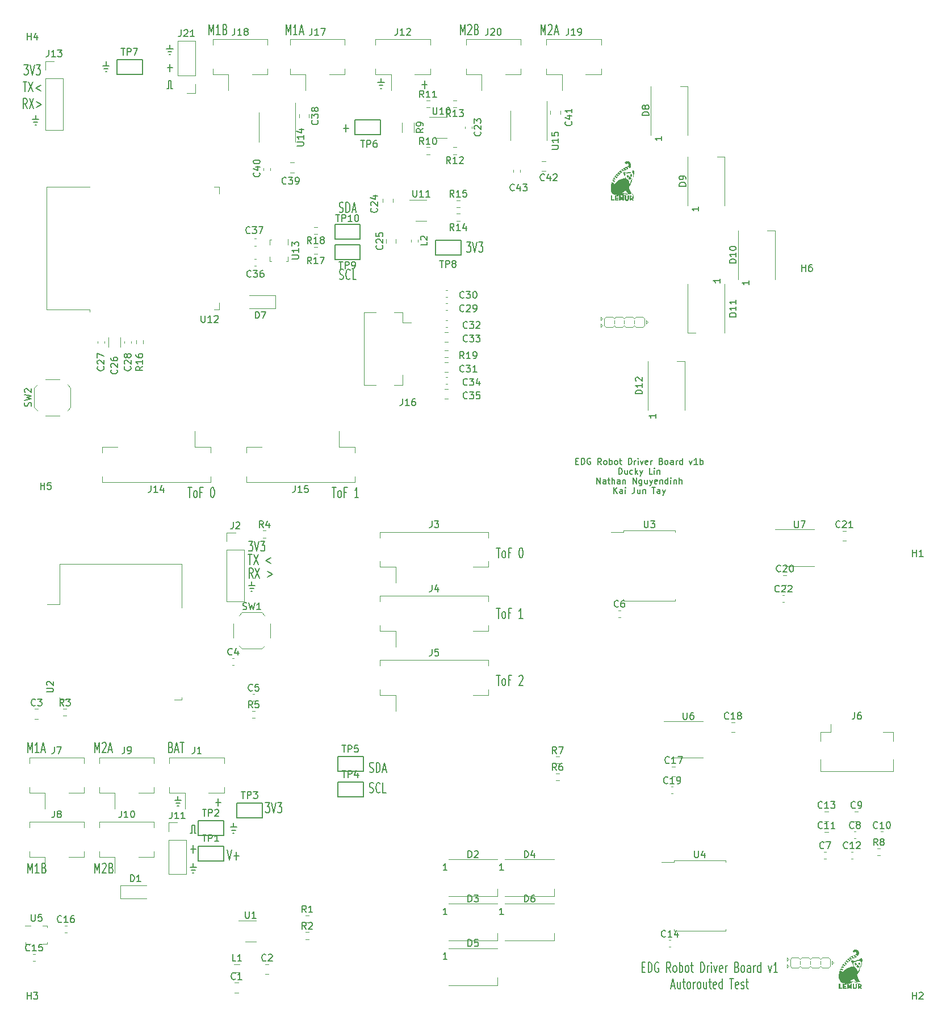
<source format=gbr>
G04 #@! TF.GenerationSoftware,KiCad,Pcbnew,(6.0.7)*
G04 #@! TF.CreationDate,2022-08-30T21:45:04-07:00*
G04 #@! TF.ProjectId,CombinedPanel,436f6d62-696e-4656-9450-616e656c2e6b,rev?*
G04 #@! TF.SameCoordinates,Original*
G04 #@! TF.FileFunction,Legend,Top*
G04 #@! TF.FilePolarity,Positive*
%FSLAX46Y46*%
G04 Gerber Fmt 4.6, Leading zero omitted, Abs format (unit mm)*
G04 Created by KiCad (PCBNEW (6.0.7)) date 2022-08-30 21:45:04*
%MOMM*%
%LPD*%
G01*
G04 APERTURE LIST*
%ADD10C,0.150000*%
%ADD11C,0.152400*%
%ADD12C,0.154000*%
%ADD13C,0.120000*%
%ADD14C,0.100000*%
G04 APERTURE END LIST*
D10*
X124835595Y33321428D02*
X124835595Y34821428D01*
X125168928Y33750000D01*
X125502261Y34821428D01*
X125502261Y33321428D01*
X125930833Y34678571D02*
X125978452Y34750000D01*
X126073690Y34821428D01*
X126311785Y34821428D01*
X126407023Y34750000D01*
X126454642Y34678571D01*
X126502261Y34535714D01*
X126502261Y34392857D01*
X126454642Y34178571D01*
X125883214Y33321428D01*
X126502261Y33321428D01*
X127264166Y34107142D02*
X127407023Y34035714D01*
X127454642Y33964285D01*
X127502261Y33821428D01*
X127502261Y33607142D01*
X127454642Y33464285D01*
X127407023Y33392857D01*
X127311785Y33321428D01*
X126930833Y33321428D01*
X126930833Y34821428D01*
X127264166Y34821428D01*
X127359404Y34750000D01*
X127407023Y34678571D01*
X127454642Y34535714D01*
X127454642Y34392857D01*
X127407023Y34250000D01*
X127359404Y34178571D01*
X127264166Y34107142D01*
X126930833Y34107142D01*
X105692738Y-34178571D02*
X106264166Y-34178571D01*
X105978452Y-35678571D02*
X105978452Y-34178571D01*
X106740357Y-35678571D02*
X106645119Y-35607142D01*
X106597500Y-35535714D01*
X106549880Y-35392857D01*
X106549880Y-34964285D01*
X106597500Y-34821428D01*
X106645119Y-34750000D01*
X106740357Y-34678571D01*
X106883214Y-34678571D01*
X106978452Y-34750000D01*
X107026071Y-34821428D01*
X107073690Y-34964285D01*
X107073690Y-35392857D01*
X107026071Y-35535714D01*
X106978452Y-35607142D01*
X106883214Y-35678571D01*
X106740357Y-35678571D01*
X107835595Y-34892857D02*
X107502261Y-34892857D01*
X107502261Y-35678571D02*
X107502261Y-34178571D01*
X107978452Y-34178571D01*
X109645119Y-35678571D02*
X109073690Y-35678571D01*
X109359404Y-35678571D02*
X109359404Y-34178571D01*
X109264166Y-34392857D01*
X109168928Y-34535714D01*
X109073690Y-34607142D01*
D11*
X106785714Y6892857D02*
X106928571Y6821428D01*
X107166666Y6821428D01*
X107261904Y6892857D01*
X107309523Y6964285D01*
X107357142Y7107142D01*
X107357142Y7250000D01*
X107309523Y7392857D01*
X107261904Y7464285D01*
X107166666Y7535714D01*
X106976190Y7607142D01*
X106880952Y7678571D01*
X106833333Y7750000D01*
X106785714Y7892857D01*
X106785714Y8035714D01*
X106833333Y8178571D01*
X106880952Y8250000D01*
X106976190Y8321428D01*
X107214285Y8321428D01*
X107357142Y8250000D01*
X107785714Y6821428D02*
X107785714Y8321428D01*
X108023809Y8321428D01*
X108166666Y8250000D01*
X108261904Y8107142D01*
X108309523Y7964285D01*
X108357142Y7678571D01*
X108357142Y7464285D01*
X108309523Y7178571D01*
X108261904Y7035714D01*
X108166666Y6892857D01*
X108023809Y6821428D01*
X107785714Y6821428D01*
X108738095Y7250000D02*
X109214285Y7250000D01*
X108642857Y6821428D02*
X108976190Y8321428D01*
X109309523Y6821428D01*
X60214285Y22321428D02*
X59880952Y23035714D01*
X59642857Y22321428D02*
X59642857Y23821428D01*
X60023809Y23821428D01*
X60119047Y23750000D01*
X60166666Y23678571D01*
X60214285Y23535714D01*
X60214285Y23321428D01*
X60166666Y23178571D01*
X60119047Y23107142D01*
X60023809Y23035714D01*
X59642857Y23035714D01*
X60547619Y23821428D02*
X61214285Y22321428D01*
X61214285Y23821428D02*
X60547619Y22321428D01*
X61595238Y23321428D02*
X62357142Y22892857D01*
X61595238Y22464285D01*
X106809523Y-3107142D02*
X106952380Y-3178571D01*
X107190476Y-3178571D01*
X107285714Y-3107142D01*
X107333333Y-3035714D01*
X107380952Y-2892857D01*
X107380952Y-2750000D01*
X107333333Y-2607142D01*
X107285714Y-2535714D01*
X107190476Y-2464285D01*
X107000000Y-2392857D01*
X106904761Y-2321428D01*
X106857142Y-2250000D01*
X106809523Y-2107142D01*
X106809523Y-1964285D01*
X106857142Y-1821428D01*
X106904761Y-1750000D01*
X107000000Y-1678571D01*
X107238095Y-1678571D01*
X107380952Y-1750000D01*
X108380952Y-3035714D02*
X108333333Y-3107142D01*
X108190476Y-3178571D01*
X108095238Y-3178571D01*
X107952380Y-3107142D01*
X107857142Y-2964285D01*
X107809523Y-2821428D01*
X107761904Y-2535714D01*
X107761904Y-2321428D01*
X107809523Y-2035714D01*
X107857142Y-1892857D01*
X107952380Y-1750000D01*
X108095238Y-1678571D01*
X108190476Y-1678571D01*
X108333333Y-1750000D01*
X108380952Y-1821428D01*
X109285714Y-3178571D02*
X108809523Y-3178571D01*
X108809523Y-1678571D01*
X125761904Y2421428D02*
X126380952Y2421428D01*
X126047619Y1850000D01*
X126190476Y1850000D01*
X126285714Y1778571D01*
X126333333Y1707142D01*
X126380952Y1564285D01*
X126380952Y1207142D01*
X126333333Y1064285D01*
X126285714Y992857D01*
X126190476Y921428D01*
X125904761Y921428D01*
X125809523Y992857D01*
X125761904Y1064285D01*
X126666666Y2421428D02*
X127000000Y921428D01*
X127333333Y2421428D01*
X127571428Y2421428D02*
X128190476Y2421428D01*
X127857142Y1850000D01*
X128000000Y1850000D01*
X128095238Y1778571D01*
X128142857Y1707142D01*
X128190476Y1564285D01*
X128190476Y1207142D01*
X128142857Y1064285D01*
X128095238Y992857D01*
X128000000Y921428D01*
X127714285Y921428D01*
X127619047Y992857D01*
X127571428Y1064285D01*
X112523809Y26178571D02*
X113476190Y26178571D01*
X112714285Y25750000D02*
X113285714Y25750000D01*
X113000000Y26821428D02*
X113000000Y26178571D01*
X113095238Y25321428D02*
X112904761Y25321428D01*
D10*
X87335595Y33321428D02*
X87335595Y34821428D01*
X87668928Y33750000D01*
X88002261Y34821428D01*
X88002261Y33321428D01*
X89002261Y33321428D02*
X88430833Y33321428D01*
X88716547Y33321428D02*
X88716547Y34821428D01*
X88621309Y34607142D01*
X88526071Y34464285D01*
X88430833Y34392857D01*
X89764166Y34107142D02*
X89907023Y34035714D01*
X89954642Y33964285D01*
X90002261Y33821428D01*
X90002261Y33607142D01*
X89954642Y33464285D01*
X89907023Y33392857D01*
X89811785Y33321428D01*
X89430833Y33321428D01*
X89430833Y34821428D01*
X89764166Y34821428D01*
X89859404Y34750000D01*
X89907023Y34678571D01*
X89954642Y34535714D01*
X89954642Y34392857D01*
X89907023Y34250000D01*
X89859404Y34178571D01*
X89764166Y34107142D01*
X89430833Y34107142D01*
D11*
X81071428Y25321428D02*
X81309523Y25321428D01*
X81309523Y26464285D01*
X81690476Y26464285D01*
X81690476Y25321428D01*
X81928571Y25321428D01*
D12*
X59619047Y26321428D02*
X60190476Y26321428D01*
X59904761Y24821428D02*
X59904761Y26321428D01*
X60428571Y26321428D02*
X61095238Y24821428D01*
X61095238Y26321428D02*
X60428571Y24821428D01*
X62238095Y25821428D02*
X61476190Y25392857D01*
X62238095Y24964285D01*
D10*
X136835595Y33321428D02*
X136835595Y34821428D01*
X137168928Y33750000D01*
X137502261Y34821428D01*
X137502261Y33321428D01*
X137930833Y34678571D02*
X137978452Y34750000D01*
X138073690Y34821428D01*
X138311785Y34821428D01*
X138407023Y34750000D01*
X138454642Y34678571D01*
X138502261Y34535714D01*
X138502261Y34392857D01*
X138454642Y34178571D01*
X137883214Y33321428D01*
X138502261Y33321428D01*
X138883214Y33750000D02*
X139359404Y33750000D01*
X138787976Y33321428D02*
X139121309Y34821428D01*
X139454642Y33321428D01*
D11*
X59761904Y28821428D02*
X60380952Y28821428D01*
X60047619Y28250000D01*
X60190476Y28250000D01*
X60285714Y28178571D01*
X60333333Y28107142D01*
X60380952Y27964285D01*
X60380952Y27607142D01*
X60333333Y27464285D01*
X60285714Y27392857D01*
X60190476Y27321428D01*
X59904761Y27321428D01*
X59809523Y27392857D01*
X59761904Y27464285D01*
X60666666Y28821428D02*
X61000000Y27321428D01*
X61333333Y28821428D01*
X61571428Y28821428D02*
X62190476Y28821428D01*
X61857142Y28250000D01*
X62000000Y28250000D01*
X62095238Y28178571D01*
X62142857Y28107142D01*
X62190476Y27964285D01*
X62190476Y27607142D01*
X62142857Y27464285D01*
X62095238Y27392857D01*
X62000000Y27321428D01*
X61714285Y27321428D01*
X61619047Y27392857D01*
X61571428Y27464285D01*
D10*
X84192738Y-34178571D02*
X84764166Y-34178571D01*
X84478452Y-35678571D02*
X84478452Y-34178571D01*
X85240357Y-35678571D02*
X85145119Y-35607142D01*
X85097500Y-35535714D01*
X85049880Y-35392857D01*
X85049880Y-34964285D01*
X85097500Y-34821428D01*
X85145119Y-34750000D01*
X85240357Y-34678571D01*
X85383214Y-34678571D01*
X85478452Y-34750000D01*
X85526071Y-34821428D01*
X85573690Y-34964285D01*
X85573690Y-35392857D01*
X85526071Y-35535714D01*
X85478452Y-35607142D01*
X85383214Y-35678571D01*
X85240357Y-35678571D01*
X86335595Y-34892857D02*
X86002261Y-34892857D01*
X86002261Y-35678571D02*
X86002261Y-34178571D01*
X86478452Y-34178571D01*
X87811785Y-34178571D02*
X87907023Y-34178571D01*
X88002261Y-34250000D01*
X88049880Y-34321428D01*
X88097500Y-34464285D01*
X88145119Y-34750000D01*
X88145119Y-35107142D01*
X88097500Y-35392857D01*
X88049880Y-35535714D01*
X88002261Y-35607142D01*
X87907023Y-35678571D01*
X87811785Y-35678571D01*
X87716547Y-35607142D01*
X87668928Y-35535714D01*
X87621309Y-35392857D01*
X87573690Y-35107142D01*
X87573690Y-34750000D01*
X87621309Y-34464285D01*
X87668928Y-34321428D01*
X87716547Y-34250000D01*
X87811785Y-34178571D01*
D11*
X107369047Y19392857D02*
X108130952Y19392857D01*
X107750000Y18821428D02*
X107750000Y19964285D01*
X61023809Y20678571D02*
X61976190Y20678571D01*
X61214285Y20250000D02*
X61785714Y20250000D01*
X61500000Y21321428D02*
X61500000Y20678571D01*
X61595238Y19821428D02*
X61404761Y19821428D01*
X119119047Y25892857D02*
X119880952Y25892857D01*
X119500000Y25321428D02*
X119500000Y26464285D01*
X81023809Y31178571D02*
X81976190Y31178571D01*
X81214285Y30750000D02*
X81785714Y30750000D01*
X81500000Y31821428D02*
X81500000Y31178571D01*
X81595238Y30321428D02*
X81404761Y30321428D01*
X71523809Y28678571D02*
X72476190Y28678571D01*
X71714285Y28250000D02*
X72285714Y28250000D01*
X72000000Y29321428D02*
X72000000Y28678571D01*
X72095238Y27821428D02*
X71904761Y27821428D01*
X81119047Y28392857D02*
X81880952Y28392857D01*
X81500000Y27821428D02*
X81500000Y28964285D01*
D10*
X98835595Y33321428D02*
X98835595Y34821428D01*
X99168928Y33750000D01*
X99502261Y34821428D01*
X99502261Y33321428D01*
X100502261Y33321428D02*
X99930833Y33321428D01*
X100216547Y33321428D02*
X100216547Y34821428D01*
X100121309Y34607142D01*
X100026071Y34464285D01*
X99930833Y34392857D01*
X100883214Y33750000D02*
X101359404Y33750000D01*
X100787976Y33321428D02*
X101121309Y34821428D01*
X101454642Y33321428D01*
X142028571Y-30262214D02*
X142328571Y-30262214D01*
X142457142Y-30733642D02*
X142028571Y-30733642D01*
X142028571Y-29833642D01*
X142457142Y-29833642D01*
X142842857Y-30733642D02*
X142842857Y-29833642D01*
X143057142Y-29833642D01*
X143185714Y-29876500D01*
X143271428Y-29962214D01*
X143314285Y-30047928D01*
X143357142Y-30219357D01*
X143357142Y-30347928D01*
X143314285Y-30519357D01*
X143271428Y-30605071D01*
X143185714Y-30690785D01*
X143057142Y-30733642D01*
X142842857Y-30733642D01*
X144214285Y-29876500D02*
X144128571Y-29833642D01*
X144000000Y-29833642D01*
X143871428Y-29876500D01*
X143785714Y-29962214D01*
X143742857Y-30047928D01*
X143700000Y-30219357D01*
X143700000Y-30347928D01*
X143742857Y-30519357D01*
X143785714Y-30605071D01*
X143871428Y-30690785D01*
X144000000Y-30733642D01*
X144085714Y-30733642D01*
X144214285Y-30690785D01*
X144257142Y-30647928D01*
X144257142Y-30347928D01*
X144085714Y-30347928D01*
X145842857Y-30733642D02*
X145542857Y-30305071D01*
X145328571Y-30733642D02*
X145328571Y-29833642D01*
X145671428Y-29833642D01*
X145757142Y-29876500D01*
X145800000Y-29919357D01*
X145842857Y-30005071D01*
X145842857Y-30133642D01*
X145800000Y-30219357D01*
X145757142Y-30262214D01*
X145671428Y-30305071D01*
X145328571Y-30305071D01*
X146357142Y-30733642D02*
X146271428Y-30690785D01*
X146228571Y-30647928D01*
X146185714Y-30562214D01*
X146185714Y-30305071D01*
X146228571Y-30219357D01*
X146271428Y-30176500D01*
X146357142Y-30133642D01*
X146485714Y-30133642D01*
X146571428Y-30176500D01*
X146614285Y-30219357D01*
X146657142Y-30305071D01*
X146657142Y-30562214D01*
X146614285Y-30647928D01*
X146571428Y-30690785D01*
X146485714Y-30733642D01*
X146357142Y-30733642D01*
X147042857Y-30733642D02*
X147042857Y-29833642D01*
X147042857Y-30176500D02*
X147128571Y-30133642D01*
X147300000Y-30133642D01*
X147385714Y-30176500D01*
X147428571Y-30219357D01*
X147471428Y-30305071D01*
X147471428Y-30562214D01*
X147428571Y-30647928D01*
X147385714Y-30690785D01*
X147300000Y-30733642D01*
X147128571Y-30733642D01*
X147042857Y-30690785D01*
X147985714Y-30733642D02*
X147900000Y-30690785D01*
X147857142Y-30647928D01*
X147814285Y-30562214D01*
X147814285Y-30305071D01*
X147857142Y-30219357D01*
X147900000Y-30176500D01*
X147985714Y-30133642D01*
X148114285Y-30133642D01*
X148200000Y-30176500D01*
X148242857Y-30219357D01*
X148285714Y-30305071D01*
X148285714Y-30562214D01*
X148242857Y-30647928D01*
X148200000Y-30690785D01*
X148114285Y-30733642D01*
X147985714Y-30733642D01*
X148542857Y-30133642D02*
X148885714Y-30133642D01*
X148671428Y-29833642D02*
X148671428Y-30605071D01*
X148714285Y-30690785D01*
X148800000Y-30733642D01*
X148885714Y-30733642D01*
X149871428Y-30733642D02*
X149871428Y-29833642D01*
X150085714Y-29833642D01*
X150214285Y-29876500D01*
X150300000Y-29962214D01*
X150342857Y-30047928D01*
X150385714Y-30219357D01*
X150385714Y-30347928D01*
X150342857Y-30519357D01*
X150300000Y-30605071D01*
X150214285Y-30690785D01*
X150085714Y-30733642D01*
X149871428Y-30733642D01*
X150771428Y-30733642D02*
X150771428Y-30133642D01*
X150771428Y-30305071D02*
X150814285Y-30219357D01*
X150857142Y-30176500D01*
X150942857Y-30133642D01*
X151028571Y-30133642D01*
X151328571Y-30733642D02*
X151328571Y-30133642D01*
X151328571Y-29833642D02*
X151285714Y-29876500D01*
X151328571Y-29919357D01*
X151371428Y-29876500D01*
X151328571Y-29833642D01*
X151328571Y-29919357D01*
X151671428Y-30133642D02*
X151885714Y-30733642D01*
X152100000Y-30133642D01*
X152785714Y-30690785D02*
X152700000Y-30733642D01*
X152528571Y-30733642D01*
X152442857Y-30690785D01*
X152400000Y-30605071D01*
X152400000Y-30262214D01*
X152442857Y-30176500D01*
X152528571Y-30133642D01*
X152700000Y-30133642D01*
X152785714Y-30176500D01*
X152828571Y-30262214D01*
X152828571Y-30347928D01*
X152400000Y-30433642D01*
X153214285Y-30733642D02*
X153214285Y-30133642D01*
X153214285Y-30305071D02*
X153257142Y-30219357D01*
X153300000Y-30176500D01*
X153385714Y-30133642D01*
X153471428Y-30133642D01*
X154757142Y-30262214D02*
X154885714Y-30305071D01*
X154928571Y-30347928D01*
X154971428Y-30433642D01*
X154971428Y-30562214D01*
X154928571Y-30647928D01*
X154885714Y-30690785D01*
X154800000Y-30733642D01*
X154457142Y-30733642D01*
X154457142Y-29833642D01*
X154757142Y-29833642D01*
X154842857Y-29876500D01*
X154885714Y-29919357D01*
X154928571Y-30005071D01*
X154928571Y-30090785D01*
X154885714Y-30176500D01*
X154842857Y-30219357D01*
X154757142Y-30262214D01*
X154457142Y-30262214D01*
X155485714Y-30733642D02*
X155400000Y-30690785D01*
X155357142Y-30647928D01*
X155314285Y-30562214D01*
X155314285Y-30305071D01*
X155357142Y-30219357D01*
X155400000Y-30176500D01*
X155485714Y-30133642D01*
X155614285Y-30133642D01*
X155700000Y-30176500D01*
X155742857Y-30219357D01*
X155785714Y-30305071D01*
X155785714Y-30562214D01*
X155742857Y-30647928D01*
X155700000Y-30690785D01*
X155614285Y-30733642D01*
X155485714Y-30733642D01*
X156557142Y-30733642D02*
X156557142Y-30262214D01*
X156514285Y-30176500D01*
X156428571Y-30133642D01*
X156257142Y-30133642D01*
X156171428Y-30176500D01*
X156557142Y-30690785D02*
X156471428Y-30733642D01*
X156257142Y-30733642D01*
X156171428Y-30690785D01*
X156128571Y-30605071D01*
X156128571Y-30519357D01*
X156171428Y-30433642D01*
X156257142Y-30390785D01*
X156471428Y-30390785D01*
X156557142Y-30347928D01*
X156985714Y-30733642D02*
X156985714Y-30133642D01*
X156985714Y-30305071D02*
X157028571Y-30219357D01*
X157071428Y-30176500D01*
X157157142Y-30133642D01*
X157242857Y-30133642D01*
X157928571Y-30733642D02*
X157928571Y-29833642D01*
X157928571Y-30690785D02*
X157842857Y-30733642D01*
X157671428Y-30733642D01*
X157585714Y-30690785D01*
X157542857Y-30647928D01*
X157500000Y-30562214D01*
X157500000Y-30305071D01*
X157542857Y-30219357D01*
X157585714Y-30176500D01*
X157671428Y-30133642D01*
X157842857Y-30133642D01*
X157928571Y-30176500D01*
X158957142Y-30133642D02*
X159171428Y-30733642D01*
X159385714Y-30133642D01*
X160200000Y-30733642D02*
X159685714Y-30733642D01*
X159942857Y-30733642D02*
X159942857Y-29833642D01*
X159857142Y-29962214D01*
X159771428Y-30047928D01*
X159685714Y-30090785D01*
X160585714Y-30733642D02*
X160585714Y-29833642D01*
X160585714Y-30176500D02*
X160671428Y-30133642D01*
X160842857Y-30133642D01*
X160928571Y-30176500D01*
X160971428Y-30219357D01*
X161014285Y-30305071D01*
X161014285Y-30562214D01*
X160971428Y-30647928D01*
X160928571Y-30690785D01*
X160842857Y-30733642D01*
X160671428Y-30733642D01*
X160585714Y-30690785D01*
X148435714Y-32182642D02*
X148435714Y-31282642D01*
X148650000Y-31282642D01*
X148778571Y-31325500D01*
X148864285Y-31411214D01*
X148907142Y-31496928D01*
X148950000Y-31668357D01*
X148950000Y-31796928D01*
X148907142Y-31968357D01*
X148864285Y-32054071D01*
X148778571Y-32139785D01*
X148650000Y-32182642D01*
X148435714Y-32182642D01*
X149721428Y-31582642D02*
X149721428Y-32182642D01*
X149335714Y-31582642D02*
X149335714Y-32054071D01*
X149378571Y-32139785D01*
X149464285Y-32182642D01*
X149592857Y-32182642D01*
X149678571Y-32139785D01*
X149721428Y-32096928D01*
X150535714Y-32139785D02*
X150450000Y-32182642D01*
X150278571Y-32182642D01*
X150192857Y-32139785D01*
X150150000Y-32096928D01*
X150107142Y-32011214D01*
X150107142Y-31754071D01*
X150150000Y-31668357D01*
X150192857Y-31625500D01*
X150278571Y-31582642D01*
X150450000Y-31582642D01*
X150535714Y-31625500D01*
X150921428Y-32182642D02*
X150921428Y-31282642D01*
X151007142Y-31839785D02*
X151264285Y-32182642D01*
X151264285Y-31582642D02*
X150921428Y-31925500D01*
X151564285Y-31582642D02*
X151778571Y-32182642D01*
X151992857Y-31582642D02*
X151778571Y-32182642D01*
X151692857Y-32396928D01*
X151650000Y-32439785D01*
X151564285Y-32482642D01*
X153450000Y-32182642D02*
X153021428Y-32182642D01*
X153021428Y-31282642D01*
X153750000Y-32182642D02*
X153750000Y-31582642D01*
X153750000Y-31282642D02*
X153707142Y-31325500D01*
X153750000Y-31368357D01*
X153792857Y-31325500D01*
X153750000Y-31282642D01*
X153750000Y-31368357D01*
X154178571Y-31582642D02*
X154178571Y-32182642D01*
X154178571Y-31668357D02*
X154221428Y-31625500D01*
X154307142Y-31582642D01*
X154435714Y-31582642D01*
X154521428Y-31625500D01*
X154564285Y-31711214D01*
X154564285Y-32182642D01*
X145157142Y-33631642D02*
X145157142Y-32731642D01*
X145671428Y-33631642D01*
X145671428Y-32731642D01*
X146485714Y-33631642D02*
X146485714Y-33160214D01*
X146442857Y-33074500D01*
X146357142Y-33031642D01*
X146185714Y-33031642D01*
X146100000Y-33074500D01*
X146485714Y-33588785D02*
X146400000Y-33631642D01*
X146185714Y-33631642D01*
X146100000Y-33588785D01*
X146057142Y-33503071D01*
X146057142Y-33417357D01*
X146100000Y-33331642D01*
X146185714Y-33288785D01*
X146400000Y-33288785D01*
X146485714Y-33245928D01*
X146785714Y-33031642D02*
X147128571Y-33031642D01*
X146914285Y-32731642D02*
X146914285Y-33503071D01*
X146957142Y-33588785D01*
X147042857Y-33631642D01*
X147128571Y-33631642D01*
X147428571Y-33631642D02*
X147428571Y-32731642D01*
X147814285Y-33631642D02*
X147814285Y-33160214D01*
X147771428Y-33074500D01*
X147685714Y-33031642D01*
X147557142Y-33031642D01*
X147471428Y-33074500D01*
X147428571Y-33117357D01*
X148628571Y-33631642D02*
X148628571Y-33160214D01*
X148585714Y-33074500D01*
X148500000Y-33031642D01*
X148328571Y-33031642D01*
X148242857Y-33074500D01*
X148628571Y-33588785D02*
X148542857Y-33631642D01*
X148328571Y-33631642D01*
X148242857Y-33588785D01*
X148200000Y-33503071D01*
X148200000Y-33417357D01*
X148242857Y-33331642D01*
X148328571Y-33288785D01*
X148542857Y-33288785D01*
X148628571Y-33245928D01*
X149057142Y-33031642D02*
X149057142Y-33631642D01*
X149057142Y-33117357D02*
X149100000Y-33074500D01*
X149185714Y-33031642D01*
X149314285Y-33031642D01*
X149400000Y-33074500D01*
X149442857Y-33160214D01*
X149442857Y-33631642D01*
X150557142Y-33631642D02*
X150557142Y-32731642D01*
X151071428Y-33631642D01*
X151071428Y-32731642D01*
X151885714Y-33031642D02*
X151885714Y-33760214D01*
X151842857Y-33845928D01*
X151800000Y-33888785D01*
X151714285Y-33931642D01*
X151585714Y-33931642D01*
X151500000Y-33888785D01*
X151885714Y-33588785D02*
X151800000Y-33631642D01*
X151628571Y-33631642D01*
X151542857Y-33588785D01*
X151500000Y-33545928D01*
X151457142Y-33460214D01*
X151457142Y-33203071D01*
X151500000Y-33117357D01*
X151542857Y-33074500D01*
X151628571Y-33031642D01*
X151800000Y-33031642D01*
X151885714Y-33074500D01*
X152700000Y-33031642D02*
X152700000Y-33631642D01*
X152314285Y-33031642D02*
X152314285Y-33503071D01*
X152357142Y-33588785D01*
X152442857Y-33631642D01*
X152571428Y-33631642D01*
X152657142Y-33588785D01*
X152700000Y-33545928D01*
X153042857Y-33031642D02*
X153257142Y-33631642D01*
X153471428Y-33031642D02*
X153257142Y-33631642D01*
X153171428Y-33845928D01*
X153128571Y-33888785D01*
X153042857Y-33931642D01*
X154157142Y-33588785D02*
X154071428Y-33631642D01*
X153900000Y-33631642D01*
X153814285Y-33588785D01*
X153771428Y-33503071D01*
X153771428Y-33160214D01*
X153814285Y-33074500D01*
X153900000Y-33031642D01*
X154071428Y-33031642D01*
X154157142Y-33074500D01*
X154200000Y-33160214D01*
X154200000Y-33245928D01*
X153771428Y-33331642D01*
X154585714Y-33031642D02*
X154585714Y-33631642D01*
X154585714Y-33117357D02*
X154628571Y-33074500D01*
X154714285Y-33031642D01*
X154842857Y-33031642D01*
X154928571Y-33074500D01*
X154971428Y-33160214D01*
X154971428Y-33631642D01*
X155785714Y-33631642D02*
X155785714Y-32731642D01*
X155785714Y-33588785D02*
X155700000Y-33631642D01*
X155528571Y-33631642D01*
X155442857Y-33588785D01*
X155400000Y-33545928D01*
X155357142Y-33460214D01*
X155357142Y-33203071D01*
X155400000Y-33117357D01*
X155442857Y-33074500D01*
X155528571Y-33031642D01*
X155700000Y-33031642D01*
X155785714Y-33074500D01*
X156214285Y-33631642D02*
X156214285Y-33031642D01*
X156214285Y-32731642D02*
X156171428Y-32774500D01*
X156214285Y-32817357D01*
X156257142Y-32774500D01*
X156214285Y-32731642D01*
X156214285Y-32817357D01*
X156642857Y-33031642D02*
X156642857Y-33631642D01*
X156642857Y-33117357D02*
X156685714Y-33074500D01*
X156771428Y-33031642D01*
X156900000Y-33031642D01*
X156985714Y-33074500D01*
X157028571Y-33160214D01*
X157028571Y-33631642D01*
X157457142Y-33631642D02*
X157457142Y-32731642D01*
X157842857Y-33631642D02*
X157842857Y-33160214D01*
X157800000Y-33074500D01*
X157714285Y-33031642D01*
X157585714Y-33031642D01*
X157500000Y-33074500D01*
X157457142Y-33117357D01*
X147707142Y-35080642D02*
X147707142Y-34180642D01*
X148221428Y-35080642D02*
X147835714Y-34566357D01*
X148221428Y-34180642D02*
X147707142Y-34694928D01*
X148992857Y-35080642D02*
X148992857Y-34609214D01*
X148950000Y-34523500D01*
X148864285Y-34480642D01*
X148692857Y-34480642D01*
X148607142Y-34523500D01*
X148992857Y-35037785D02*
X148907142Y-35080642D01*
X148692857Y-35080642D01*
X148607142Y-35037785D01*
X148564285Y-34952071D01*
X148564285Y-34866357D01*
X148607142Y-34780642D01*
X148692857Y-34737785D01*
X148907142Y-34737785D01*
X148992857Y-34694928D01*
X149421428Y-35080642D02*
X149421428Y-34480642D01*
X149421428Y-34180642D02*
X149378571Y-34223500D01*
X149421428Y-34266357D01*
X149464285Y-34223500D01*
X149421428Y-34180642D01*
X149421428Y-34266357D01*
X150792857Y-34180642D02*
X150792857Y-34823500D01*
X150750000Y-34952071D01*
X150664285Y-35037785D01*
X150535714Y-35080642D01*
X150450000Y-35080642D01*
X151607142Y-34480642D02*
X151607142Y-35080642D01*
X151221428Y-34480642D02*
X151221428Y-34952071D01*
X151264285Y-35037785D01*
X151350000Y-35080642D01*
X151478571Y-35080642D01*
X151564285Y-35037785D01*
X151607142Y-34994928D01*
X152035714Y-34480642D02*
X152035714Y-35080642D01*
X152035714Y-34566357D02*
X152078571Y-34523500D01*
X152164285Y-34480642D01*
X152292857Y-34480642D01*
X152378571Y-34523500D01*
X152421428Y-34609214D01*
X152421428Y-35080642D01*
X153407142Y-34180642D02*
X153921428Y-34180642D01*
X153664285Y-35080642D02*
X153664285Y-34180642D01*
X154607142Y-35080642D02*
X154607142Y-34609214D01*
X154564285Y-34523500D01*
X154478571Y-34480642D01*
X154307142Y-34480642D01*
X154221428Y-34523500D01*
X154607142Y-35037785D02*
X154521428Y-35080642D01*
X154307142Y-35080642D01*
X154221428Y-35037785D01*
X154178571Y-34952071D01*
X154178571Y-34866357D01*
X154221428Y-34780642D01*
X154307142Y-34737785D01*
X154521428Y-34737785D01*
X154607142Y-34694928D01*
X154950000Y-34480642D02*
X155164285Y-35080642D01*
X155378571Y-34480642D02*
X155164285Y-35080642D01*
X155078571Y-35294928D01*
X155035714Y-35337785D01*
X154950000Y-35380642D01*
X111287976Y-76607142D02*
X111430833Y-76678571D01*
X111668928Y-76678571D01*
X111764166Y-76607142D01*
X111811785Y-76535714D01*
X111859404Y-76392857D01*
X111859404Y-76250000D01*
X111811785Y-76107142D01*
X111764166Y-76035714D01*
X111668928Y-75964285D01*
X111478452Y-75892857D01*
X111383214Y-75821428D01*
X111335595Y-75750000D01*
X111287976Y-75607142D01*
X111287976Y-75464285D01*
X111335595Y-75321428D01*
X111383214Y-75250000D01*
X111478452Y-75178571D01*
X111716547Y-75178571D01*
X111859404Y-75250000D01*
X112287976Y-76678571D02*
X112287976Y-75178571D01*
X112526071Y-75178571D01*
X112668928Y-75250000D01*
X112764166Y-75392857D01*
X112811785Y-75535714D01*
X112859404Y-75821428D01*
X112859404Y-76035714D01*
X112811785Y-76321428D01*
X112764166Y-76464285D01*
X112668928Y-76607142D01*
X112526071Y-76678571D01*
X112287976Y-76678571D01*
X113240357Y-76250000D02*
X113716547Y-76250000D01*
X113145119Y-76678571D02*
X113478452Y-75178571D01*
X113811785Y-76678571D01*
X84571428Y-85678571D02*
X84809523Y-85678571D01*
X84809523Y-84535714D01*
X85190476Y-84535714D01*
X85190476Y-85678571D01*
X85428571Y-85678571D01*
X111287976Y-79607142D02*
X111430833Y-79678571D01*
X111668928Y-79678571D01*
X111764166Y-79607142D01*
X111811785Y-79535714D01*
X111859404Y-79392857D01*
X111859404Y-79250000D01*
X111811785Y-79107142D01*
X111764166Y-79035714D01*
X111668928Y-78964285D01*
X111478452Y-78892857D01*
X111383214Y-78821428D01*
X111335595Y-78750000D01*
X111287976Y-78607142D01*
X111287976Y-78464285D01*
X111335595Y-78321428D01*
X111383214Y-78250000D01*
X111478452Y-78178571D01*
X111716547Y-78178571D01*
X111859404Y-78250000D01*
X112859404Y-79535714D02*
X112811785Y-79607142D01*
X112668928Y-79678571D01*
X112573690Y-79678571D01*
X112430833Y-79607142D01*
X112335595Y-79464285D01*
X112287976Y-79321428D01*
X112240357Y-79035714D01*
X112240357Y-78821428D01*
X112287976Y-78535714D01*
X112335595Y-78392857D01*
X112430833Y-78250000D01*
X112573690Y-78178571D01*
X112668928Y-78178571D01*
X112811785Y-78250000D01*
X112859404Y-78321428D01*
X113764166Y-79678571D02*
X113287976Y-79678571D01*
X113287976Y-78178571D01*
X70335595Y-73678571D02*
X70335595Y-72178571D01*
X70668928Y-73250000D01*
X71002261Y-72178571D01*
X71002261Y-73678571D01*
X71430833Y-72321428D02*
X71478452Y-72250000D01*
X71573690Y-72178571D01*
X71811785Y-72178571D01*
X71907023Y-72250000D01*
X71954642Y-72321428D01*
X72002261Y-72464285D01*
X72002261Y-72607142D01*
X71954642Y-72821428D01*
X71383214Y-73678571D01*
X72002261Y-73678571D01*
X72383214Y-73250000D02*
X72859404Y-73250000D01*
X72287976Y-73678571D02*
X72621309Y-72178571D01*
X72954642Y-73678571D01*
X130192738Y-52178571D02*
X130764166Y-52178571D01*
X130478452Y-53678571D02*
X130478452Y-52178571D01*
X131240357Y-53678571D02*
X131145119Y-53607142D01*
X131097500Y-53535714D01*
X131049880Y-53392857D01*
X131049880Y-52964285D01*
X131097500Y-52821428D01*
X131145119Y-52750000D01*
X131240357Y-52678571D01*
X131383214Y-52678571D01*
X131478452Y-52750000D01*
X131526071Y-52821428D01*
X131573690Y-52964285D01*
X131573690Y-53392857D01*
X131526071Y-53535714D01*
X131478452Y-53607142D01*
X131383214Y-53678571D01*
X131240357Y-53678571D01*
X132335595Y-52892857D02*
X132002261Y-52892857D01*
X132002261Y-53678571D02*
X132002261Y-52178571D01*
X132478452Y-52178571D01*
X134145119Y-53678571D02*
X133573690Y-53678571D01*
X133859404Y-53678571D02*
X133859404Y-52178571D01*
X133764166Y-52392857D01*
X133668928Y-52535714D01*
X133573690Y-52607142D01*
X82240357Y-80821428D02*
X83192738Y-80821428D01*
X82430833Y-81250000D02*
X83002261Y-81250000D01*
X82716547Y-80178571D02*
X82716547Y-80821428D01*
X82811785Y-81678571D02*
X82621309Y-81678571D01*
X90523809Y-84821428D02*
X91476190Y-84821428D01*
X90714285Y-85250000D02*
X91285714Y-85250000D01*
X91000000Y-84178571D02*
X91000000Y-84821428D01*
X91095238Y-85678571D02*
X90904761Y-85678571D01*
X88335595Y-81107142D02*
X89097500Y-81107142D01*
X88716547Y-81678571D02*
X88716547Y-80535714D01*
X151928571Y-105685357D02*
X152261904Y-105685357D01*
X152404761Y-106471071D02*
X151928571Y-106471071D01*
X151928571Y-104971071D01*
X152404761Y-104971071D01*
X152833333Y-106471071D02*
X152833333Y-104971071D01*
X153071428Y-104971071D01*
X153214285Y-105042500D01*
X153309523Y-105185357D01*
X153357142Y-105328214D01*
X153404761Y-105613928D01*
X153404761Y-105828214D01*
X153357142Y-106113928D01*
X153309523Y-106256785D01*
X153214285Y-106399642D01*
X153071428Y-106471071D01*
X152833333Y-106471071D01*
X154357142Y-105042500D02*
X154261904Y-104971071D01*
X154119047Y-104971071D01*
X153976190Y-105042500D01*
X153880952Y-105185357D01*
X153833333Y-105328214D01*
X153785714Y-105613928D01*
X153785714Y-105828214D01*
X153833333Y-106113928D01*
X153880952Y-106256785D01*
X153976190Y-106399642D01*
X154119047Y-106471071D01*
X154214285Y-106471071D01*
X154357142Y-106399642D01*
X154404761Y-106328214D01*
X154404761Y-105828214D01*
X154214285Y-105828214D01*
X156166666Y-106471071D02*
X155833333Y-105756785D01*
X155595238Y-106471071D02*
X155595238Y-104971071D01*
X155976190Y-104971071D01*
X156071428Y-105042500D01*
X156119047Y-105113928D01*
X156166666Y-105256785D01*
X156166666Y-105471071D01*
X156119047Y-105613928D01*
X156071428Y-105685357D01*
X155976190Y-105756785D01*
X155595238Y-105756785D01*
X156738095Y-106471071D02*
X156642857Y-106399642D01*
X156595238Y-106328214D01*
X156547619Y-106185357D01*
X156547619Y-105756785D01*
X156595238Y-105613928D01*
X156642857Y-105542500D01*
X156738095Y-105471071D01*
X156880952Y-105471071D01*
X156976190Y-105542500D01*
X157023809Y-105613928D01*
X157071428Y-105756785D01*
X157071428Y-106185357D01*
X157023809Y-106328214D01*
X156976190Y-106399642D01*
X156880952Y-106471071D01*
X156738095Y-106471071D01*
X157500000Y-106471071D02*
X157500000Y-104971071D01*
X157500000Y-105542500D02*
X157595238Y-105471071D01*
X157785714Y-105471071D01*
X157880952Y-105542500D01*
X157928571Y-105613928D01*
X157976190Y-105756785D01*
X157976190Y-106185357D01*
X157928571Y-106328214D01*
X157880952Y-106399642D01*
X157785714Y-106471071D01*
X157595238Y-106471071D01*
X157500000Y-106399642D01*
X158547619Y-106471071D02*
X158452380Y-106399642D01*
X158404761Y-106328214D01*
X158357142Y-106185357D01*
X158357142Y-105756785D01*
X158404761Y-105613928D01*
X158452380Y-105542500D01*
X158547619Y-105471071D01*
X158690476Y-105471071D01*
X158785714Y-105542500D01*
X158833333Y-105613928D01*
X158880952Y-105756785D01*
X158880952Y-106185357D01*
X158833333Y-106328214D01*
X158785714Y-106399642D01*
X158690476Y-106471071D01*
X158547619Y-106471071D01*
X159166666Y-105471071D02*
X159547619Y-105471071D01*
X159309523Y-104971071D02*
X159309523Y-106256785D01*
X159357142Y-106399642D01*
X159452380Y-106471071D01*
X159547619Y-106471071D01*
X160642857Y-106471071D02*
X160642857Y-104971071D01*
X160880952Y-104971071D01*
X161023809Y-105042500D01*
X161119047Y-105185357D01*
X161166666Y-105328214D01*
X161214285Y-105613928D01*
X161214285Y-105828214D01*
X161166666Y-106113928D01*
X161119047Y-106256785D01*
X161023809Y-106399642D01*
X160880952Y-106471071D01*
X160642857Y-106471071D01*
X161642857Y-106471071D02*
X161642857Y-105471071D01*
X161642857Y-105756785D02*
X161690476Y-105613928D01*
X161738095Y-105542500D01*
X161833333Y-105471071D01*
X161928571Y-105471071D01*
X162261904Y-106471071D02*
X162261904Y-105471071D01*
X162261904Y-104971071D02*
X162214285Y-105042500D01*
X162261904Y-105113928D01*
X162309523Y-105042500D01*
X162261904Y-104971071D01*
X162261904Y-105113928D01*
X162642857Y-105471071D02*
X162880952Y-106471071D01*
X163119047Y-105471071D01*
X163880952Y-106399642D02*
X163785714Y-106471071D01*
X163595238Y-106471071D01*
X163500000Y-106399642D01*
X163452380Y-106256785D01*
X163452380Y-105685357D01*
X163500000Y-105542500D01*
X163595238Y-105471071D01*
X163785714Y-105471071D01*
X163880952Y-105542500D01*
X163928571Y-105685357D01*
X163928571Y-105828214D01*
X163452380Y-105971071D01*
X164357142Y-106471071D02*
X164357142Y-105471071D01*
X164357142Y-105756785D02*
X164404761Y-105613928D01*
X164452380Y-105542500D01*
X164547619Y-105471071D01*
X164642857Y-105471071D01*
X166071428Y-105685357D02*
X166214285Y-105756785D01*
X166261904Y-105828214D01*
X166309523Y-105971071D01*
X166309523Y-106185357D01*
X166261904Y-106328214D01*
X166214285Y-106399642D01*
X166119047Y-106471071D01*
X165738095Y-106471071D01*
X165738095Y-104971071D01*
X166071428Y-104971071D01*
X166166666Y-105042500D01*
X166214285Y-105113928D01*
X166261904Y-105256785D01*
X166261904Y-105399642D01*
X166214285Y-105542500D01*
X166166666Y-105613928D01*
X166071428Y-105685357D01*
X165738095Y-105685357D01*
X166880952Y-106471071D02*
X166785714Y-106399642D01*
X166738095Y-106328214D01*
X166690476Y-106185357D01*
X166690476Y-105756785D01*
X166738095Y-105613928D01*
X166785714Y-105542500D01*
X166880952Y-105471071D01*
X167023809Y-105471071D01*
X167119047Y-105542500D01*
X167166666Y-105613928D01*
X167214285Y-105756785D01*
X167214285Y-106185357D01*
X167166666Y-106328214D01*
X167119047Y-106399642D01*
X167023809Y-106471071D01*
X166880952Y-106471071D01*
X168071428Y-106471071D02*
X168071428Y-105685357D01*
X168023809Y-105542500D01*
X167928571Y-105471071D01*
X167738095Y-105471071D01*
X167642857Y-105542500D01*
X168071428Y-106399642D02*
X167976190Y-106471071D01*
X167738095Y-106471071D01*
X167642857Y-106399642D01*
X167595238Y-106256785D01*
X167595238Y-106113928D01*
X167642857Y-105971071D01*
X167738095Y-105899642D01*
X167976190Y-105899642D01*
X168071428Y-105828214D01*
X168547619Y-106471071D02*
X168547619Y-105471071D01*
X168547619Y-105756785D02*
X168595238Y-105613928D01*
X168642857Y-105542500D01*
X168738095Y-105471071D01*
X168833333Y-105471071D01*
X169595238Y-106471071D02*
X169595238Y-104971071D01*
X169595238Y-106399642D02*
X169500000Y-106471071D01*
X169309523Y-106471071D01*
X169214285Y-106399642D01*
X169166666Y-106328214D01*
X169119047Y-106185357D01*
X169119047Y-105756785D01*
X169166666Y-105613928D01*
X169214285Y-105542500D01*
X169309523Y-105471071D01*
X169500000Y-105471071D01*
X169595238Y-105542500D01*
X170738095Y-105471071D02*
X170976190Y-106471071D01*
X171214285Y-105471071D01*
X172119047Y-106471071D02*
X171547619Y-106471071D01*
X171833333Y-106471071D02*
X171833333Y-104971071D01*
X171738095Y-105185357D01*
X171642857Y-105328214D01*
X171547619Y-105399642D01*
X156309523Y-108457500D02*
X156785714Y-108457500D01*
X156214285Y-108886071D02*
X156547619Y-107386071D01*
X156880952Y-108886071D01*
X157642857Y-107886071D02*
X157642857Y-108886071D01*
X157214285Y-107886071D02*
X157214285Y-108671785D01*
X157261904Y-108814642D01*
X157357142Y-108886071D01*
X157500000Y-108886071D01*
X157595238Y-108814642D01*
X157642857Y-108743214D01*
X157976190Y-107886071D02*
X158357142Y-107886071D01*
X158119047Y-107386071D02*
X158119047Y-108671785D01*
X158166666Y-108814642D01*
X158261904Y-108886071D01*
X158357142Y-108886071D01*
X158833333Y-108886071D02*
X158738095Y-108814642D01*
X158690476Y-108743214D01*
X158642857Y-108600357D01*
X158642857Y-108171785D01*
X158690476Y-108028928D01*
X158738095Y-107957500D01*
X158833333Y-107886071D01*
X158976190Y-107886071D01*
X159071428Y-107957500D01*
X159119047Y-108028928D01*
X159166666Y-108171785D01*
X159166666Y-108600357D01*
X159119047Y-108743214D01*
X159071428Y-108814642D01*
X158976190Y-108886071D01*
X158833333Y-108886071D01*
X159595238Y-108886071D02*
X159595238Y-107886071D01*
X159595238Y-108171785D02*
X159642857Y-108028928D01*
X159690476Y-107957500D01*
X159785714Y-107886071D01*
X159880952Y-107886071D01*
X160357142Y-108886071D02*
X160261904Y-108814642D01*
X160214285Y-108743214D01*
X160166666Y-108600357D01*
X160166666Y-108171785D01*
X160214285Y-108028928D01*
X160261904Y-107957500D01*
X160357142Y-107886071D01*
X160500000Y-107886071D01*
X160595238Y-107957500D01*
X160642857Y-108028928D01*
X160690476Y-108171785D01*
X160690476Y-108600357D01*
X160642857Y-108743214D01*
X160595238Y-108814642D01*
X160500000Y-108886071D01*
X160357142Y-108886071D01*
X161547619Y-107886071D02*
X161547619Y-108886071D01*
X161119047Y-107886071D02*
X161119047Y-108671785D01*
X161166666Y-108814642D01*
X161261904Y-108886071D01*
X161404761Y-108886071D01*
X161500000Y-108814642D01*
X161547619Y-108743214D01*
X161880952Y-107886071D02*
X162261904Y-107886071D01*
X162023809Y-107386071D02*
X162023809Y-108671785D01*
X162071428Y-108814642D01*
X162166666Y-108886071D01*
X162261904Y-108886071D01*
X162976190Y-108814642D02*
X162880952Y-108886071D01*
X162690476Y-108886071D01*
X162595238Y-108814642D01*
X162547619Y-108671785D01*
X162547619Y-108100357D01*
X162595238Y-107957500D01*
X162690476Y-107886071D01*
X162880952Y-107886071D01*
X162976190Y-107957500D01*
X163023809Y-108100357D01*
X163023809Y-108243214D01*
X162547619Y-108386071D01*
X163880952Y-108886071D02*
X163880952Y-107386071D01*
X163880952Y-108814642D02*
X163785714Y-108886071D01*
X163595238Y-108886071D01*
X163500000Y-108814642D01*
X163452380Y-108743214D01*
X163404761Y-108600357D01*
X163404761Y-108171785D01*
X163452380Y-108028928D01*
X163500000Y-107957500D01*
X163595238Y-107886071D01*
X163785714Y-107886071D01*
X163880952Y-107957500D01*
X164976190Y-107386071D02*
X165547619Y-107386071D01*
X165261904Y-108886071D02*
X165261904Y-107386071D01*
X166261904Y-108814642D02*
X166166666Y-108886071D01*
X165976190Y-108886071D01*
X165880952Y-108814642D01*
X165833333Y-108671785D01*
X165833333Y-108100357D01*
X165880952Y-107957500D01*
X165976190Y-107886071D01*
X166166666Y-107886071D01*
X166261904Y-107957500D01*
X166309523Y-108100357D01*
X166309523Y-108243214D01*
X165833333Y-108386071D01*
X166690476Y-108814642D02*
X166785714Y-108886071D01*
X166976190Y-108886071D01*
X167071428Y-108814642D01*
X167119047Y-108671785D01*
X167119047Y-108600357D01*
X167071428Y-108457500D01*
X166976190Y-108386071D01*
X166833333Y-108386071D01*
X166738095Y-108314642D01*
X166690476Y-108171785D01*
X166690476Y-108100357D01*
X166738095Y-107957500D01*
X166833333Y-107886071D01*
X166976190Y-107886071D01*
X167071428Y-107957500D01*
X167404761Y-107886071D02*
X167785714Y-107886071D01*
X167547619Y-107386071D02*
X167547619Y-108671785D01*
X167595238Y-108814642D01*
X167690476Y-108886071D01*
X167785714Y-108886071D01*
X84619047Y-88107142D02*
X85380952Y-88107142D01*
X85000000Y-88678571D02*
X85000000Y-87535714D01*
X93192738Y-44178571D02*
X93764166Y-44178571D01*
X93478452Y-45678571D02*
X93478452Y-44178571D01*
X94002261Y-44178571D02*
X94668928Y-45678571D01*
X94668928Y-44178571D02*
X94002261Y-45678571D01*
X96573690Y-44678571D02*
X95811785Y-45107142D01*
X96573690Y-45535714D01*
X93240357Y-42178571D02*
X93859404Y-42178571D01*
X93526071Y-42750000D01*
X93668928Y-42750000D01*
X93764166Y-42821428D01*
X93811785Y-42892857D01*
X93859404Y-43035714D01*
X93859404Y-43392857D01*
X93811785Y-43535714D01*
X93764166Y-43607142D01*
X93668928Y-43678571D01*
X93383214Y-43678571D01*
X93287976Y-43607142D01*
X93240357Y-43535714D01*
X94145119Y-42178571D02*
X94478452Y-43678571D01*
X94811785Y-42178571D01*
X95049880Y-42178571D02*
X95668928Y-42178571D01*
X95335595Y-42750000D01*
X95478452Y-42750000D01*
X95573690Y-42821428D01*
X95621309Y-42892857D01*
X95668928Y-43035714D01*
X95668928Y-43392857D01*
X95621309Y-43535714D01*
X95573690Y-43607142D01*
X95478452Y-43678571D01*
X95192738Y-43678571D01*
X95097500Y-43607142D01*
X95049880Y-43535714D01*
X81668928Y-72892857D02*
X81811785Y-72964285D01*
X81859404Y-73035714D01*
X81907023Y-73178571D01*
X81907023Y-73392857D01*
X81859404Y-73535714D01*
X81811785Y-73607142D01*
X81716547Y-73678571D01*
X81335595Y-73678571D01*
X81335595Y-72178571D01*
X81668928Y-72178571D01*
X81764166Y-72250000D01*
X81811785Y-72321428D01*
X81859404Y-72464285D01*
X81859404Y-72607142D01*
X81811785Y-72750000D01*
X81764166Y-72821428D01*
X81668928Y-72892857D01*
X81335595Y-72892857D01*
X82287976Y-73250000D02*
X82764166Y-73250000D01*
X82192738Y-73678571D02*
X82526071Y-72178571D01*
X82859404Y-73678571D01*
X83049880Y-72178571D02*
X83621309Y-72178571D01*
X83335595Y-73678571D02*
X83335595Y-72178571D01*
X70335595Y-91678571D02*
X70335595Y-90178571D01*
X70668928Y-91250000D01*
X71002261Y-90178571D01*
X71002261Y-91678571D01*
X71430833Y-90321428D02*
X71478452Y-90250000D01*
X71573690Y-90178571D01*
X71811785Y-90178571D01*
X71907023Y-90250000D01*
X71954642Y-90321428D01*
X72002261Y-90464285D01*
X72002261Y-90607142D01*
X71954642Y-90821428D01*
X71383214Y-91678571D01*
X72002261Y-91678571D01*
X72764166Y-90892857D02*
X72907023Y-90964285D01*
X72954642Y-91035714D01*
X73002261Y-91178571D01*
X73002261Y-91392857D01*
X72954642Y-91535714D01*
X72907023Y-91607142D01*
X72811785Y-91678571D01*
X72430833Y-91678571D01*
X72430833Y-90178571D01*
X72764166Y-90178571D01*
X72859404Y-90250000D01*
X72907023Y-90321428D01*
X72954642Y-90464285D01*
X72954642Y-90607142D01*
X72907023Y-90750000D01*
X72859404Y-90821428D01*
X72764166Y-90892857D01*
X72430833Y-90892857D01*
X60335595Y-91678571D02*
X60335595Y-90178571D01*
X60668928Y-91250000D01*
X61002261Y-90178571D01*
X61002261Y-91678571D01*
X62002261Y-91678571D02*
X61430833Y-91678571D01*
X61716547Y-91678571D02*
X61716547Y-90178571D01*
X61621309Y-90392857D01*
X61526071Y-90535714D01*
X61430833Y-90607142D01*
X62764166Y-90892857D02*
X62907023Y-90964285D01*
X62954642Y-91035714D01*
X63002261Y-91178571D01*
X63002261Y-91392857D01*
X62954642Y-91535714D01*
X62907023Y-91607142D01*
X62811785Y-91678571D01*
X62430833Y-91678571D01*
X62430833Y-90178571D01*
X62764166Y-90178571D01*
X62859404Y-90250000D01*
X62907023Y-90321428D01*
X62954642Y-90464285D01*
X62954642Y-90607142D01*
X62907023Y-90750000D01*
X62859404Y-90821428D01*
X62764166Y-90892857D01*
X62430833Y-90892857D01*
X90047619Y-88178571D02*
X90380952Y-89678571D01*
X90714285Y-88178571D01*
X91047619Y-89107142D02*
X91809523Y-89107142D01*
X91428571Y-89678571D02*
X91428571Y-88535714D01*
X93240357Y-48821428D02*
X94192738Y-48821428D01*
X93430833Y-49250000D02*
X94002261Y-49250000D01*
X93716547Y-48178571D02*
X93716547Y-48821428D01*
X93811785Y-49678571D02*
X93621309Y-49678571D01*
X95761904Y-81178571D02*
X96380952Y-81178571D01*
X96047619Y-81750000D01*
X96190476Y-81750000D01*
X96285714Y-81821428D01*
X96333333Y-81892857D01*
X96380952Y-82035714D01*
X96380952Y-82392857D01*
X96333333Y-82535714D01*
X96285714Y-82607142D01*
X96190476Y-82678571D01*
X95904761Y-82678571D01*
X95809523Y-82607142D01*
X95761904Y-82535714D01*
X96666666Y-81178571D02*
X97000000Y-82678571D01*
X97333333Y-81178571D01*
X97571428Y-81178571D02*
X98190476Y-81178571D01*
X97857142Y-81750000D01*
X98000000Y-81750000D01*
X98095238Y-81821428D01*
X98142857Y-81892857D01*
X98190476Y-82035714D01*
X98190476Y-82392857D01*
X98142857Y-82535714D01*
X98095238Y-82607142D01*
X98000000Y-82678571D01*
X97714285Y-82678571D01*
X97619047Y-82607142D01*
X97571428Y-82535714D01*
X93907023Y-47678571D02*
X93573690Y-46964285D01*
X93335595Y-47678571D02*
X93335595Y-46178571D01*
X93716547Y-46178571D01*
X93811785Y-46250000D01*
X93859404Y-46321428D01*
X93907023Y-46464285D01*
X93907023Y-46678571D01*
X93859404Y-46821428D01*
X93811785Y-46892857D01*
X93716547Y-46964285D01*
X93335595Y-46964285D01*
X94240357Y-46178571D02*
X94907023Y-47678571D01*
X94907023Y-46178571D02*
X94240357Y-47678571D01*
X96049880Y-46678571D02*
X96811785Y-47107142D01*
X96049880Y-47535714D01*
X130192738Y-43178571D02*
X130764166Y-43178571D01*
X130478452Y-44678571D02*
X130478452Y-43178571D01*
X131240357Y-44678571D02*
X131145119Y-44607142D01*
X131097500Y-44535714D01*
X131049880Y-44392857D01*
X131049880Y-43964285D01*
X131097500Y-43821428D01*
X131145119Y-43750000D01*
X131240357Y-43678571D01*
X131383214Y-43678571D01*
X131478452Y-43750000D01*
X131526071Y-43821428D01*
X131573690Y-43964285D01*
X131573690Y-44392857D01*
X131526071Y-44535714D01*
X131478452Y-44607142D01*
X131383214Y-44678571D01*
X131240357Y-44678571D01*
X132335595Y-43892857D02*
X132002261Y-43892857D01*
X132002261Y-44678571D02*
X132002261Y-43178571D01*
X132478452Y-43178571D01*
X133811785Y-43178571D02*
X133907023Y-43178571D01*
X134002261Y-43250000D01*
X134049880Y-43321428D01*
X134097500Y-43464285D01*
X134145119Y-43750000D01*
X134145119Y-44107142D01*
X134097500Y-44392857D01*
X134049880Y-44535714D01*
X134002261Y-44607142D01*
X133907023Y-44678571D01*
X133811785Y-44678571D01*
X133716547Y-44607142D01*
X133668928Y-44535714D01*
X133621309Y-44392857D01*
X133573690Y-44107142D01*
X133573690Y-43750000D01*
X133621309Y-43464285D01*
X133668928Y-43321428D01*
X133716547Y-43250000D01*
X133811785Y-43178571D01*
X60335595Y-73678571D02*
X60335595Y-72178571D01*
X60668928Y-73250000D01*
X61002261Y-72178571D01*
X61002261Y-73678571D01*
X62002261Y-73678571D02*
X61430833Y-73678571D01*
X61716547Y-73678571D02*
X61716547Y-72178571D01*
X61621309Y-72392857D01*
X61526071Y-72535714D01*
X61430833Y-72607142D01*
X62383214Y-73250000D02*
X62859404Y-73250000D01*
X62287976Y-73678571D02*
X62621309Y-72178571D01*
X62954642Y-73678571D01*
X84523809Y-90821428D02*
X85476190Y-90821428D01*
X84714285Y-91250000D02*
X85285714Y-91250000D01*
X85000000Y-90178571D02*
X85000000Y-90821428D01*
X85095238Y-91678571D02*
X84904761Y-91678571D01*
X130192738Y-62178571D02*
X130764166Y-62178571D01*
X130478452Y-63678571D02*
X130478452Y-62178571D01*
X131240357Y-63678571D02*
X131145119Y-63607142D01*
X131097500Y-63535714D01*
X131049880Y-63392857D01*
X131049880Y-62964285D01*
X131097500Y-62821428D01*
X131145119Y-62750000D01*
X131240357Y-62678571D01*
X131383214Y-62678571D01*
X131478452Y-62750000D01*
X131526071Y-62821428D01*
X131573690Y-62964285D01*
X131573690Y-63392857D01*
X131526071Y-63535714D01*
X131478452Y-63607142D01*
X131383214Y-63678571D01*
X131240357Y-63678571D01*
X132335595Y-62892857D02*
X132002261Y-62892857D01*
X132002261Y-63678571D02*
X132002261Y-62178571D01*
X132478452Y-62178571D01*
X133573690Y-62321428D02*
X133621309Y-62250000D01*
X133716547Y-62178571D01*
X133954642Y-62178571D01*
X134049880Y-62250000D01*
X134097500Y-62321428D01*
X134145119Y-62464285D01*
X134145119Y-62607142D01*
X134097500Y-62821428D01*
X133526071Y-63678571D01*
X134145119Y-63678571D01*
X78690476Y-33902380D02*
X78690476Y-34616666D01*
X78642857Y-34759523D01*
X78547619Y-34854761D01*
X78404761Y-34902380D01*
X78309523Y-34902380D01*
X79690476Y-34902380D02*
X79119047Y-34902380D01*
X79404761Y-34902380D02*
X79404761Y-33902380D01*
X79309523Y-34045238D01*
X79214285Y-34140476D01*
X79119047Y-34188095D01*
X80547619Y-34235714D02*
X80547619Y-34902380D01*
X80309523Y-33854761D02*
X80071428Y-34569047D01*
X80690476Y-34569047D01*
X60804761Y-22083333D02*
X60852380Y-21940476D01*
X60852380Y-21702380D01*
X60804761Y-21607142D01*
X60757142Y-21559523D01*
X60661904Y-21511904D01*
X60566666Y-21511904D01*
X60471428Y-21559523D01*
X60423809Y-21607142D01*
X60376190Y-21702380D01*
X60328571Y-21892857D01*
X60280952Y-21988095D01*
X60233333Y-22035714D01*
X60138095Y-22083333D01*
X60042857Y-22083333D01*
X59947619Y-22035714D01*
X59900000Y-21988095D01*
X59852380Y-21892857D01*
X59852380Y-21654761D01*
X59900000Y-21511904D01*
X59852380Y-21178571D02*
X60852380Y-20940476D01*
X60138095Y-20750000D01*
X60852380Y-20559523D01*
X59852380Y-20321428D01*
X59947619Y-19988095D02*
X59900000Y-19940476D01*
X59852380Y-19845238D01*
X59852380Y-19607142D01*
X59900000Y-19511904D01*
X59947619Y-19464285D01*
X60042857Y-19416666D01*
X60138095Y-19416666D01*
X60280952Y-19464285D01*
X60852380Y-20035714D01*
X60852380Y-19416666D01*
X125357142Y-7857142D02*
X125309523Y-7904761D01*
X125166666Y-7952380D01*
X125071428Y-7952380D01*
X124928571Y-7904761D01*
X124833333Y-7809523D01*
X124785714Y-7714285D01*
X124738095Y-7523809D01*
X124738095Y-7380952D01*
X124785714Y-7190476D01*
X124833333Y-7095238D01*
X124928571Y-7000000D01*
X125071428Y-6952380D01*
X125166666Y-6952380D01*
X125309523Y-7000000D01*
X125357142Y-7047619D01*
X125738095Y-7047619D02*
X125785714Y-7000000D01*
X125880952Y-6952380D01*
X126119047Y-6952380D01*
X126214285Y-7000000D01*
X126261904Y-7047619D01*
X126309523Y-7142857D01*
X126309523Y-7238095D01*
X126261904Y-7380952D01*
X125690476Y-7952380D01*
X126309523Y-7952380D01*
X126785714Y-7952380D02*
X126976190Y-7952380D01*
X127071428Y-7904761D01*
X127119047Y-7857142D01*
X127214285Y-7714285D01*
X127261904Y-7523809D01*
X127261904Y-7142857D01*
X127214285Y-7047619D01*
X127166666Y-7000000D01*
X127071428Y-6952380D01*
X126880952Y-6952380D01*
X126785714Y-7000000D01*
X126738095Y-7047619D01*
X126690476Y-7142857D01*
X126690476Y-7380952D01*
X126738095Y-7476190D01*
X126785714Y-7523809D01*
X126880952Y-7571428D01*
X127071428Y-7571428D01*
X127166666Y-7523809D01*
X127214285Y-7476190D01*
X127261904Y-7380952D01*
X71607142Y-16142857D02*
X71654761Y-16190476D01*
X71702380Y-16333333D01*
X71702380Y-16428571D01*
X71654761Y-16571428D01*
X71559523Y-16666666D01*
X71464285Y-16714285D01*
X71273809Y-16761904D01*
X71130952Y-16761904D01*
X70940476Y-16714285D01*
X70845238Y-16666666D01*
X70750000Y-16571428D01*
X70702380Y-16428571D01*
X70702380Y-16333333D01*
X70750000Y-16190476D01*
X70797619Y-16142857D01*
X70797619Y-15761904D02*
X70750000Y-15714285D01*
X70702380Y-15619047D01*
X70702380Y-15380952D01*
X70750000Y-15285714D01*
X70797619Y-15238095D01*
X70892857Y-15190476D01*
X70988095Y-15190476D01*
X71130952Y-15238095D01*
X71702380Y-15809523D01*
X71702380Y-15190476D01*
X70702380Y-14857142D02*
X70702380Y-14190476D01*
X71702380Y-14619047D01*
X123857142Y9147619D02*
X123523809Y9623809D01*
X123285714Y9147619D02*
X123285714Y10147619D01*
X123666666Y10147619D01*
X123761904Y10100000D01*
X123809523Y10052380D01*
X123857142Y9957142D01*
X123857142Y9814285D01*
X123809523Y9719047D01*
X123761904Y9671428D01*
X123666666Y9623809D01*
X123285714Y9623809D01*
X124809523Y9147619D02*
X124238095Y9147619D01*
X124523809Y9147619D02*
X124523809Y10147619D01*
X124428571Y10004761D01*
X124333333Y9909523D01*
X124238095Y9861904D01*
X125714285Y10147619D02*
X125238095Y10147619D01*
X125190476Y9671428D01*
X125238095Y9719047D01*
X125333333Y9766666D01*
X125571428Y9766666D01*
X125666666Y9719047D01*
X125714285Y9671428D01*
X125761904Y9576190D01*
X125761904Y9338095D01*
X125714285Y9242857D01*
X125666666Y9195238D01*
X125571428Y9147619D01*
X125333333Y9147619D01*
X125238095Y9195238D01*
X125190476Y9242857D01*
X138452380Y16261904D02*
X139261904Y16261904D01*
X139357142Y16309523D01*
X139404761Y16357142D01*
X139452380Y16452380D01*
X139452380Y16642857D01*
X139404761Y16738095D01*
X139357142Y16785714D01*
X139261904Y16833333D01*
X138452380Y16833333D01*
X139452380Y17833333D02*
X139452380Y17261904D01*
X139452380Y17547619D02*
X138452380Y17547619D01*
X138595238Y17452380D01*
X138690476Y17357142D01*
X138738095Y17261904D01*
X138452380Y18738095D02*
X138452380Y18261904D01*
X138928571Y18214285D01*
X138880952Y18261904D01*
X138833333Y18357142D01*
X138833333Y18595238D01*
X138880952Y18690476D01*
X138928571Y18738095D01*
X139023809Y18785714D01*
X139261904Y18785714D01*
X139357142Y18738095D01*
X139404761Y18690476D01*
X139452380Y18595238D01*
X139452380Y18357142D01*
X139404761Y18261904D01*
X139357142Y18214285D01*
X137357142Y11642857D02*
X137309523Y11595238D01*
X137166666Y11547619D01*
X137071428Y11547619D01*
X136928571Y11595238D01*
X136833333Y11690476D01*
X136785714Y11785714D01*
X136738095Y11976190D01*
X136738095Y12119047D01*
X136785714Y12309523D01*
X136833333Y12404761D01*
X136928571Y12500000D01*
X137071428Y12547619D01*
X137166666Y12547619D01*
X137309523Y12500000D01*
X137357142Y12452380D01*
X138214285Y12214285D02*
X138214285Y11547619D01*
X137976190Y12595238D02*
X137738095Y11880952D01*
X138357142Y11880952D01*
X138690476Y12452380D02*
X138738095Y12500000D01*
X138833333Y12547619D01*
X139071428Y12547619D01*
X139166666Y12500000D01*
X139214285Y12452380D01*
X139261904Y12357142D01*
X139261904Y12261904D01*
X139214285Y12119047D01*
X138642857Y11547619D01*
X139261904Y11547619D01*
X93466562Y3772857D02*
X93418943Y3725238D01*
X93276086Y3677619D01*
X93180848Y3677619D01*
X93037991Y3725238D01*
X92942753Y3820476D01*
X92895134Y3915714D01*
X92847515Y4106190D01*
X92847515Y4249047D01*
X92895134Y4439523D01*
X92942753Y4534761D01*
X93037991Y4630000D01*
X93180848Y4677619D01*
X93276086Y4677619D01*
X93418943Y4630000D01*
X93466562Y4582380D01*
X93799896Y4677619D02*
X94418943Y4677619D01*
X94085610Y4296666D01*
X94228467Y4296666D01*
X94323705Y4249047D01*
X94371324Y4201428D01*
X94418943Y4106190D01*
X94418943Y3868095D01*
X94371324Y3772857D01*
X94323705Y3725238D01*
X94228467Y3677619D01*
X93942753Y3677619D01*
X93847515Y3725238D01*
X93799896Y3772857D01*
X94752277Y4677619D02*
X95418943Y4677619D01*
X94990372Y3677619D01*
X121738095Y-352380D02*
X122309523Y-352380D01*
X122023809Y-1352380D02*
X122023809Y-352380D01*
X122642857Y-1352380D02*
X122642857Y-352380D01*
X123023809Y-352380D01*
X123119047Y-400000D01*
X123166666Y-447619D01*
X123214285Y-542857D01*
X123214285Y-685714D01*
X123166666Y-780952D01*
X123119047Y-828571D01*
X123023809Y-876190D01*
X122642857Y-876190D01*
X123785714Y-780952D02*
X123690476Y-733333D01*
X123642857Y-685714D01*
X123595238Y-590476D01*
X123595238Y-542857D01*
X123642857Y-447619D01*
X123690476Y-400000D01*
X123785714Y-352380D01*
X123976190Y-352380D01*
X124071428Y-400000D01*
X124119047Y-447619D01*
X124166666Y-542857D01*
X124166666Y-590476D01*
X124119047Y-685714D01*
X124071428Y-733333D01*
X123976190Y-780952D01*
X123785714Y-780952D01*
X123690476Y-828571D01*
X123642857Y-876190D01*
X123595238Y-971428D01*
X123595238Y-1161904D01*
X123642857Y-1257142D01*
X123690476Y-1304761D01*
X123785714Y-1352380D01*
X123976190Y-1352380D01*
X124071428Y-1304761D01*
X124119047Y-1257142D01*
X124166666Y-1161904D01*
X124166666Y-971428D01*
X124119047Y-876190D01*
X124071428Y-828571D01*
X123976190Y-780952D01*
X165952380Y-8714285D02*
X164952380Y-8714285D01*
X164952380Y-8476190D01*
X165000000Y-8333333D01*
X165095238Y-8238095D01*
X165190476Y-8190476D01*
X165380952Y-8142857D01*
X165523809Y-8142857D01*
X165714285Y-8190476D01*
X165809523Y-8238095D01*
X165904761Y-8333333D01*
X165952380Y-8476190D01*
X165952380Y-8714285D01*
X165952380Y-7190476D02*
X165952380Y-7761904D01*
X165952380Y-7476190D02*
X164952380Y-7476190D01*
X165095238Y-7571428D01*
X165190476Y-7666666D01*
X165238095Y-7761904D01*
X165952380Y-6238095D02*
X165952380Y-6809523D01*
X165952380Y-6523809D02*
X164952380Y-6523809D01*
X165095238Y-6619047D01*
X165190476Y-6714285D01*
X165238095Y-6809523D01*
X163552380Y-3064285D02*
X163552380Y-3635714D01*
X163552380Y-3350000D02*
X162552380Y-3350000D01*
X162695238Y-3445238D01*
X162790476Y-3540476D01*
X162838095Y-3635714D01*
X151952380Y-20214285D02*
X150952380Y-20214285D01*
X150952380Y-19976190D01*
X151000000Y-19833333D01*
X151095238Y-19738095D01*
X151190476Y-19690476D01*
X151380952Y-19642857D01*
X151523809Y-19642857D01*
X151714285Y-19690476D01*
X151809523Y-19738095D01*
X151904761Y-19833333D01*
X151952380Y-19976190D01*
X151952380Y-20214285D01*
X151952380Y-18690476D02*
X151952380Y-19261904D01*
X151952380Y-18976190D02*
X150952380Y-18976190D01*
X151095238Y-19071428D01*
X151190476Y-19166666D01*
X151238095Y-19261904D01*
X151047619Y-18309523D02*
X151000000Y-18261904D01*
X150952380Y-18166666D01*
X150952380Y-17928571D01*
X151000000Y-17833333D01*
X151047619Y-17785714D01*
X151142857Y-17738095D01*
X151238095Y-17738095D01*
X151380952Y-17785714D01*
X151952380Y-18357142D01*
X151952380Y-17738095D01*
X153952380Y-23214285D02*
X153952380Y-23785714D01*
X153952380Y-23500000D02*
X152952380Y-23500000D01*
X153095238Y-23595238D01*
X153190476Y-23690476D01*
X153238095Y-23785714D01*
X140940476Y34247619D02*
X140940476Y33533333D01*
X140892857Y33390476D01*
X140797619Y33295238D01*
X140654761Y33247619D01*
X140559523Y33247619D01*
X141940476Y33247619D02*
X141369047Y33247619D01*
X141654761Y33247619D02*
X141654761Y34247619D01*
X141559523Y34104761D01*
X141464285Y34009523D01*
X141369047Y33961904D01*
X142416666Y33247619D02*
X142607142Y33247619D01*
X142702380Y33295238D01*
X142750000Y33342857D01*
X142845238Y33485714D01*
X142892857Y33676190D01*
X142892857Y34057142D01*
X142845238Y34152380D01*
X142797619Y34200000D01*
X142702380Y34247619D01*
X142511904Y34247619D01*
X142416666Y34200000D01*
X142369047Y34152380D01*
X142321428Y34057142D01*
X142321428Y33819047D01*
X142369047Y33723809D01*
X142416666Y33676190D01*
X142511904Y33628571D01*
X142702380Y33628571D01*
X142797619Y33676190D01*
X142845238Y33723809D01*
X142892857Y33819047D01*
X125357142Y-16857142D02*
X125309523Y-16904761D01*
X125166666Y-16952380D01*
X125071428Y-16952380D01*
X124928571Y-16904761D01*
X124833333Y-16809523D01*
X124785714Y-16714285D01*
X124738095Y-16523809D01*
X124738095Y-16380952D01*
X124785714Y-16190476D01*
X124833333Y-16095238D01*
X124928571Y-16000000D01*
X125071428Y-15952380D01*
X125166666Y-15952380D01*
X125309523Y-16000000D01*
X125357142Y-16047619D01*
X125690476Y-15952380D02*
X126309523Y-15952380D01*
X125976190Y-16333333D01*
X126119047Y-16333333D01*
X126214285Y-16380952D01*
X126261904Y-16428571D01*
X126309523Y-16523809D01*
X126309523Y-16761904D01*
X126261904Y-16857142D01*
X126214285Y-16904761D01*
X126119047Y-16952380D01*
X125833333Y-16952380D01*
X125738095Y-16904761D01*
X125690476Y-16857142D01*
X127261904Y-16952380D02*
X126690476Y-16952380D01*
X126976190Y-16952380D02*
X126976190Y-15952380D01*
X126880952Y-16095238D01*
X126785714Y-16190476D01*
X126690476Y-16238095D01*
X94261904Y-8952380D02*
X94261904Y-7952380D01*
X94500000Y-7952380D01*
X94642857Y-8000000D01*
X94738095Y-8095238D01*
X94785714Y-8190476D01*
X94833333Y-8380952D01*
X94833333Y-8523809D01*
X94785714Y-8714285D01*
X94738095Y-8809523D01*
X94642857Y-8904761D01*
X94500000Y-8952380D01*
X94261904Y-8952380D01*
X95166666Y-7952380D02*
X95833333Y-7952380D01*
X95404761Y-8952380D01*
X127787142Y18857142D02*
X127834761Y18809523D01*
X127882380Y18666666D01*
X127882380Y18571428D01*
X127834761Y18428571D01*
X127739523Y18333333D01*
X127644285Y18285714D01*
X127453809Y18238095D01*
X127310952Y18238095D01*
X127120476Y18285714D01*
X127025238Y18333333D01*
X126930000Y18428571D01*
X126882380Y18571428D01*
X126882380Y18666666D01*
X126930000Y18809523D01*
X126977619Y18857142D01*
X126977619Y19238095D02*
X126930000Y19285714D01*
X126882380Y19380952D01*
X126882380Y19619047D01*
X126930000Y19714285D01*
X126977619Y19761904D01*
X127072857Y19809523D01*
X127168095Y19809523D01*
X127310952Y19761904D01*
X127882380Y19190476D01*
X127882380Y19809523D01*
X126882380Y20142857D02*
X126882380Y20761904D01*
X127263333Y20428571D01*
X127263333Y20571428D01*
X127310952Y20666666D01*
X127358571Y20714285D01*
X127453809Y20761904D01*
X127691904Y20761904D01*
X127787142Y20714285D01*
X127834761Y20666666D01*
X127882380Y20571428D01*
X127882380Y20285714D01*
X127834761Y20190476D01*
X127787142Y20142857D01*
X103537142Y20557142D02*
X103584761Y20509523D01*
X103632380Y20366666D01*
X103632380Y20271428D01*
X103584761Y20128571D01*
X103489523Y20033333D01*
X103394285Y19985714D01*
X103203809Y19938095D01*
X103060952Y19938095D01*
X102870476Y19985714D01*
X102775238Y20033333D01*
X102680000Y20128571D01*
X102632380Y20271428D01*
X102632380Y20366666D01*
X102680000Y20509523D01*
X102727619Y20557142D01*
X102632380Y20890476D02*
X102632380Y21509523D01*
X103013333Y21176190D01*
X103013333Y21319047D01*
X103060952Y21414285D01*
X103108571Y21461904D01*
X103203809Y21509523D01*
X103441904Y21509523D01*
X103537142Y21461904D01*
X103584761Y21414285D01*
X103632380Y21319047D01*
X103632380Y21033333D01*
X103584761Y20938095D01*
X103537142Y20890476D01*
X103060952Y22080952D02*
X103013333Y21985714D01*
X102965714Y21938095D01*
X102870476Y21890476D01*
X102822857Y21890476D01*
X102727619Y21938095D01*
X102680000Y21985714D01*
X102632380Y22080952D01*
X102632380Y22271428D01*
X102680000Y22366666D01*
X102727619Y22414285D01*
X102822857Y22461904D01*
X102870476Y22461904D01*
X102965714Y22414285D01*
X103013333Y22366666D01*
X103060952Y22271428D01*
X103060952Y22080952D01*
X103108571Y21985714D01*
X103156190Y21938095D01*
X103251428Y21890476D01*
X103441904Y21890476D01*
X103537142Y21938095D01*
X103584761Y21985714D01*
X103632380Y22080952D01*
X103632380Y22271428D01*
X103584761Y22366666D01*
X103537142Y22414285D01*
X103441904Y22461904D01*
X103251428Y22461904D01*
X103156190Y22414285D01*
X103108571Y22366666D01*
X103060952Y22271428D01*
X106261904Y6477619D02*
X106833333Y6477619D01*
X106547619Y5477619D02*
X106547619Y6477619D01*
X107166666Y5477619D02*
X107166666Y6477619D01*
X107547619Y6477619D01*
X107642857Y6430000D01*
X107690476Y6382380D01*
X107738095Y6287142D01*
X107738095Y6144285D01*
X107690476Y6049047D01*
X107642857Y6001428D01*
X107547619Y5953809D01*
X107166666Y5953809D01*
X108690476Y5477619D02*
X108119047Y5477619D01*
X108404761Y5477619D02*
X108404761Y6477619D01*
X108309523Y6334761D01*
X108214285Y6239523D01*
X108119047Y6191904D01*
X109309523Y6477619D02*
X109404761Y6477619D01*
X109500000Y6430000D01*
X109547619Y6382380D01*
X109595238Y6287142D01*
X109642857Y6096666D01*
X109642857Y5858571D01*
X109595238Y5668095D01*
X109547619Y5572857D01*
X109500000Y5525238D01*
X109404761Y5477619D01*
X109309523Y5477619D01*
X109214285Y5525238D01*
X109166666Y5572857D01*
X109119047Y5668095D01*
X109071428Y5858571D01*
X109071428Y6096666D01*
X109119047Y6287142D01*
X109166666Y6382380D01*
X109214285Y6430000D01*
X109309523Y6477619D01*
X100452380Y16761904D02*
X101261904Y16761904D01*
X101357142Y16809523D01*
X101404761Y16857142D01*
X101452380Y16952380D01*
X101452380Y17142857D01*
X101404761Y17238095D01*
X101357142Y17285714D01*
X101261904Y17333333D01*
X100452380Y17333333D01*
X101452380Y18333333D02*
X101452380Y17761904D01*
X101452380Y18047619D02*
X100452380Y18047619D01*
X100595238Y17952380D01*
X100690476Y17857142D01*
X100738095Y17761904D01*
X100785714Y19190476D02*
X101452380Y19190476D01*
X100404761Y18952380D02*
X101119047Y18714285D01*
X101119047Y19333333D01*
X102607142Y2177619D02*
X102273809Y2653809D01*
X102035714Y2177619D02*
X102035714Y3177619D01*
X102416666Y3177619D01*
X102511904Y3130000D01*
X102559523Y3082380D01*
X102607142Y2987142D01*
X102607142Y2844285D01*
X102559523Y2749047D01*
X102511904Y2701428D01*
X102416666Y2653809D01*
X102035714Y2653809D01*
X103559523Y2177619D02*
X102988095Y2177619D01*
X103273809Y2177619D02*
X103273809Y3177619D01*
X103178571Y3034761D01*
X103083333Y2939523D01*
X102988095Y2891904D01*
X104130952Y2749047D02*
X104035714Y2796666D01*
X103988095Y2844285D01*
X103940476Y2939523D01*
X103940476Y2987142D01*
X103988095Y3082380D01*
X104035714Y3130000D01*
X104130952Y3177619D01*
X104321428Y3177619D01*
X104416666Y3130000D01*
X104464285Y3082380D01*
X104511904Y2987142D01*
X104511904Y2939523D01*
X104464285Y2844285D01*
X104416666Y2796666D01*
X104321428Y2749047D01*
X104130952Y2749047D01*
X104035714Y2701428D01*
X103988095Y2653809D01*
X103940476Y2558571D01*
X103940476Y2368095D01*
X103988095Y2272857D01*
X104035714Y2225238D01*
X104130952Y2177619D01*
X104321428Y2177619D01*
X104416666Y2225238D01*
X104464285Y2272857D01*
X104511904Y2368095D01*
X104511904Y2558571D01*
X104464285Y2653809D01*
X104416666Y2701428D01*
X104321428Y2749047D01*
X119357142Y23977619D02*
X119023809Y24453809D01*
X118785714Y23977619D02*
X118785714Y24977619D01*
X119166666Y24977619D01*
X119261904Y24930000D01*
X119309523Y24882380D01*
X119357142Y24787142D01*
X119357142Y24644285D01*
X119309523Y24549047D01*
X119261904Y24501428D01*
X119166666Y24453809D01*
X118785714Y24453809D01*
X120309523Y23977619D02*
X119738095Y23977619D01*
X120023809Y23977619D02*
X120023809Y24977619D01*
X119928571Y24834761D01*
X119833333Y24739523D01*
X119738095Y24691904D01*
X121261904Y23977619D02*
X120690476Y23977619D01*
X120976190Y23977619D02*
X120976190Y24977619D01*
X120880952Y24834761D01*
X120785714Y24739523D01*
X120690476Y24691904D01*
X112357142Y7457142D02*
X112404761Y7409523D01*
X112452380Y7266666D01*
X112452380Y7171428D01*
X112404761Y7028571D01*
X112309523Y6933333D01*
X112214285Y6885714D01*
X112023809Y6838095D01*
X111880952Y6838095D01*
X111690476Y6885714D01*
X111595238Y6933333D01*
X111500000Y7028571D01*
X111452380Y7171428D01*
X111452380Y7266666D01*
X111500000Y7409523D01*
X111547619Y7457142D01*
X111547619Y7838095D02*
X111500000Y7885714D01*
X111452380Y7980952D01*
X111452380Y8219047D01*
X111500000Y8314285D01*
X111547619Y8361904D01*
X111642857Y8409523D01*
X111738095Y8409523D01*
X111880952Y8361904D01*
X112452380Y7790476D01*
X112452380Y8409523D01*
X111785714Y9266666D02*
X112452380Y9266666D01*
X111404761Y9028571D02*
X112119047Y8790476D01*
X112119047Y9409523D01*
X73607142Y-16642857D02*
X73654761Y-16690476D01*
X73702380Y-16833333D01*
X73702380Y-16928571D01*
X73654761Y-17071428D01*
X73559523Y-17166666D01*
X73464285Y-17214285D01*
X73273809Y-17261904D01*
X73130952Y-17261904D01*
X72940476Y-17214285D01*
X72845238Y-17166666D01*
X72750000Y-17071428D01*
X72702380Y-16928571D01*
X72702380Y-16833333D01*
X72750000Y-16690476D01*
X72797619Y-16642857D01*
X72797619Y-16261904D02*
X72750000Y-16214285D01*
X72702380Y-16119047D01*
X72702380Y-15880952D01*
X72750000Y-15785714D01*
X72797619Y-15738095D01*
X72892857Y-15690476D01*
X72988095Y-15690476D01*
X73130952Y-15738095D01*
X73702380Y-16309523D01*
X73702380Y-15690476D01*
X72702380Y-14833333D02*
X72702380Y-15023809D01*
X72750000Y-15119047D01*
X72797619Y-15166666D01*
X72940476Y-15261904D01*
X73130952Y-15309523D01*
X73511904Y-15309523D01*
X73607142Y-15261904D01*
X73654761Y-15214285D01*
X73702380Y-15119047D01*
X73702380Y-14928571D01*
X73654761Y-14833333D01*
X73607142Y-14785714D01*
X73511904Y-14738095D01*
X73273809Y-14738095D01*
X73178571Y-14785714D01*
X73130952Y-14833333D01*
X73083333Y-14928571D01*
X73083333Y-15119047D01*
X73130952Y-15214285D01*
X73178571Y-15261904D01*
X73273809Y-15309523D01*
X106738095Y-522380D02*
X107309523Y-522380D01*
X107023809Y-1522380D02*
X107023809Y-522380D01*
X107642857Y-1522380D02*
X107642857Y-522380D01*
X108023809Y-522380D01*
X108119047Y-570000D01*
X108166666Y-617619D01*
X108214285Y-712857D01*
X108214285Y-855714D01*
X108166666Y-950952D01*
X108119047Y-998571D01*
X108023809Y-1046190D01*
X107642857Y-1046190D01*
X108690476Y-1522380D02*
X108880952Y-1522380D01*
X108976190Y-1474761D01*
X109023809Y-1427142D01*
X109119047Y-1284285D01*
X109166666Y-1093809D01*
X109166666Y-712857D01*
X109119047Y-617619D01*
X109071428Y-570000D01*
X108976190Y-522380D01*
X108785714Y-522380D01*
X108690476Y-570000D01*
X108642857Y-617619D01*
X108595238Y-712857D01*
X108595238Y-950952D01*
X108642857Y-1046190D01*
X108690476Y-1093809D01*
X108785714Y-1141428D01*
X108976190Y-1141428D01*
X109071428Y-1093809D01*
X109119047Y-1046190D01*
X109166666Y-950952D01*
X141357142Y20357142D02*
X141404761Y20309523D01*
X141452380Y20166666D01*
X141452380Y20071428D01*
X141404761Y19928571D01*
X141309523Y19833333D01*
X141214285Y19785714D01*
X141023809Y19738095D01*
X140880952Y19738095D01*
X140690476Y19785714D01*
X140595238Y19833333D01*
X140500000Y19928571D01*
X140452380Y20071428D01*
X140452380Y20166666D01*
X140500000Y20309523D01*
X140547619Y20357142D01*
X140785714Y21214285D02*
X141452380Y21214285D01*
X140404761Y20976190D02*
X141119047Y20738095D01*
X141119047Y21357142D01*
X141452380Y22261904D02*
X141452380Y21690476D01*
X141452380Y21976190D02*
X140452380Y21976190D01*
X140595238Y21880952D01*
X140690476Y21785714D01*
X140738095Y21690476D01*
X77452380Y-16142857D02*
X76976190Y-16476190D01*
X77452380Y-16714285D02*
X76452380Y-16714285D01*
X76452380Y-16333333D01*
X76500000Y-16238095D01*
X76547619Y-16190476D01*
X76642857Y-16142857D01*
X76785714Y-16142857D01*
X76880952Y-16190476D01*
X76928571Y-16238095D01*
X76976190Y-16333333D01*
X76976190Y-16714285D01*
X77452380Y-15190476D02*
X77452380Y-15761904D01*
X77452380Y-15476190D02*
X76452380Y-15476190D01*
X76595238Y-15571428D01*
X76690476Y-15666666D01*
X76738095Y-15761904D01*
X76452380Y-14333333D02*
X76452380Y-14523809D01*
X76500000Y-14619047D01*
X76547619Y-14666666D01*
X76690476Y-14761904D01*
X76880952Y-14809523D01*
X77261904Y-14809523D01*
X77357142Y-14761904D01*
X77404761Y-14714285D01*
X77452380Y-14619047D01*
X77452380Y-14428571D01*
X77404761Y-14333333D01*
X77357142Y-14285714D01*
X77261904Y-14238095D01*
X77023809Y-14238095D01*
X76928571Y-14285714D01*
X76880952Y-14333333D01*
X76833333Y-14428571D01*
X76833333Y-14619047D01*
X76880952Y-14714285D01*
X76928571Y-14761904D01*
X77023809Y-14809523D01*
X109988095Y17547619D02*
X110559523Y17547619D01*
X110273809Y16547619D02*
X110273809Y17547619D01*
X110892857Y16547619D02*
X110892857Y17547619D01*
X111273809Y17547619D01*
X111369047Y17500000D01*
X111416666Y17452380D01*
X111464285Y17357142D01*
X111464285Y17214285D01*
X111416666Y17119047D01*
X111369047Y17071428D01*
X111273809Y17023809D01*
X110892857Y17023809D01*
X112321428Y17547619D02*
X112130952Y17547619D01*
X112035714Y17500000D01*
X111988095Y17452380D01*
X111892857Y17309523D01*
X111845238Y17119047D01*
X111845238Y16738095D01*
X111892857Y16642857D01*
X111940476Y16595238D01*
X112035714Y16547619D01*
X112226190Y16547619D01*
X112321428Y16595238D01*
X112369047Y16642857D01*
X112416666Y16738095D01*
X112416666Y16976190D01*
X112369047Y17071428D01*
X112321428Y17119047D01*
X112226190Y17166666D01*
X112035714Y17166666D01*
X111940476Y17119047D01*
X111892857Y17071428D01*
X111845238Y16976190D01*
X119357142Y16977619D02*
X119023809Y17453809D01*
X118785714Y16977619D02*
X118785714Y17977619D01*
X119166666Y17977619D01*
X119261904Y17930000D01*
X119309523Y17882380D01*
X119357142Y17787142D01*
X119357142Y17644285D01*
X119309523Y17549047D01*
X119261904Y17501428D01*
X119166666Y17453809D01*
X118785714Y17453809D01*
X120309523Y16977619D02*
X119738095Y16977619D01*
X120023809Y16977619D02*
X120023809Y17977619D01*
X119928571Y17834761D01*
X119833333Y17739523D01*
X119738095Y17691904D01*
X120928571Y17977619D02*
X121023809Y17977619D01*
X121119047Y17930000D01*
X121166666Y17882380D01*
X121214285Y17787142D01*
X121261904Y17596666D01*
X121261904Y17358571D01*
X121214285Y17168095D01*
X121166666Y17072857D01*
X121119047Y17025238D01*
X121023809Y16977619D01*
X120928571Y16977619D01*
X120833333Y17025238D01*
X120785714Y17072857D01*
X120738095Y17168095D01*
X120690476Y17358571D01*
X120690476Y17596666D01*
X120738095Y17787142D01*
X120785714Y17882380D01*
X120833333Y17930000D01*
X120928571Y17977619D01*
X74238095Y31297619D02*
X74809523Y31297619D01*
X74523809Y30297619D02*
X74523809Y31297619D01*
X75142857Y30297619D02*
X75142857Y31297619D01*
X75523809Y31297619D01*
X75619047Y31250000D01*
X75666666Y31202380D01*
X75714285Y31107142D01*
X75714285Y30964285D01*
X75666666Y30869047D01*
X75619047Y30821428D01*
X75523809Y30773809D01*
X75142857Y30773809D01*
X76047619Y31297619D02*
X76714285Y31297619D01*
X76285714Y30297619D01*
X83190476Y34047619D02*
X83190476Y33333333D01*
X83142857Y33190476D01*
X83047619Y33095238D01*
X82904761Y33047619D01*
X82809523Y33047619D01*
X83619047Y33952380D02*
X83666666Y34000000D01*
X83761904Y34047619D01*
X84000000Y34047619D01*
X84095238Y34000000D01*
X84142857Y33952380D01*
X84190476Y33857142D01*
X84190476Y33761904D01*
X84142857Y33619047D01*
X83571428Y33047619D01*
X84190476Y33047619D01*
X85142857Y33047619D02*
X84571428Y33047619D01*
X84857142Y33047619D02*
X84857142Y34047619D01*
X84761904Y33904761D01*
X84666666Y33809523D01*
X84571428Y33761904D01*
X86191904Y-8562380D02*
X86191904Y-9371904D01*
X86239523Y-9467142D01*
X86287142Y-9514761D01*
X86382380Y-9562380D01*
X86572857Y-9562380D01*
X86668095Y-9514761D01*
X86715714Y-9467142D01*
X86763333Y-9371904D01*
X86763333Y-8562380D01*
X87763333Y-9562380D02*
X87191904Y-9562380D01*
X87477619Y-9562380D02*
X87477619Y-8562380D01*
X87382380Y-8705238D01*
X87287142Y-8800476D01*
X87191904Y-8848095D01*
X88144285Y-8657619D02*
X88191904Y-8610000D01*
X88287142Y-8562380D01*
X88525238Y-8562380D01*
X88620476Y-8610000D01*
X88668095Y-8657619D01*
X88715714Y-8752857D01*
X88715714Y-8848095D01*
X88668095Y-8990952D01*
X88096666Y-9562380D01*
X88715714Y-9562380D01*
X116190476Y-20952380D02*
X116190476Y-21666666D01*
X116142857Y-21809523D01*
X116047619Y-21904761D01*
X115904761Y-21952380D01*
X115809523Y-21952380D01*
X117190476Y-21952380D02*
X116619047Y-21952380D01*
X116904761Y-21952380D02*
X116904761Y-20952380D01*
X116809523Y-21095238D01*
X116714285Y-21190476D01*
X116619047Y-21238095D01*
X118047619Y-20952380D02*
X117857142Y-20952380D01*
X117761904Y-21000000D01*
X117714285Y-21047619D01*
X117619047Y-21190476D01*
X117571428Y-21380952D01*
X117571428Y-21761904D01*
X117619047Y-21857142D01*
X117666666Y-21904761D01*
X117761904Y-21952380D01*
X117952380Y-21952380D01*
X118047619Y-21904761D01*
X118095238Y-21857142D01*
X118142857Y-21761904D01*
X118142857Y-21523809D01*
X118095238Y-21428571D01*
X118047619Y-21380952D01*
X117952380Y-21333333D01*
X117761904Y-21333333D01*
X117666666Y-21380952D01*
X117619047Y-21428571D01*
X117571428Y-21523809D01*
X123357142Y14117619D02*
X123023809Y14593809D01*
X122785714Y14117619D02*
X122785714Y15117619D01*
X123166666Y15117619D01*
X123261904Y15070000D01*
X123309523Y15022380D01*
X123357142Y14927142D01*
X123357142Y14784285D01*
X123309523Y14689047D01*
X123261904Y14641428D01*
X123166666Y14593809D01*
X122785714Y14593809D01*
X124309523Y14117619D02*
X123738095Y14117619D01*
X124023809Y14117619D02*
X124023809Y15117619D01*
X123928571Y14974761D01*
X123833333Y14879523D01*
X123738095Y14831904D01*
X124690476Y15022380D02*
X124738095Y15070000D01*
X124833333Y15117619D01*
X125071428Y15117619D01*
X125166666Y15070000D01*
X125214285Y15022380D01*
X125261904Y14927142D01*
X125261904Y14831904D01*
X125214285Y14689047D01*
X124642857Y14117619D01*
X125261904Y14117619D01*
X113177142Y1907142D02*
X113224761Y1859523D01*
X113272380Y1716666D01*
X113272380Y1621428D01*
X113224761Y1478571D01*
X113129523Y1383333D01*
X113034285Y1335714D01*
X112843809Y1288095D01*
X112700952Y1288095D01*
X112510476Y1335714D01*
X112415238Y1383333D01*
X112320000Y1478571D01*
X112272380Y1621428D01*
X112272380Y1716666D01*
X112320000Y1859523D01*
X112367619Y1907142D01*
X112367619Y2288095D02*
X112320000Y2335714D01*
X112272380Y2430952D01*
X112272380Y2669047D01*
X112320000Y2764285D01*
X112367619Y2811904D01*
X112462857Y2859523D01*
X112558095Y2859523D01*
X112700952Y2811904D01*
X113272380Y2240476D01*
X113272380Y2859523D01*
X112272380Y3764285D02*
X112272380Y3288095D01*
X112748571Y3240476D01*
X112700952Y3288095D01*
X112653333Y3383333D01*
X112653333Y3621428D01*
X112700952Y3716666D01*
X112748571Y3764285D01*
X112843809Y3811904D01*
X113081904Y3811904D01*
X113177142Y3764285D01*
X113224761Y3716666D01*
X113272380Y3621428D01*
X113272380Y3383333D01*
X113224761Y3288095D01*
X113177142Y3240476D01*
X62238095Y-34452380D02*
X62238095Y-33452380D01*
X62238095Y-33928571D02*
X62809523Y-33928571D01*
X62809523Y-34452380D02*
X62809523Y-33452380D01*
X63761904Y-33452380D02*
X63285714Y-33452380D01*
X63238095Y-33928571D01*
X63285714Y-33880952D01*
X63380952Y-33833333D01*
X63619047Y-33833333D01*
X63714285Y-33880952D01*
X63761904Y-33928571D01*
X63809523Y-34023809D01*
X63809523Y-34261904D01*
X63761904Y-34357142D01*
X63714285Y-34404761D01*
X63619047Y-34452380D01*
X63380952Y-34452380D01*
X63285714Y-34404761D01*
X63238095Y-34357142D01*
X175738095Y-1952380D02*
X175738095Y-952380D01*
X175738095Y-1428571D02*
X176309523Y-1428571D01*
X176309523Y-1952380D02*
X176309523Y-952380D01*
X177214285Y-952380D02*
X177023809Y-952380D01*
X176928571Y-1000000D01*
X176880952Y-1047619D01*
X176785714Y-1190476D01*
X176738095Y-1380952D01*
X176738095Y-1761904D01*
X176785714Y-1857142D01*
X176833333Y-1904761D01*
X176928571Y-1952380D01*
X177119047Y-1952380D01*
X177214285Y-1904761D01*
X177261904Y-1857142D01*
X177309523Y-1761904D01*
X177309523Y-1523809D01*
X177261904Y-1428571D01*
X177214285Y-1380952D01*
X177119047Y-1333333D01*
X176928571Y-1333333D01*
X176833333Y-1380952D01*
X176785714Y-1428571D01*
X176738095Y-1523809D01*
X128940476Y34247619D02*
X128940476Y33533333D01*
X128892857Y33390476D01*
X128797619Y33295238D01*
X128654761Y33247619D01*
X128559523Y33247619D01*
X129369047Y34152380D02*
X129416666Y34200000D01*
X129511904Y34247619D01*
X129750000Y34247619D01*
X129845238Y34200000D01*
X129892857Y34152380D01*
X129940476Y34057142D01*
X129940476Y33961904D01*
X129892857Y33819047D01*
X129321428Y33247619D01*
X129940476Y33247619D01*
X130559523Y34247619D02*
X130654761Y34247619D01*
X130750000Y34200000D01*
X130797619Y34152380D01*
X130845238Y34057142D01*
X130892857Y33866666D01*
X130892857Y33628571D01*
X130845238Y33438095D01*
X130797619Y33342857D01*
X130750000Y33295238D01*
X130654761Y33247619D01*
X130559523Y33247619D01*
X130464285Y33295238D01*
X130416666Y33342857D01*
X130369047Y33438095D01*
X130321428Y33628571D01*
X130321428Y33866666D01*
X130369047Y34057142D01*
X130416666Y34152380D01*
X130464285Y34200000D01*
X130559523Y34247619D01*
X158452380Y10761904D02*
X157452380Y10761904D01*
X157452380Y11000000D01*
X157500000Y11142857D01*
X157595238Y11238095D01*
X157690476Y11285714D01*
X157880952Y11333333D01*
X158023809Y11333333D01*
X158214285Y11285714D01*
X158309523Y11238095D01*
X158404761Y11142857D01*
X158452380Y11000000D01*
X158452380Y10761904D01*
X158452380Y11809523D02*
X158452380Y12000000D01*
X158404761Y12095238D01*
X158357142Y12142857D01*
X158214285Y12238095D01*
X158023809Y12285714D01*
X157642857Y12285714D01*
X157547619Y12238095D01*
X157500000Y12190476D01*
X157452380Y12095238D01*
X157452380Y11904761D01*
X157500000Y11809523D01*
X157547619Y11761904D01*
X157642857Y11714285D01*
X157880952Y11714285D01*
X157976190Y11761904D01*
X158023809Y11809523D01*
X158071428Y11904761D01*
X158071428Y12095238D01*
X158023809Y12190476D01*
X157976190Y12238095D01*
X157880952Y12285714D01*
X160352380Y7635714D02*
X160352380Y7064285D01*
X160352380Y7350000D02*
X159352380Y7350000D01*
X159495238Y7254761D01*
X159590476Y7159523D01*
X159638095Y7064285D01*
X102690476Y34247619D02*
X102690476Y33533333D01*
X102642857Y33390476D01*
X102547619Y33295238D01*
X102404761Y33247619D01*
X102309523Y33247619D01*
X103690476Y33247619D02*
X103119047Y33247619D01*
X103404761Y33247619D02*
X103404761Y34247619D01*
X103309523Y34104761D01*
X103214285Y34009523D01*
X103119047Y33961904D01*
X104023809Y34247619D02*
X104690476Y34247619D01*
X104261904Y33247619D01*
X75607142Y-16142857D02*
X75654761Y-16190476D01*
X75702380Y-16333333D01*
X75702380Y-16428571D01*
X75654761Y-16571428D01*
X75559523Y-16666666D01*
X75464285Y-16714285D01*
X75273809Y-16761904D01*
X75130952Y-16761904D01*
X74940476Y-16714285D01*
X74845238Y-16666666D01*
X74750000Y-16571428D01*
X74702380Y-16428571D01*
X74702380Y-16333333D01*
X74750000Y-16190476D01*
X74797619Y-16142857D01*
X74797619Y-15761904D02*
X74750000Y-15714285D01*
X74702380Y-15619047D01*
X74702380Y-15380952D01*
X74750000Y-15285714D01*
X74797619Y-15238095D01*
X74892857Y-15190476D01*
X74988095Y-15190476D01*
X75130952Y-15238095D01*
X75702380Y-15809523D01*
X75702380Y-15190476D01*
X75130952Y-14619047D02*
X75083333Y-14714285D01*
X75035714Y-14761904D01*
X74940476Y-14809523D01*
X74892857Y-14809523D01*
X74797619Y-14761904D01*
X74750000Y-14714285D01*
X74702380Y-14619047D01*
X74702380Y-14428571D01*
X74750000Y-14333333D01*
X74797619Y-14285714D01*
X74892857Y-14238095D01*
X74940476Y-14238095D01*
X75035714Y-14285714D01*
X75083333Y-14333333D01*
X75130952Y-14428571D01*
X75130952Y-14619047D01*
X75178571Y-14714285D01*
X75226190Y-14761904D01*
X75321428Y-14809523D01*
X75511904Y-14809523D01*
X75607142Y-14761904D01*
X75654761Y-14714285D01*
X75702380Y-14619047D01*
X75702380Y-14428571D01*
X75654761Y-14333333D01*
X75607142Y-14285714D01*
X75511904Y-14238095D01*
X75321428Y-14238095D01*
X75226190Y-14285714D01*
X75178571Y-14333333D01*
X75130952Y-14428571D01*
X63440476Y31047619D02*
X63440476Y30333333D01*
X63392857Y30190476D01*
X63297619Y30095238D01*
X63154761Y30047619D01*
X63059523Y30047619D01*
X64440476Y30047619D02*
X63869047Y30047619D01*
X64154761Y30047619D02*
X64154761Y31047619D01*
X64059523Y30904761D01*
X63964285Y30809523D01*
X63869047Y30761904D01*
X64773809Y31047619D02*
X65392857Y31047619D01*
X65059523Y30666666D01*
X65202380Y30666666D01*
X65297619Y30619047D01*
X65345238Y30571428D01*
X65392857Y30476190D01*
X65392857Y30238095D01*
X65345238Y30142857D01*
X65297619Y30095238D01*
X65202380Y30047619D01*
X64916666Y30047619D01*
X64821428Y30095238D01*
X64773809Y30142857D01*
X119272380Y19333333D02*
X118796190Y19000000D01*
X119272380Y18761904D02*
X118272380Y18761904D01*
X118272380Y19142857D01*
X118320000Y19238095D01*
X118367619Y19285714D01*
X118462857Y19333333D01*
X118605714Y19333333D01*
X118700952Y19285714D01*
X118748571Y19238095D01*
X118796190Y19142857D01*
X118796190Y18761904D01*
X119272380Y19809523D02*
X119272380Y20000000D01*
X119224761Y20095238D01*
X119177142Y20142857D01*
X119034285Y20238095D01*
X118843809Y20285714D01*
X118462857Y20285714D01*
X118367619Y20238095D01*
X118320000Y20190476D01*
X118272380Y20095238D01*
X118272380Y19904761D01*
X118320000Y19809523D01*
X118367619Y19761904D01*
X118462857Y19714285D01*
X118700952Y19714285D01*
X118796190Y19761904D01*
X118843809Y19809523D01*
X118891428Y19904761D01*
X118891428Y20095238D01*
X118843809Y20190476D01*
X118796190Y20238095D01*
X118700952Y20285714D01*
X100190476Y-33902380D02*
X100190476Y-34616666D01*
X100142857Y-34759523D01*
X100047619Y-34854761D01*
X99904761Y-34902380D01*
X99809523Y-34902380D01*
X101190476Y-34902380D02*
X100619047Y-34902380D01*
X100904761Y-34902380D02*
X100904761Y-33902380D01*
X100809523Y-34045238D01*
X100714285Y-34140476D01*
X100619047Y-34188095D01*
X102095238Y-33902380D02*
X101619047Y-33902380D01*
X101571428Y-34378571D01*
X101619047Y-34330952D01*
X101714285Y-34283333D01*
X101952380Y-34283333D01*
X102047619Y-34330952D01*
X102095238Y-34378571D01*
X102142857Y-34473809D01*
X102142857Y-34711904D01*
X102095238Y-34807142D01*
X102047619Y-34854761D01*
X101952380Y-34902380D01*
X101714285Y-34902380D01*
X101619047Y-34854761D01*
X101571428Y-34807142D01*
X60238095Y32547619D02*
X60238095Y33547619D01*
X60238095Y33071428D02*
X60809523Y33071428D01*
X60809523Y32547619D02*
X60809523Y33547619D01*
X61714285Y33214285D02*
X61714285Y32547619D01*
X61476190Y33595238D02*
X61238095Y32880952D01*
X61857142Y32880952D01*
X125357142Y-14952380D02*
X125023809Y-14476190D01*
X124785714Y-14952380D02*
X124785714Y-13952380D01*
X125166666Y-13952380D01*
X125261904Y-14000000D01*
X125309523Y-14047619D01*
X125357142Y-14142857D01*
X125357142Y-14285714D01*
X125309523Y-14380952D01*
X125261904Y-14428571D01*
X125166666Y-14476190D01*
X124785714Y-14476190D01*
X126309523Y-14952380D02*
X125738095Y-14952380D01*
X126023809Y-14952380D02*
X126023809Y-13952380D01*
X125928571Y-14095238D01*
X125833333Y-14190476D01*
X125738095Y-14238095D01*
X126785714Y-14952380D02*
X126976190Y-14952380D01*
X127071428Y-14904761D01*
X127119047Y-14857142D01*
X127214285Y-14714285D01*
X127261904Y-14523809D01*
X127261904Y-14142857D01*
X127214285Y-14047619D01*
X127166666Y-14000000D01*
X127071428Y-13952380D01*
X126880952Y-13952380D01*
X126785714Y-14000000D01*
X126738095Y-14047619D01*
X126690476Y-14142857D01*
X126690476Y-14380952D01*
X126738095Y-14476190D01*
X126785714Y-14523809D01*
X126880952Y-14571428D01*
X127071428Y-14571428D01*
X127166666Y-14523809D01*
X127214285Y-14476190D01*
X127261904Y-14380952D01*
X132857142Y10142857D02*
X132809523Y10095238D01*
X132666666Y10047619D01*
X132571428Y10047619D01*
X132428571Y10095238D01*
X132333333Y10190476D01*
X132285714Y10285714D01*
X132238095Y10476190D01*
X132238095Y10619047D01*
X132285714Y10809523D01*
X132333333Y10904761D01*
X132428571Y11000000D01*
X132571428Y11047619D01*
X132666666Y11047619D01*
X132809523Y11000000D01*
X132857142Y10952380D01*
X133714285Y10714285D02*
X133714285Y10047619D01*
X133476190Y11095238D02*
X133238095Y10380952D01*
X133857142Y10380952D01*
X134142857Y11047619D02*
X134761904Y11047619D01*
X134428571Y10666666D01*
X134571428Y10666666D01*
X134666666Y10619047D01*
X134714285Y10571428D01*
X134761904Y10476190D01*
X134761904Y10238095D01*
X134714285Y10142857D01*
X134666666Y10095238D01*
X134571428Y10047619D01*
X134285714Y10047619D01*
X134190476Y10095238D01*
X134142857Y10142857D01*
X125857142Y-18857142D02*
X125809523Y-18904761D01*
X125666666Y-18952380D01*
X125571428Y-18952380D01*
X125428571Y-18904761D01*
X125333333Y-18809523D01*
X125285714Y-18714285D01*
X125238095Y-18523809D01*
X125238095Y-18380952D01*
X125285714Y-18190476D01*
X125333333Y-18095238D01*
X125428571Y-18000000D01*
X125571428Y-17952380D01*
X125666666Y-17952380D01*
X125809523Y-18000000D01*
X125857142Y-18047619D01*
X126190476Y-17952380D02*
X126809523Y-17952380D01*
X126476190Y-18333333D01*
X126619047Y-18333333D01*
X126714285Y-18380952D01*
X126761904Y-18428571D01*
X126809523Y-18523809D01*
X126809523Y-18761904D01*
X126761904Y-18857142D01*
X126714285Y-18904761D01*
X126619047Y-18952380D01*
X126333333Y-18952380D01*
X126238095Y-18904761D01*
X126190476Y-18857142D01*
X127666666Y-18285714D02*
X127666666Y-18952380D01*
X127428571Y-17904761D02*
X127190476Y-18619047D01*
X127809523Y-18619047D01*
X125857142Y-10357142D02*
X125809523Y-10404761D01*
X125666666Y-10452380D01*
X125571428Y-10452380D01*
X125428571Y-10404761D01*
X125333333Y-10309523D01*
X125285714Y-10214285D01*
X125238095Y-10023809D01*
X125238095Y-9880952D01*
X125285714Y-9690476D01*
X125333333Y-9595238D01*
X125428571Y-9500000D01*
X125571428Y-9452380D01*
X125666666Y-9452380D01*
X125809523Y-9500000D01*
X125857142Y-9547619D01*
X126190476Y-9452380D02*
X126809523Y-9452380D01*
X126476190Y-9833333D01*
X126619047Y-9833333D01*
X126714285Y-9880952D01*
X126761904Y-9928571D01*
X126809523Y-10023809D01*
X126809523Y-10261904D01*
X126761904Y-10357142D01*
X126714285Y-10404761D01*
X126619047Y-10452380D01*
X126333333Y-10452380D01*
X126238095Y-10404761D01*
X126190476Y-10357142D01*
X127190476Y-9547619D02*
X127238095Y-9500000D01*
X127333333Y-9452380D01*
X127571428Y-9452380D01*
X127666666Y-9500000D01*
X127714285Y-9547619D01*
X127761904Y-9642857D01*
X127761904Y-9738095D01*
X127714285Y-9880952D01*
X127142857Y-10452380D01*
X127761904Y-10452380D01*
X123357142Y21117619D02*
X123023809Y21593809D01*
X122785714Y21117619D02*
X122785714Y22117619D01*
X123166666Y22117619D01*
X123261904Y22070000D01*
X123309523Y22022380D01*
X123357142Y21927142D01*
X123357142Y21784285D01*
X123309523Y21689047D01*
X123261904Y21641428D01*
X123166666Y21593809D01*
X122785714Y21593809D01*
X124309523Y21117619D02*
X123738095Y21117619D01*
X124023809Y21117619D02*
X124023809Y22117619D01*
X123928571Y21974761D01*
X123833333Y21879523D01*
X123738095Y21831904D01*
X124642857Y22117619D02*
X125261904Y22117619D01*
X124928571Y21736666D01*
X125071428Y21736666D01*
X125166666Y21689047D01*
X125214285Y21641428D01*
X125261904Y21546190D01*
X125261904Y21308095D01*
X125214285Y21212857D01*
X125166666Y21165238D01*
X125071428Y21117619D01*
X124785714Y21117619D01*
X124690476Y21165238D01*
X124642857Y21212857D01*
X98857142Y11142857D02*
X98809523Y11095238D01*
X98666666Y11047619D01*
X98571428Y11047619D01*
X98428571Y11095238D01*
X98333333Y11190476D01*
X98285714Y11285714D01*
X98238095Y11476190D01*
X98238095Y11619047D01*
X98285714Y11809523D01*
X98333333Y11904761D01*
X98428571Y12000000D01*
X98571428Y12047619D01*
X98666666Y12047619D01*
X98809523Y12000000D01*
X98857142Y11952380D01*
X99190476Y12047619D02*
X99809523Y12047619D01*
X99476190Y11666666D01*
X99619047Y11666666D01*
X99714285Y11619047D01*
X99761904Y11571428D01*
X99809523Y11476190D01*
X99809523Y11238095D01*
X99761904Y11142857D01*
X99714285Y11095238D01*
X99619047Y11047619D01*
X99333333Y11047619D01*
X99238095Y11095238D01*
X99190476Y11142857D01*
X100285714Y11047619D02*
X100476190Y11047619D01*
X100571428Y11095238D01*
X100619047Y11142857D01*
X100714285Y11285714D01*
X100761904Y11476190D01*
X100761904Y11857142D01*
X100714285Y11952380D01*
X100666666Y12000000D01*
X100571428Y12047619D01*
X100380952Y12047619D01*
X100285714Y12000000D01*
X100238095Y11952380D01*
X100190476Y11857142D01*
X100190476Y11619047D01*
X100238095Y11523809D01*
X100285714Y11476190D01*
X100380952Y11428571D01*
X100571428Y11428571D01*
X100666666Y11476190D01*
X100714285Y11523809D01*
X100761904Y11619047D01*
X94857142Y12747722D02*
X94904761Y12700103D01*
X94952380Y12557246D01*
X94952380Y12462008D01*
X94904761Y12319151D01*
X94809523Y12223913D01*
X94714285Y12176294D01*
X94523809Y12128675D01*
X94380952Y12128675D01*
X94190476Y12176294D01*
X94095238Y12223913D01*
X94000000Y12319151D01*
X93952380Y12462008D01*
X93952380Y12557246D01*
X94000000Y12700103D01*
X94047619Y12747722D01*
X94285714Y13604865D02*
X94952380Y13604865D01*
X93904761Y13366770D02*
X94619047Y13128675D01*
X94619047Y13747722D01*
X93952380Y14319151D02*
X93952380Y14414389D01*
X94000000Y14509627D01*
X94047619Y14557246D01*
X94142857Y14604865D01*
X94333333Y14652484D01*
X94571428Y14652484D01*
X94761904Y14604865D01*
X94857142Y14557246D01*
X94904761Y14509627D01*
X94952380Y14414389D01*
X94952380Y14319151D01*
X94904761Y14223913D01*
X94857142Y14176294D01*
X94761904Y14128675D01*
X94571428Y14081056D01*
X94333333Y14081056D01*
X94142857Y14128675D01*
X94047619Y14176294D01*
X94000000Y14223913D01*
X93952380Y14319151D01*
X102607142Y-822380D02*
X102273809Y-346190D01*
X102035714Y-822380D02*
X102035714Y177619D01*
X102416666Y177619D01*
X102511904Y130000D01*
X102559523Y82380D01*
X102607142Y-12857D01*
X102607142Y-155714D01*
X102559523Y-250952D01*
X102511904Y-298571D01*
X102416666Y-346190D01*
X102035714Y-346190D01*
X103559523Y-822380D02*
X102988095Y-822380D01*
X103273809Y-822380D02*
X103273809Y177619D01*
X103178571Y34761D01*
X103083333Y-60476D01*
X102988095Y-108095D01*
X103892857Y177619D02*
X104559523Y177619D01*
X104130952Y-822380D01*
X91190476Y34247619D02*
X91190476Y33533333D01*
X91142857Y33390476D01*
X91047619Y33295238D01*
X90904761Y33247619D01*
X90809523Y33247619D01*
X92190476Y33247619D02*
X91619047Y33247619D01*
X91904761Y33247619D02*
X91904761Y34247619D01*
X91809523Y34104761D01*
X91714285Y34009523D01*
X91619047Y33961904D01*
X92761904Y33819047D02*
X92666666Y33866666D01*
X92619047Y33914285D01*
X92571428Y34009523D01*
X92571428Y34057142D01*
X92619047Y34152380D01*
X92666666Y34200000D01*
X92761904Y34247619D01*
X92952380Y34247619D01*
X93047619Y34200000D01*
X93095238Y34152380D01*
X93142857Y34057142D01*
X93142857Y34009523D01*
X93095238Y33914285D01*
X93047619Y33866666D01*
X92952380Y33819047D01*
X92761904Y33819047D01*
X92666666Y33771428D01*
X92619047Y33723809D01*
X92571428Y33628571D01*
X92571428Y33438095D01*
X92619047Y33342857D01*
X92666666Y33295238D01*
X92761904Y33247619D01*
X92952380Y33247619D01*
X93047619Y33295238D01*
X93095238Y33342857D01*
X93142857Y33438095D01*
X93142857Y33628571D01*
X93095238Y33723809D01*
X93047619Y33771428D01*
X92952380Y33819047D01*
X165952380Y-714285D02*
X164952380Y-714285D01*
X164952380Y-476190D01*
X165000000Y-333333D01*
X165095238Y-238095D01*
X165190476Y-190476D01*
X165380952Y-142857D01*
X165523809Y-142857D01*
X165714285Y-190476D01*
X165809523Y-238095D01*
X165904761Y-333333D01*
X165952380Y-476190D01*
X165952380Y-714285D01*
X165952380Y809523D02*
X165952380Y238095D01*
X165952380Y523809D02*
X164952380Y523809D01*
X165095238Y428571D01*
X165190476Y333333D01*
X165238095Y238095D01*
X164952380Y1428571D02*
X164952380Y1523809D01*
X165000000Y1619047D01*
X165047619Y1666666D01*
X165142857Y1714285D01*
X165333333Y1761904D01*
X165571428Y1761904D01*
X165761904Y1714285D01*
X165857142Y1666666D01*
X165904761Y1619047D01*
X165952380Y1523809D01*
X165952380Y1428571D01*
X165904761Y1333333D01*
X165857142Y1285714D01*
X165761904Y1238095D01*
X165571428Y1190476D01*
X165333333Y1190476D01*
X165142857Y1238095D01*
X165047619Y1285714D01*
X165000000Y1333333D01*
X164952380Y1428571D01*
X167852380Y-3364285D02*
X167852380Y-3935714D01*
X167852380Y-3650000D02*
X166852380Y-3650000D01*
X166995238Y-3745238D01*
X167090476Y-3840476D01*
X167138095Y-3935714D01*
X152952380Y21261904D02*
X151952380Y21261904D01*
X151952380Y21500000D01*
X152000000Y21642857D01*
X152095238Y21738095D01*
X152190476Y21785714D01*
X152380952Y21833333D01*
X152523809Y21833333D01*
X152714285Y21785714D01*
X152809523Y21738095D01*
X152904761Y21642857D01*
X152952380Y21500000D01*
X152952380Y21261904D01*
X152380952Y22404761D02*
X152333333Y22309523D01*
X152285714Y22261904D01*
X152190476Y22214285D01*
X152142857Y22214285D01*
X152047619Y22261904D01*
X152000000Y22309523D01*
X151952380Y22404761D01*
X151952380Y22595238D01*
X152000000Y22690476D01*
X152047619Y22738095D01*
X152142857Y22785714D01*
X152190476Y22785714D01*
X152285714Y22738095D01*
X152333333Y22690476D01*
X152380952Y22595238D01*
X152380952Y22404761D01*
X152428571Y22309523D01*
X152476190Y22261904D01*
X152571428Y22214285D01*
X152761904Y22214285D01*
X152857142Y22261904D01*
X152904761Y22309523D01*
X152952380Y22404761D01*
X152952380Y22595238D01*
X152904761Y22690476D01*
X152857142Y22738095D01*
X152761904Y22785714D01*
X152571428Y22785714D01*
X152476190Y22738095D01*
X152428571Y22690476D01*
X152380952Y22595238D01*
X154852380Y18135714D02*
X154852380Y17564285D01*
X154852380Y17850000D02*
X153852380Y17850000D01*
X153995238Y17754761D01*
X154090476Y17659523D01*
X154138095Y17564285D01*
X125857142Y-12357142D02*
X125809523Y-12404761D01*
X125666666Y-12452380D01*
X125571428Y-12452380D01*
X125428571Y-12404761D01*
X125333333Y-12309523D01*
X125285714Y-12214285D01*
X125238095Y-12023809D01*
X125238095Y-11880952D01*
X125285714Y-11690476D01*
X125333333Y-11595238D01*
X125428571Y-11500000D01*
X125571428Y-11452380D01*
X125666666Y-11452380D01*
X125809523Y-11500000D01*
X125857142Y-11547619D01*
X126190476Y-11452380D02*
X126809523Y-11452380D01*
X126476190Y-11833333D01*
X126619047Y-11833333D01*
X126714285Y-11880952D01*
X126761904Y-11928571D01*
X126809523Y-12023809D01*
X126809523Y-12261904D01*
X126761904Y-12357142D01*
X126714285Y-12404761D01*
X126619047Y-12452380D01*
X126333333Y-12452380D01*
X126238095Y-12404761D01*
X126190476Y-12357142D01*
X127142857Y-11452380D02*
X127761904Y-11452380D01*
X127428571Y-11833333D01*
X127571428Y-11833333D01*
X127666666Y-11880952D01*
X127714285Y-11928571D01*
X127761904Y-12023809D01*
X127761904Y-12261904D01*
X127714285Y-12357142D01*
X127666666Y-12404761D01*
X127571428Y-12452380D01*
X127285714Y-12452380D01*
X127190476Y-12404761D01*
X127142857Y-12357142D01*
X119882380Y2433333D02*
X119882380Y1957142D01*
X118882380Y1957142D01*
X118977619Y2719047D02*
X118930000Y2766666D01*
X118882380Y2861904D01*
X118882380Y3100000D01*
X118930000Y3195238D01*
X118977619Y3242857D01*
X119072857Y3290476D01*
X119168095Y3290476D01*
X119310952Y3242857D01*
X119882380Y2671428D01*
X119882380Y3290476D01*
X125857142Y-20857142D02*
X125809523Y-20904761D01*
X125666666Y-20952380D01*
X125571428Y-20952380D01*
X125428571Y-20904761D01*
X125333333Y-20809523D01*
X125285714Y-20714285D01*
X125238095Y-20523809D01*
X125238095Y-20380952D01*
X125285714Y-20190476D01*
X125333333Y-20095238D01*
X125428571Y-20000000D01*
X125571428Y-19952380D01*
X125666666Y-19952380D01*
X125809523Y-20000000D01*
X125857142Y-20047619D01*
X126190476Y-19952380D02*
X126809523Y-19952380D01*
X126476190Y-20333333D01*
X126619047Y-20333333D01*
X126714285Y-20380952D01*
X126761904Y-20428571D01*
X126809523Y-20523809D01*
X126809523Y-20761904D01*
X126761904Y-20857142D01*
X126714285Y-20904761D01*
X126619047Y-20952380D01*
X126333333Y-20952380D01*
X126238095Y-20904761D01*
X126190476Y-20857142D01*
X127714285Y-19952380D02*
X127238095Y-19952380D01*
X127190476Y-20428571D01*
X127238095Y-20380952D01*
X127333333Y-20333333D01*
X127571428Y-20333333D01*
X127666666Y-20380952D01*
X127714285Y-20428571D01*
X127761904Y-20523809D01*
X127761904Y-20761904D01*
X127714285Y-20857142D01*
X127666666Y-20904761D01*
X127571428Y-20952380D01*
X127333333Y-20952380D01*
X127238095Y-20904761D01*
X127190476Y-20857142D01*
X99702380Y-108095D02*
X100511904Y-108095D01*
X100607142Y-60476D01*
X100654761Y-12857D01*
X100702380Y82380D01*
X100702380Y272857D01*
X100654761Y368095D01*
X100607142Y415714D01*
X100511904Y463333D01*
X99702380Y463333D01*
X100702380Y1463333D02*
X100702380Y891904D01*
X100702380Y1177619D02*
X99702380Y1177619D01*
X99845238Y1082380D01*
X99940476Y987142D01*
X99988095Y891904D01*
X99702380Y1796666D02*
X99702380Y2415714D01*
X100083333Y2082380D01*
X100083333Y2225238D01*
X100130952Y2320476D01*
X100178571Y2368095D01*
X100273809Y2415714D01*
X100511904Y2415714D01*
X100607142Y2368095D01*
X100654761Y2320476D01*
X100702380Y2225238D01*
X100702380Y1939523D01*
X100654761Y1844285D01*
X100607142Y1796666D01*
X117761904Y10147619D02*
X117761904Y9338095D01*
X117809523Y9242857D01*
X117857142Y9195238D01*
X117952380Y9147619D01*
X118142857Y9147619D01*
X118238095Y9195238D01*
X118285714Y9242857D01*
X118333333Y9338095D01*
X118333333Y10147619D01*
X119333333Y9147619D02*
X118761904Y9147619D01*
X119047619Y9147619D02*
X119047619Y10147619D01*
X118952380Y10004761D01*
X118857142Y9909523D01*
X118761904Y9861904D01*
X120285714Y9147619D02*
X119714285Y9147619D01*
X120000000Y9147619D02*
X120000000Y10147619D01*
X119904761Y10004761D01*
X119809523Y9909523D01*
X119714285Y9861904D01*
X93607142Y-2727142D02*
X93559523Y-2774761D01*
X93416666Y-2822380D01*
X93321428Y-2822380D01*
X93178571Y-2774761D01*
X93083333Y-2679523D01*
X93035714Y-2584285D01*
X92988095Y-2393809D01*
X92988095Y-2250952D01*
X93035714Y-2060476D01*
X93083333Y-1965238D01*
X93178571Y-1870000D01*
X93321428Y-1822380D01*
X93416666Y-1822380D01*
X93559523Y-1870000D01*
X93607142Y-1917619D01*
X93940476Y-1822380D02*
X94559523Y-1822380D01*
X94226190Y-2203333D01*
X94369047Y-2203333D01*
X94464285Y-2250952D01*
X94511904Y-2298571D01*
X94559523Y-2393809D01*
X94559523Y-2631904D01*
X94511904Y-2727142D01*
X94464285Y-2774761D01*
X94369047Y-2822380D01*
X94083333Y-2822380D01*
X93988095Y-2774761D01*
X93940476Y-2727142D01*
X95416666Y-1822380D02*
X95226190Y-1822380D01*
X95130952Y-1870000D01*
X95083333Y-1917619D01*
X94988095Y-2060476D01*
X94940476Y-2250952D01*
X94940476Y-2631904D01*
X94988095Y-2727142D01*
X95035714Y-2774761D01*
X95130952Y-2822380D01*
X95321428Y-2822380D01*
X95416666Y-2774761D01*
X95464285Y-2727142D01*
X95511904Y-2631904D01*
X95511904Y-2393809D01*
X95464285Y-2298571D01*
X95416666Y-2250952D01*
X95321428Y-2203333D01*
X95130952Y-2203333D01*
X95035714Y-2250952D01*
X94988095Y-2298571D01*
X94940476Y-2393809D01*
X125357142Y-5857142D02*
X125309523Y-5904761D01*
X125166666Y-5952380D01*
X125071428Y-5952380D01*
X124928571Y-5904761D01*
X124833333Y-5809523D01*
X124785714Y-5714285D01*
X124738095Y-5523809D01*
X124738095Y-5380952D01*
X124785714Y-5190476D01*
X124833333Y-5095238D01*
X124928571Y-5000000D01*
X125071428Y-4952380D01*
X125166666Y-4952380D01*
X125309523Y-5000000D01*
X125357142Y-5047619D01*
X125690476Y-4952380D02*
X126309523Y-4952380D01*
X125976190Y-5333333D01*
X126119047Y-5333333D01*
X126214285Y-5380952D01*
X126261904Y-5428571D01*
X126309523Y-5523809D01*
X126309523Y-5761904D01*
X126261904Y-5857142D01*
X126214285Y-5904761D01*
X126119047Y-5952380D01*
X125833333Y-5952380D01*
X125738095Y-5904761D01*
X125690476Y-5857142D01*
X126928571Y-4952380D02*
X127023809Y-4952380D01*
X127119047Y-5000000D01*
X127166666Y-5047619D01*
X127214285Y-5142857D01*
X127261904Y-5333333D01*
X127261904Y-5571428D01*
X127214285Y-5761904D01*
X127166666Y-5857142D01*
X127119047Y-5904761D01*
X127023809Y-5952380D01*
X126928571Y-5952380D01*
X126833333Y-5904761D01*
X126785714Y-5857142D01*
X126738095Y-5761904D01*
X126690476Y-5571428D01*
X126690476Y-5333333D01*
X126738095Y-5142857D01*
X126785714Y-5047619D01*
X126833333Y-5000000D01*
X126928571Y-4952380D01*
X120761904Y22447619D02*
X120761904Y21638095D01*
X120809523Y21542857D01*
X120857142Y21495238D01*
X120952380Y21447619D01*
X121142857Y21447619D01*
X121238095Y21495238D01*
X121285714Y21542857D01*
X121333333Y21638095D01*
X121333333Y22447619D01*
X122333333Y21447619D02*
X121761904Y21447619D01*
X122047619Y21447619D02*
X122047619Y22447619D01*
X121952380Y22304761D01*
X121857142Y22209523D01*
X121761904Y22161904D01*
X122952380Y22447619D02*
X123047619Y22447619D01*
X123142857Y22400000D01*
X123190476Y22352380D01*
X123238095Y22257142D01*
X123285714Y22066666D01*
X123285714Y21828571D01*
X123238095Y21638095D01*
X123190476Y21542857D01*
X123142857Y21495238D01*
X123047619Y21447619D01*
X122952380Y21447619D01*
X122857142Y21495238D01*
X122809523Y21542857D01*
X122761904Y21638095D01*
X122714285Y21828571D01*
X122714285Y22066666D01*
X122761904Y22257142D01*
X122809523Y22352380D01*
X122857142Y22400000D01*
X122952380Y22447619D01*
X123857142Y4147619D02*
X123523809Y4623809D01*
X123285714Y4147619D02*
X123285714Y5147619D01*
X123666666Y5147619D01*
X123761904Y5100000D01*
X123809523Y5052380D01*
X123857142Y4957142D01*
X123857142Y4814285D01*
X123809523Y4719047D01*
X123761904Y4671428D01*
X123666666Y4623809D01*
X123285714Y4623809D01*
X124809523Y4147619D02*
X124238095Y4147619D01*
X124523809Y4147619D02*
X124523809Y5147619D01*
X124428571Y5004761D01*
X124333333Y4909523D01*
X124238095Y4861904D01*
X125666666Y4814285D02*
X125666666Y4147619D01*
X125428571Y5195238D02*
X125190476Y4480952D01*
X125809523Y4480952D01*
X115440476Y34247619D02*
X115440476Y33533333D01*
X115392857Y33390476D01*
X115297619Y33295238D01*
X115154761Y33247619D01*
X115059523Y33247619D01*
X116440476Y33247619D02*
X115869047Y33247619D01*
X116154761Y33247619D02*
X116154761Y34247619D01*
X116059523Y34104761D01*
X115964285Y34009523D01*
X115869047Y33961904D01*
X116821428Y34152380D02*
X116869047Y34200000D01*
X116964285Y34247619D01*
X117202380Y34247619D01*
X117297619Y34200000D01*
X117345238Y34152380D01*
X117392857Y34057142D01*
X117392857Y33961904D01*
X117345238Y33819047D01*
X116773809Y33247619D01*
X117392857Y33247619D01*
X63132280Y-64659704D02*
X63941804Y-64659704D01*
X64037042Y-64612085D01*
X64084661Y-64564466D01*
X64132280Y-64469228D01*
X64132280Y-64278752D01*
X64084661Y-64183514D01*
X64037042Y-64135895D01*
X63941804Y-64088276D01*
X63132280Y-64088276D01*
X63227519Y-63659704D02*
X63179900Y-63612085D01*
X63132280Y-63516847D01*
X63132280Y-63278752D01*
X63179900Y-63183514D01*
X63227519Y-63135895D01*
X63322757Y-63088276D01*
X63417995Y-63088276D01*
X63560852Y-63135895D01*
X64132280Y-63707323D01*
X64132280Y-63088276D01*
X91333333Y-104772380D02*
X90857142Y-104772380D01*
X90857142Y-103772380D01*
X92190476Y-104772380D02*
X91619047Y-104772380D01*
X91904761Y-104772380D02*
X91904761Y-103772380D01*
X91809523Y-103915238D01*
X91714285Y-104010476D01*
X91619047Y-104058095D01*
X192238095Y-44452380D02*
X192238095Y-43452380D01*
X192238095Y-43928571D02*
X192809523Y-43928571D01*
X192809523Y-44452380D02*
X192809523Y-43452380D01*
X193809523Y-44452380D02*
X193238095Y-44452380D01*
X193523809Y-44452380D02*
X193523809Y-43452380D01*
X193428571Y-43595238D01*
X193333333Y-43690476D01*
X193238095Y-43738095D01*
X74746566Y-72830180D02*
X74746566Y-73544466D01*
X74698947Y-73687323D01*
X74603709Y-73782561D01*
X74460852Y-73830180D01*
X74365614Y-73830180D01*
X75270376Y-73830180D02*
X75460852Y-73830180D01*
X75556090Y-73782561D01*
X75603709Y-73734942D01*
X75698947Y-73592085D01*
X75746566Y-73401609D01*
X75746566Y-73020657D01*
X75698947Y-72925419D01*
X75651328Y-72877800D01*
X75556090Y-72830180D01*
X75365614Y-72830180D01*
X75270376Y-72877800D01*
X75222757Y-72925419D01*
X75175138Y-73020657D01*
X75175138Y-73258752D01*
X75222757Y-73353990D01*
X75270376Y-73401609D01*
X75365614Y-73449228D01*
X75556090Y-73449228D01*
X75651328Y-73401609D01*
X75698947Y-73353990D01*
X75746566Y-73258752D01*
X65357142Y-98927142D02*
X65309523Y-98974761D01*
X65166666Y-99022380D01*
X65071428Y-99022380D01*
X64928571Y-98974761D01*
X64833333Y-98879523D01*
X64785714Y-98784285D01*
X64738095Y-98593809D01*
X64738095Y-98450952D01*
X64785714Y-98260476D01*
X64833333Y-98165238D01*
X64928571Y-98070000D01*
X65071428Y-98022380D01*
X65166666Y-98022380D01*
X65309523Y-98070000D01*
X65357142Y-98117619D01*
X66309523Y-99022380D02*
X65738095Y-99022380D01*
X66023809Y-99022380D02*
X66023809Y-98022380D01*
X65928571Y-98165238D01*
X65833333Y-98260476D01*
X65738095Y-98308095D01*
X67166666Y-98022380D02*
X66976190Y-98022380D01*
X66880952Y-98070000D01*
X66833333Y-98117619D01*
X66738095Y-98260476D01*
X66690476Y-98450952D01*
X66690476Y-98831904D01*
X66738095Y-98927142D01*
X66785714Y-98974761D01*
X66880952Y-99022380D01*
X67071428Y-99022380D01*
X67166666Y-98974761D01*
X67214285Y-98927142D01*
X67261904Y-98831904D01*
X67261904Y-98593809D01*
X67214285Y-98498571D01*
X67166666Y-98450952D01*
X67071428Y-98403333D01*
X66880952Y-98403333D01*
X66785714Y-98450952D01*
X66738095Y-98498571D01*
X66690476Y-98593809D01*
X107177995Y-72630180D02*
X107749423Y-72630180D01*
X107463709Y-73630180D02*
X107463709Y-72630180D01*
X108082757Y-73630180D02*
X108082757Y-72630180D01*
X108463709Y-72630180D01*
X108558947Y-72677800D01*
X108606566Y-72725419D01*
X108654185Y-72820657D01*
X108654185Y-72963514D01*
X108606566Y-73058752D01*
X108558947Y-73106371D01*
X108463709Y-73153990D01*
X108082757Y-73153990D01*
X109558947Y-72630180D02*
X109082757Y-72630180D01*
X109035138Y-73106371D01*
X109082757Y-73058752D01*
X109177995Y-73011133D01*
X109416090Y-73011133D01*
X109511328Y-73058752D01*
X109558947Y-73106371D01*
X109606566Y-73201609D01*
X109606566Y-73439704D01*
X109558947Y-73534942D01*
X109511328Y-73582561D01*
X109416090Y-73630180D01*
X109177995Y-73630180D01*
X109082757Y-73582561D01*
X109035138Y-73534942D01*
X125976804Y-102577380D02*
X125976804Y-101577380D01*
X126214900Y-101577380D01*
X126357757Y-101625000D01*
X126452995Y-101720238D01*
X126500614Y-101815476D01*
X126548233Y-102005952D01*
X126548233Y-102148809D01*
X126500614Y-102339285D01*
X126452995Y-102434523D01*
X126357757Y-102529761D01*
X126214900Y-102577380D01*
X125976804Y-102577380D01*
X127452995Y-101577380D02*
X126976804Y-101577380D01*
X126929185Y-102053571D01*
X126976804Y-102005952D01*
X127072042Y-101958333D01*
X127310138Y-101958333D01*
X127405376Y-102005952D01*
X127452995Y-102053571D01*
X127500614Y-102148809D01*
X127500614Y-102386904D01*
X127452995Y-102482142D01*
X127405376Y-102529761D01*
X127310138Y-102577380D01*
X127072042Y-102577380D01*
X126976804Y-102529761D01*
X126929185Y-102482142D01*
X122850614Y-104477380D02*
X122279185Y-104477380D01*
X122564900Y-104477380D02*
X122564900Y-103477380D01*
X122469661Y-103620238D01*
X122374423Y-103715476D01*
X122279185Y-103763095D01*
X183703433Y-81907142D02*
X183655814Y-81954761D01*
X183512957Y-82002380D01*
X183417719Y-82002380D01*
X183274861Y-81954761D01*
X183179623Y-81859523D01*
X183132004Y-81764285D01*
X183084385Y-81573809D01*
X183084385Y-81430952D01*
X183132004Y-81240476D01*
X183179623Y-81145238D01*
X183274861Y-81050000D01*
X183417719Y-81002380D01*
X183512957Y-81002380D01*
X183655814Y-81050000D01*
X183703433Y-81097619D01*
X184179623Y-82002380D02*
X184370100Y-82002380D01*
X184465338Y-81954761D01*
X184512957Y-81907142D01*
X184608195Y-81764285D01*
X184655814Y-81573809D01*
X184655814Y-81192857D01*
X184608195Y-81097619D01*
X184560576Y-81050000D01*
X184465338Y-81002380D01*
X184274861Y-81002380D01*
X184179623Y-81050000D01*
X184132004Y-81097619D01*
X184084385Y-81192857D01*
X184084385Y-81430952D01*
X184132004Y-81526190D01*
X184179623Y-81573809D01*
X184274861Y-81621428D01*
X184465338Y-81621428D01*
X184560576Y-81573809D01*
X184608195Y-81526190D01*
X184655814Y-81430952D01*
X85196566Y-72830180D02*
X85196566Y-73544466D01*
X85148947Y-73687323D01*
X85053709Y-73782561D01*
X84910852Y-73830180D01*
X84815614Y-73830180D01*
X86196566Y-73830180D02*
X85625138Y-73830180D01*
X85910852Y-73830180D02*
X85910852Y-72830180D01*
X85815614Y-72973038D01*
X85720376Y-73068276D01*
X85625138Y-73115895D01*
X90946566Y-39340180D02*
X90946566Y-40054466D01*
X90898947Y-40197323D01*
X90803709Y-40292561D01*
X90660852Y-40340180D01*
X90565614Y-40340180D01*
X91375138Y-39435419D02*
X91422757Y-39387800D01*
X91517995Y-39340180D01*
X91756090Y-39340180D01*
X91851328Y-39387800D01*
X91898947Y-39435419D01*
X91946566Y-39530657D01*
X91946566Y-39625895D01*
X91898947Y-39768752D01*
X91327519Y-40340180D01*
X91946566Y-40340180D01*
X134396804Y-95957380D02*
X134396804Y-94957380D01*
X134634900Y-94957380D01*
X134777757Y-95005000D01*
X134872995Y-95100238D01*
X134920614Y-95195476D01*
X134968233Y-95385952D01*
X134968233Y-95528809D01*
X134920614Y-95719285D01*
X134872995Y-95814523D01*
X134777757Y-95909761D01*
X134634900Y-95957380D01*
X134396804Y-95957380D01*
X135825376Y-94957380D02*
X135634900Y-94957380D01*
X135539661Y-95005000D01*
X135492042Y-95052619D01*
X135396804Y-95195476D01*
X135349185Y-95385952D01*
X135349185Y-95766904D01*
X135396804Y-95862142D01*
X135444423Y-95909761D01*
X135539661Y-95957380D01*
X135730138Y-95957380D01*
X135825376Y-95909761D01*
X135872995Y-95862142D01*
X135920614Y-95766904D01*
X135920614Y-95528809D01*
X135872995Y-95433571D01*
X135825376Y-95385952D01*
X135730138Y-95338333D01*
X135539661Y-95338333D01*
X135444423Y-95385952D01*
X135396804Y-95433571D01*
X135349185Y-95528809D01*
X131270614Y-97857380D02*
X130699185Y-97857380D01*
X130984900Y-97857380D02*
X130984900Y-96857380D01*
X130889661Y-97000238D01*
X130794423Y-97095476D01*
X130699185Y-97143095D01*
X155747142Y-78224942D02*
X155699523Y-78272561D01*
X155556666Y-78320180D01*
X155461428Y-78320180D01*
X155318571Y-78272561D01*
X155223333Y-78177323D01*
X155175714Y-78082085D01*
X155128095Y-77891609D01*
X155128095Y-77748752D01*
X155175714Y-77558276D01*
X155223333Y-77463038D01*
X155318571Y-77367800D01*
X155461428Y-77320180D01*
X155556666Y-77320180D01*
X155699523Y-77367800D01*
X155747142Y-77415419D01*
X156699523Y-78320180D02*
X156128095Y-78320180D01*
X156413809Y-78320180D02*
X156413809Y-77320180D01*
X156318571Y-77463038D01*
X156223333Y-77558276D01*
X156128095Y-77605895D01*
X157175714Y-78320180D02*
X157366190Y-78320180D01*
X157461428Y-78272561D01*
X157509047Y-78224942D01*
X157604285Y-78082085D01*
X157651904Y-77891609D01*
X157651904Y-77510657D01*
X157604285Y-77415419D01*
X157556666Y-77367800D01*
X157461428Y-77320180D01*
X157270952Y-77320180D01*
X157175714Y-77367800D01*
X157128095Y-77415419D01*
X157080476Y-77510657D01*
X157080476Y-77748752D01*
X157128095Y-77843990D01*
X157175714Y-77891609D01*
X157270952Y-77939228D01*
X157461428Y-77939228D01*
X157556666Y-77891609D01*
X157604285Y-77843990D01*
X157651904Y-77748752D01*
X172357142Y-49674942D02*
X172309523Y-49722561D01*
X172166666Y-49770180D01*
X172071428Y-49770180D01*
X171928571Y-49722561D01*
X171833333Y-49627323D01*
X171785714Y-49532085D01*
X171738095Y-49341609D01*
X171738095Y-49198752D01*
X171785714Y-49008276D01*
X171833333Y-48913038D01*
X171928571Y-48817800D01*
X172071428Y-48770180D01*
X172166666Y-48770180D01*
X172309523Y-48817800D01*
X172357142Y-48865419D01*
X172738095Y-48865419D02*
X172785714Y-48817800D01*
X172880952Y-48770180D01*
X173119047Y-48770180D01*
X173214285Y-48817800D01*
X173261904Y-48865419D01*
X173309523Y-48960657D01*
X173309523Y-49055895D01*
X173261904Y-49198752D01*
X172690476Y-49770180D01*
X173309523Y-49770180D01*
X173690476Y-48865419D02*
X173738095Y-48817800D01*
X173833333Y-48770180D01*
X174071428Y-48770180D01*
X174166666Y-48817800D01*
X174214285Y-48865419D01*
X174261904Y-48960657D01*
X174261904Y-49055895D01*
X174214285Y-49198752D01*
X173642857Y-49770180D01*
X174261904Y-49770180D01*
X187053433Y-87522380D02*
X186720100Y-87046190D01*
X186482004Y-87522380D02*
X186482004Y-86522380D01*
X186862957Y-86522380D01*
X186958195Y-86570000D01*
X187005814Y-86617619D01*
X187053433Y-86712857D01*
X187053433Y-86855714D01*
X187005814Y-86950952D01*
X186958195Y-86998571D01*
X186862957Y-87046190D01*
X186482004Y-87046190D01*
X187624861Y-86950952D02*
X187529623Y-86903333D01*
X187482004Y-86855714D01*
X187434385Y-86760476D01*
X187434385Y-86712857D01*
X187482004Y-86617619D01*
X187529623Y-86570000D01*
X187624861Y-86522380D01*
X187815338Y-86522380D01*
X187910576Y-86570000D01*
X187958195Y-86617619D01*
X188005814Y-86712857D01*
X188005814Y-86760476D01*
X187958195Y-86855714D01*
X187910576Y-86903333D01*
X187815338Y-86950952D01*
X187624861Y-86950952D01*
X187529623Y-86998571D01*
X187482004Y-87046190D01*
X187434385Y-87141428D01*
X187434385Y-87331904D01*
X187482004Y-87427142D01*
X187529623Y-87474761D01*
X187624861Y-87522380D01*
X187815338Y-87522380D01*
X187910576Y-87474761D01*
X187958195Y-87427142D01*
X188005814Y-87331904D01*
X188005814Y-87141428D01*
X187958195Y-87046190D01*
X187910576Y-86998571D01*
X187815338Y-86950952D01*
X152238095Y-39170180D02*
X152238095Y-39979704D01*
X152285714Y-40074942D01*
X152333333Y-40122561D01*
X152428571Y-40170180D01*
X152619047Y-40170180D01*
X152714285Y-40122561D01*
X152761904Y-40074942D01*
X152809523Y-39979704D01*
X152809523Y-39170180D01*
X153190476Y-39170180D02*
X153809523Y-39170180D01*
X153476190Y-39551133D01*
X153619047Y-39551133D01*
X153714285Y-39598752D01*
X153761904Y-39646371D01*
X153809523Y-39741609D01*
X153809523Y-39979704D01*
X153761904Y-40074942D01*
X153714285Y-40122561D01*
X153619047Y-40170180D01*
X153333333Y-40170180D01*
X153238095Y-40122561D01*
X153190476Y-40074942D01*
X81820376Y-82550180D02*
X81820376Y-83264466D01*
X81772757Y-83407323D01*
X81677519Y-83502561D01*
X81534661Y-83550180D01*
X81439423Y-83550180D01*
X82820376Y-83550180D02*
X82248947Y-83550180D01*
X82534661Y-83550180D02*
X82534661Y-82550180D01*
X82439423Y-82693038D01*
X82344185Y-82788276D01*
X82248947Y-82835895D01*
X83772757Y-83550180D02*
X83201328Y-83550180D01*
X83487042Y-83550180D02*
X83487042Y-82550180D01*
X83391804Y-82693038D01*
X83296566Y-82788276D01*
X83201328Y-82835895D01*
X101833333Y-97512380D02*
X101500000Y-97036190D01*
X101261904Y-97512380D02*
X101261904Y-96512380D01*
X101642857Y-96512380D01*
X101738095Y-96560000D01*
X101785714Y-96607619D01*
X101833333Y-96702857D01*
X101833333Y-96845714D01*
X101785714Y-96940952D01*
X101738095Y-96988571D01*
X101642857Y-97036190D01*
X101261904Y-97036190D01*
X102785714Y-97512380D02*
X102214285Y-97512380D01*
X102500000Y-97512380D02*
X102500000Y-96512380D01*
X102404761Y-96655238D01*
X102309523Y-96750476D01*
X102214285Y-96798095D01*
X74270376Y-82380180D02*
X74270376Y-83094466D01*
X74222757Y-83237323D01*
X74127519Y-83332561D01*
X73984661Y-83380180D01*
X73889423Y-83380180D01*
X75270376Y-83380180D02*
X74698947Y-83380180D01*
X74984661Y-83380180D02*
X74984661Y-82380180D01*
X74889423Y-82523038D01*
X74794185Y-82618276D01*
X74698947Y-82665895D01*
X75889423Y-82380180D02*
X75984661Y-82380180D01*
X76079900Y-82427800D01*
X76127519Y-82475419D01*
X76175138Y-82570657D01*
X76222757Y-82761133D01*
X76222757Y-82999228D01*
X76175138Y-83189704D01*
X76127519Y-83284942D01*
X76079900Y-83332561D01*
X75984661Y-83380180D01*
X75889423Y-83380180D01*
X75794185Y-83332561D01*
X75746566Y-83284942D01*
X75698947Y-83189704D01*
X75651328Y-82999228D01*
X75651328Y-82761133D01*
X75698947Y-82570657D01*
X75746566Y-82475419D01*
X75794185Y-82427800D01*
X75889423Y-82380180D01*
X181427142Y-40074942D02*
X181379523Y-40122561D01*
X181236666Y-40170180D01*
X181141428Y-40170180D01*
X180998571Y-40122561D01*
X180903333Y-40027323D01*
X180855714Y-39932085D01*
X180808095Y-39741609D01*
X180808095Y-39598752D01*
X180855714Y-39408276D01*
X180903333Y-39313038D01*
X180998571Y-39217800D01*
X181141428Y-39170180D01*
X181236666Y-39170180D01*
X181379523Y-39217800D01*
X181427142Y-39265419D01*
X181808095Y-39265419D02*
X181855714Y-39217800D01*
X181950952Y-39170180D01*
X182189047Y-39170180D01*
X182284285Y-39217800D01*
X182331904Y-39265419D01*
X182379523Y-39360657D01*
X182379523Y-39455895D01*
X182331904Y-39598752D01*
X181760476Y-40170180D01*
X182379523Y-40170180D01*
X183331904Y-40170180D02*
X182760476Y-40170180D01*
X183046190Y-40170180D02*
X183046190Y-39170180D01*
X182950952Y-39313038D01*
X182855714Y-39408276D01*
X182760476Y-39455895D01*
X183483433Y-84917142D02*
X183435814Y-84964761D01*
X183292957Y-85012380D01*
X183197719Y-85012380D01*
X183054861Y-84964761D01*
X182959623Y-84869523D01*
X182912004Y-84774285D01*
X182864385Y-84583809D01*
X182864385Y-84440952D01*
X182912004Y-84250476D01*
X182959623Y-84155238D01*
X183054861Y-84060000D01*
X183197719Y-84012380D01*
X183292957Y-84012380D01*
X183435814Y-84060000D01*
X183483433Y-84107619D01*
X184054861Y-84440952D02*
X183959623Y-84393333D01*
X183912004Y-84345714D01*
X183864385Y-84250476D01*
X183864385Y-84202857D01*
X183912004Y-84107619D01*
X183959623Y-84060000D01*
X184054861Y-84012380D01*
X184245338Y-84012380D01*
X184340576Y-84060000D01*
X184388195Y-84107619D01*
X184435814Y-84202857D01*
X184435814Y-84250476D01*
X184388195Y-84345714D01*
X184340576Y-84393333D01*
X184245338Y-84440952D01*
X184054861Y-84440952D01*
X183959623Y-84488571D01*
X183912004Y-84536190D01*
X183864385Y-84631428D01*
X183864385Y-84821904D01*
X183912004Y-84917142D01*
X183959623Y-84964761D01*
X184054861Y-85012380D01*
X184245338Y-85012380D01*
X184340576Y-84964761D01*
X184388195Y-84917142D01*
X184435814Y-84821904D01*
X184435814Y-84631428D01*
X184388195Y-84536190D01*
X184340576Y-84488571D01*
X184245338Y-84440952D01*
X75641804Y-92930180D02*
X75641804Y-91930180D01*
X75879900Y-91930180D01*
X76022757Y-91977800D01*
X76117995Y-92073038D01*
X76165614Y-92168276D01*
X76213233Y-92358752D01*
X76213233Y-92501609D01*
X76165614Y-92692085D01*
X76117995Y-92787323D01*
X76022757Y-92882561D01*
X75879900Y-92930180D01*
X75641804Y-92930180D01*
X77165614Y-92930180D02*
X76594185Y-92930180D01*
X76879900Y-92930180D02*
X76879900Y-91930180D01*
X76784661Y-92073038D01*
X76689423Y-92168276D01*
X76594185Y-92215895D01*
X183606666Y-67720180D02*
X183606666Y-68434466D01*
X183559047Y-68577323D01*
X183463809Y-68672561D01*
X183320952Y-68720180D01*
X183225714Y-68720180D01*
X184511428Y-67720180D02*
X184320952Y-67720180D01*
X184225714Y-67767800D01*
X184178095Y-67815419D01*
X184082857Y-67958276D01*
X184035238Y-68148752D01*
X184035238Y-68529704D01*
X184082857Y-68624942D01*
X184130476Y-68672561D01*
X184225714Y-68720180D01*
X184416190Y-68720180D01*
X184511428Y-68672561D01*
X184559047Y-68624942D01*
X184606666Y-68529704D01*
X184606666Y-68291609D01*
X184559047Y-68196371D01*
X184511428Y-68148752D01*
X184416190Y-68101133D01*
X184225714Y-68101133D01*
X184130476Y-68148752D01*
X184082857Y-68196371D01*
X184035238Y-68291609D01*
X192238095Y-110452380D02*
X192238095Y-109452380D01*
X192238095Y-109928571D02*
X192809523Y-109928571D01*
X192809523Y-110452380D02*
X192809523Y-109452380D01*
X193238095Y-109547619D02*
X193285714Y-109500000D01*
X193380952Y-109452380D01*
X193619047Y-109452380D01*
X193714285Y-109500000D01*
X193761904Y-109547619D01*
X193809523Y-109642857D01*
X193809523Y-109738095D01*
X193761904Y-109880952D01*
X193190476Y-110452380D01*
X193809523Y-110452380D01*
X158048095Y-67740180D02*
X158048095Y-68549704D01*
X158095714Y-68644942D01*
X158143333Y-68692561D01*
X158238571Y-68740180D01*
X158429047Y-68740180D01*
X158524285Y-68692561D01*
X158571904Y-68644942D01*
X158619523Y-68549704D01*
X158619523Y-67740180D01*
X159524285Y-67740180D02*
X159333809Y-67740180D01*
X159238571Y-67787800D01*
X159190952Y-67835419D01*
X159095714Y-67978276D01*
X159048095Y-68168752D01*
X159048095Y-68549704D01*
X159095714Y-68644942D01*
X159143333Y-68692561D01*
X159238571Y-68740180D01*
X159429047Y-68740180D01*
X159524285Y-68692561D01*
X159571904Y-68644942D01*
X159619523Y-68549704D01*
X159619523Y-68311609D01*
X159571904Y-68216371D01*
X159524285Y-68168752D01*
X159429047Y-68121133D01*
X159238571Y-68121133D01*
X159143333Y-68168752D01*
X159095714Y-68216371D01*
X159048095Y-68311609D01*
X107177995Y-76380180D02*
X107749423Y-76380180D01*
X107463709Y-77380180D02*
X107463709Y-76380180D01*
X108082757Y-77380180D02*
X108082757Y-76380180D01*
X108463709Y-76380180D01*
X108558947Y-76427800D01*
X108606566Y-76475419D01*
X108654185Y-76570657D01*
X108654185Y-76713514D01*
X108606566Y-76808752D01*
X108558947Y-76856371D01*
X108463709Y-76903990D01*
X108082757Y-76903990D01*
X109511328Y-76713514D02*
X109511328Y-77380180D01*
X109273233Y-76332561D02*
X109035138Y-77046847D01*
X109654185Y-77046847D01*
X92396566Y-52322561D02*
X92539423Y-52370180D01*
X92777519Y-52370180D01*
X92872757Y-52322561D01*
X92920376Y-52274942D01*
X92967995Y-52179704D01*
X92967995Y-52084466D01*
X92920376Y-51989228D01*
X92872757Y-51941609D01*
X92777519Y-51893990D01*
X92587042Y-51846371D01*
X92491804Y-51798752D01*
X92444185Y-51751133D01*
X92396566Y-51655895D01*
X92396566Y-51560657D01*
X92444185Y-51465419D01*
X92491804Y-51417800D01*
X92587042Y-51370180D01*
X92825138Y-51370180D01*
X92967995Y-51417800D01*
X93301328Y-51370180D02*
X93539423Y-52370180D01*
X93729900Y-51655895D01*
X93920376Y-52370180D01*
X94158471Y-51370180D01*
X95063233Y-52370180D02*
X94491804Y-52370180D01*
X94777519Y-52370180D02*
X94777519Y-51370180D01*
X94682280Y-51513038D01*
X94587042Y-51608276D01*
X94491804Y-51655895D01*
X139153233Y-76340180D02*
X138819900Y-75863990D01*
X138581804Y-76340180D02*
X138581804Y-75340180D01*
X138962757Y-75340180D01*
X139057995Y-75387800D01*
X139105614Y-75435419D01*
X139153233Y-75530657D01*
X139153233Y-75673514D01*
X139105614Y-75768752D01*
X139057995Y-75816371D01*
X138962757Y-75863990D01*
X138581804Y-75863990D01*
X140010376Y-75340180D02*
X139819900Y-75340180D01*
X139724661Y-75387800D01*
X139677042Y-75435419D01*
X139581804Y-75578276D01*
X139534185Y-75768752D01*
X139534185Y-76149704D01*
X139581804Y-76244942D01*
X139629423Y-76292561D01*
X139724661Y-76340180D01*
X139915138Y-76340180D01*
X140010376Y-76292561D01*
X140057995Y-76244942D01*
X140105614Y-76149704D01*
X140105614Y-75911609D01*
X140057995Y-75816371D01*
X140010376Y-75768752D01*
X139915138Y-75721133D01*
X139724661Y-75721133D01*
X139629423Y-75768752D01*
X139581804Y-75816371D01*
X139534185Y-75911609D01*
X159747995Y-88352380D02*
X159747995Y-89161904D01*
X159795614Y-89257142D01*
X159843233Y-89304761D01*
X159938471Y-89352380D01*
X160128947Y-89352380D01*
X160224185Y-89304761D01*
X160271804Y-89257142D01*
X160319423Y-89161904D01*
X160319423Y-88352380D01*
X161224185Y-88685714D02*
X161224185Y-89352380D01*
X160986090Y-88304761D02*
X160747995Y-89019047D01*
X161367042Y-89019047D01*
X64296566Y-82380180D02*
X64296566Y-83094466D01*
X64248947Y-83237323D01*
X64153709Y-83332561D01*
X64010852Y-83380180D01*
X63915614Y-83380180D01*
X64915614Y-82808752D02*
X64820376Y-82761133D01*
X64772757Y-82713514D01*
X64725138Y-82618276D01*
X64725138Y-82570657D01*
X64772757Y-82475419D01*
X64820376Y-82427800D01*
X64915614Y-82380180D01*
X65106090Y-82380180D01*
X65201328Y-82427800D01*
X65248947Y-82475419D01*
X65296566Y-82570657D01*
X65296566Y-82618276D01*
X65248947Y-82713514D01*
X65201328Y-82761133D01*
X65106090Y-82808752D01*
X64915614Y-82808752D01*
X64820376Y-82856371D01*
X64772757Y-82903990D01*
X64725138Y-82999228D01*
X64725138Y-83189704D01*
X64772757Y-83284942D01*
X64820376Y-83332561D01*
X64915614Y-83380180D01*
X65106090Y-83380180D01*
X65201328Y-83332561D01*
X65248947Y-83284942D01*
X65296566Y-83189704D01*
X65296566Y-82999228D01*
X65248947Y-82903990D01*
X65201328Y-82856371D01*
X65106090Y-82808752D01*
X60607142Y-103177142D02*
X60559523Y-103224761D01*
X60416666Y-103272380D01*
X60321428Y-103272380D01*
X60178571Y-103224761D01*
X60083333Y-103129523D01*
X60035714Y-103034285D01*
X59988095Y-102843809D01*
X59988095Y-102700952D01*
X60035714Y-102510476D01*
X60083333Y-102415238D01*
X60178571Y-102320000D01*
X60321428Y-102272380D01*
X60416666Y-102272380D01*
X60559523Y-102320000D01*
X60607142Y-102367619D01*
X61559523Y-103272380D02*
X60988095Y-103272380D01*
X61273809Y-103272380D02*
X61273809Y-102272380D01*
X61178571Y-102415238D01*
X61083333Y-102510476D01*
X60988095Y-102558095D01*
X62464285Y-102272380D02*
X61988095Y-102272380D01*
X61940476Y-102748571D01*
X61988095Y-102700952D01*
X62083333Y-102653333D01*
X62321428Y-102653333D01*
X62416666Y-102700952D01*
X62464285Y-102748571D01*
X62511904Y-102843809D01*
X62511904Y-103081904D01*
X62464285Y-103177142D01*
X62416666Y-103224761D01*
X62321428Y-103272380D01*
X62083333Y-103272380D01*
X61988095Y-103224761D01*
X61940476Y-103177142D01*
X93833333Y-67022380D02*
X93500000Y-66546190D01*
X93261904Y-67022380D02*
X93261904Y-66022380D01*
X93642857Y-66022380D01*
X93738095Y-66070000D01*
X93785714Y-66117619D01*
X93833333Y-66212857D01*
X93833333Y-66355714D01*
X93785714Y-66450952D01*
X93738095Y-66498571D01*
X93642857Y-66546190D01*
X93261904Y-66546190D01*
X94738095Y-66022380D02*
X94261904Y-66022380D01*
X94214285Y-66498571D01*
X94261904Y-66450952D01*
X94357142Y-66403333D01*
X94595238Y-66403333D01*
X94690476Y-66450952D01*
X94738095Y-66498571D01*
X94785714Y-66593809D01*
X94785714Y-66831904D01*
X94738095Y-66927142D01*
X94690476Y-66974761D01*
X94595238Y-67022380D01*
X94357142Y-67022380D01*
X94261904Y-66974761D01*
X94214285Y-66927142D01*
X93833333Y-64417142D02*
X93785714Y-64464761D01*
X93642857Y-64512380D01*
X93547619Y-64512380D01*
X93404761Y-64464761D01*
X93309523Y-64369523D01*
X93261904Y-64274285D01*
X93214285Y-64083809D01*
X93214285Y-63940952D01*
X93261904Y-63750476D01*
X93309523Y-63655238D01*
X93404761Y-63560000D01*
X93547619Y-63512380D01*
X93642857Y-63512380D01*
X93785714Y-63560000D01*
X93833333Y-63607619D01*
X94738095Y-63512380D02*
X94261904Y-63512380D01*
X94214285Y-63988571D01*
X94261904Y-63940952D01*
X94357142Y-63893333D01*
X94595238Y-63893333D01*
X94690476Y-63940952D01*
X94738095Y-63988571D01*
X94785714Y-64083809D01*
X94785714Y-64321904D01*
X94738095Y-64417142D01*
X94690476Y-64464761D01*
X94595238Y-64512380D01*
X94357142Y-64512380D01*
X94261904Y-64464761D01*
X94214285Y-64417142D01*
X139153233Y-73830180D02*
X138819900Y-73353990D01*
X138581804Y-73830180D02*
X138581804Y-72830180D01*
X138962757Y-72830180D01*
X139057995Y-72877800D01*
X139105614Y-72925419D01*
X139153233Y-73020657D01*
X139153233Y-73163514D01*
X139105614Y-73258752D01*
X139057995Y-73306371D01*
X138962757Y-73353990D01*
X138581804Y-73353990D01*
X139486566Y-72830180D02*
X140153233Y-72830180D01*
X139724661Y-73830180D01*
X120586566Y-58270180D02*
X120586566Y-58984466D01*
X120538947Y-59127323D01*
X120443709Y-59222561D01*
X120300852Y-59270180D01*
X120205614Y-59270180D01*
X121538947Y-58270180D02*
X121062757Y-58270180D01*
X121015138Y-58746371D01*
X121062757Y-58698752D01*
X121157995Y-58651133D01*
X121396090Y-58651133D01*
X121491328Y-58698752D01*
X121538947Y-58746371D01*
X121586566Y-58841609D01*
X121586566Y-59079704D01*
X121538947Y-59174942D01*
X121491328Y-59222561D01*
X121396090Y-59270180D01*
X121157995Y-59270180D01*
X121062757Y-59222561D01*
X121015138Y-59174942D01*
X61463233Y-66624942D02*
X61415614Y-66672561D01*
X61272757Y-66720180D01*
X61177519Y-66720180D01*
X61034661Y-66672561D01*
X60939423Y-66577323D01*
X60891804Y-66482085D01*
X60844185Y-66291609D01*
X60844185Y-66148752D01*
X60891804Y-65958276D01*
X60939423Y-65863038D01*
X61034661Y-65767800D01*
X61177519Y-65720180D01*
X61272757Y-65720180D01*
X61415614Y-65767800D01*
X61463233Y-65815419D01*
X61796566Y-65720180D02*
X62415614Y-65720180D01*
X62082280Y-66101133D01*
X62225138Y-66101133D01*
X62320376Y-66148752D01*
X62367995Y-66196371D01*
X62415614Y-66291609D01*
X62415614Y-66529704D01*
X62367995Y-66624942D01*
X62320376Y-66672561D01*
X62225138Y-66720180D01*
X61939423Y-66720180D01*
X61844185Y-66672561D01*
X61796566Y-66624942D01*
X86367995Y-82180180D02*
X86939423Y-82180180D01*
X86653709Y-83180180D02*
X86653709Y-82180180D01*
X87272757Y-83180180D02*
X87272757Y-82180180D01*
X87653709Y-82180180D01*
X87748947Y-82227800D01*
X87796566Y-82275419D01*
X87844185Y-82370657D01*
X87844185Y-82513514D01*
X87796566Y-82608752D01*
X87748947Y-82656371D01*
X87653709Y-82703990D01*
X87272757Y-82703990D01*
X88225138Y-82275419D02*
X88272757Y-82227800D01*
X88367995Y-82180180D01*
X88606090Y-82180180D01*
X88701328Y-82227800D01*
X88748947Y-82275419D01*
X88796566Y-82370657D01*
X88796566Y-82465895D01*
X88748947Y-82608752D01*
X88177519Y-83180180D01*
X88796566Y-83180180D01*
X187017242Y-84917142D02*
X186969623Y-84964761D01*
X186826766Y-85012380D01*
X186731528Y-85012380D01*
X186588671Y-84964761D01*
X186493433Y-84869523D01*
X186445814Y-84774285D01*
X186398195Y-84583809D01*
X186398195Y-84440952D01*
X186445814Y-84250476D01*
X186493433Y-84155238D01*
X186588671Y-84060000D01*
X186731528Y-84012380D01*
X186826766Y-84012380D01*
X186969623Y-84060000D01*
X187017242Y-84107619D01*
X187969623Y-85012380D02*
X187398195Y-85012380D01*
X187683909Y-85012380D02*
X187683909Y-84012380D01*
X187588671Y-84155238D01*
X187493433Y-84250476D01*
X187398195Y-84298095D01*
X188588671Y-84012380D02*
X188683909Y-84012380D01*
X188779147Y-84060000D01*
X188826766Y-84107619D01*
X188874385Y-84202857D01*
X188922004Y-84393333D01*
X188922004Y-84631428D01*
X188874385Y-84821904D01*
X188826766Y-84917142D01*
X188779147Y-84964761D01*
X188683909Y-85012380D01*
X188588671Y-85012380D01*
X188493433Y-84964761D01*
X188445814Y-84917142D01*
X188398195Y-84821904D01*
X188350576Y-84631428D01*
X188350576Y-84393333D01*
X188398195Y-84202857D01*
X188445814Y-84107619D01*
X188493433Y-84060000D01*
X188588671Y-84012380D01*
X164817142Y-68624942D02*
X164769523Y-68672561D01*
X164626666Y-68720180D01*
X164531428Y-68720180D01*
X164388571Y-68672561D01*
X164293333Y-68577323D01*
X164245714Y-68482085D01*
X164198095Y-68291609D01*
X164198095Y-68148752D01*
X164245714Y-67958276D01*
X164293333Y-67863038D01*
X164388571Y-67767800D01*
X164531428Y-67720180D01*
X164626666Y-67720180D01*
X164769523Y-67767800D01*
X164817142Y-67815419D01*
X165769523Y-68720180D02*
X165198095Y-68720180D01*
X165483809Y-68720180D02*
X165483809Y-67720180D01*
X165388571Y-67863038D01*
X165293333Y-67958276D01*
X165198095Y-68005895D01*
X166340952Y-68148752D02*
X166245714Y-68101133D01*
X166198095Y-68053514D01*
X166150476Y-67958276D01*
X166150476Y-67910657D01*
X166198095Y-67815419D01*
X166245714Y-67767800D01*
X166340952Y-67720180D01*
X166531428Y-67720180D01*
X166626666Y-67767800D01*
X166674285Y-67815419D01*
X166721904Y-67910657D01*
X166721904Y-67958276D01*
X166674285Y-68053514D01*
X166626666Y-68101133D01*
X166531428Y-68148752D01*
X166340952Y-68148752D01*
X166245714Y-68196371D01*
X166198095Y-68243990D01*
X166150476Y-68339228D01*
X166150476Y-68529704D01*
X166198095Y-68624942D01*
X166245714Y-68672561D01*
X166340952Y-68720180D01*
X166531428Y-68720180D01*
X166626666Y-68672561D01*
X166674285Y-68624942D01*
X166721904Y-68529704D01*
X166721904Y-68339228D01*
X166674285Y-68243990D01*
X166626666Y-68196371D01*
X166531428Y-68148752D01*
X148383333Y-51924942D02*
X148335714Y-51972561D01*
X148192857Y-52020180D01*
X148097619Y-52020180D01*
X147954761Y-51972561D01*
X147859523Y-51877323D01*
X147811904Y-51782085D01*
X147764285Y-51591609D01*
X147764285Y-51448752D01*
X147811904Y-51258276D01*
X147859523Y-51163038D01*
X147954761Y-51067800D01*
X148097619Y-51020180D01*
X148192857Y-51020180D01*
X148335714Y-51067800D01*
X148383333Y-51115419D01*
X149240476Y-51020180D02*
X149050000Y-51020180D01*
X148954761Y-51067800D01*
X148907142Y-51115419D01*
X148811904Y-51258276D01*
X148764285Y-51448752D01*
X148764285Y-51829704D01*
X148811904Y-51924942D01*
X148859523Y-51972561D01*
X148954761Y-52020180D01*
X149145238Y-52020180D01*
X149240476Y-51972561D01*
X149288095Y-51924942D01*
X149335714Y-51829704D01*
X149335714Y-51591609D01*
X149288095Y-51496371D01*
X149240476Y-51448752D01*
X149145238Y-51401133D01*
X148954761Y-51401133D01*
X148859523Y-51448752D01*
X148811904Y-51496371D01*
X148764285Y-51591609D01*
X178777242Y-84917142D02*
X178729623Y-84964761D01*
X178586766Y-85012380D01*
X178491528Y-85012380D01*
X178348671Y-84964761D01*
X178253433Y-84869523D01*
X178205814Y-84774285D01*
X178158195Y-84583809D01*
X178158195Y-84440952D01*
X178205814Y-84250476D01*
X178253433Y-84155238D01*
X178348671Y-84060000D01*
X178491528Y-84012380D01*
X178586766Y-84012380D01*
X178729623Y-84060000D01*
X178777242Y-84107619D01*
X179729623Y-85012380D02*
X179158195Y-85012380D01*
X179443909Y-85012380D02*
X179443909Y-84012380D01*
X179348671Y-84155238D01*
X179253433Y-84250476D01*
X179158195Y-84298095D01*
X180682004Y-85012380D02*
X180110576Y-85012380D01*
X180396290Y-85012380D02*
X180396290Y-84012380D01*
X180301052Y-84155238D01*
X180205814Y-84250476D01*
X180110576Y-84298095D01*
X179033433Y-87927142D02*
X178985814Y-87974761D01*
X178842957Y-88022380D01*
X178747719Y-88022380D01*
X178604861Y-87974761D01*
X178509623Y-87879523D01*
X178462004Y-87784285D01*
X178414385Y-87593809D01*
X178414385Y-87450952D01*
X178462004Y-87260476D01*
X178509623Y-87165238D01*
X178604861Y-87070000D01*
X178747719Y-87022380D01*
X178842957Y-87022380D01*
X178985814Y-87070000D01*
X179033433Y-87117619D01*
X179366766Y-87022380D02*
X180033433Y-87022380D01*
X179604861Y-88022380D01*
X90793233Y-59074942D02*
X90745614Y-59122561D01*
X90602757Y-59170180D01*
X90507519Y-59170180D01*
X90364661Y-59122561D01*
X90269423Y-59027323D01*
X90221804Y-58932085D01*
X90174185Y-58741609D01*
X90174185Y-58598752D01*
X90221804Y-58408276D01*
X90269423Y-58313038D01*
X90364661Y-58217800D01*
X90507519Y-58170180D01*
X90602757Y-58170180D01*
X90745614Y-58217800D01*
X90793233Y-58265419D01*
X91650376Y-58503514D02*
X91650376Y-59170180D01*
X91412280Y-58122561D02*
X91174185Y-58836847D01*
X91793233Y-58836847D01*
X178777242Y-81907142D02*
X178729623Y-81954761D01*
X178586766Y-82002380D01*
X178491528Y-82002380D01*
X178348671Y-81954761D01*
X178253433Y-81859523D01*
X178205814Y-81764285D01*
X178158195Y-81573809D01*
X178158195Y-81430952D01*
X178205814Y-81240476D01*
X178253433Y-81145238D01*
X178348671Y-81050000D01*
X178491528Y-81002380D01*
X178586766Y-81002380D01*
X178729623Y-81050000D01*
X178777242Y-81097619D01*
X179729623Y-82002380D02*
X179158195Y-82002380D01*
X179443909Y-82002380D02*
X179443909Y-81002380D01*
X179348671Y-81145238D01*
X179253433Y-81240476D01*
X179158195Y-81288095D01*
X180062957Y-81002380D02*
X180682004Y-81002380D01*
X180348671Y-81383333D01*
X180491528Y-81383333D01*
X180586766Y-81430952D01*
X180634385Y-81478571D01*
X180682004Y-81573809D01*
X180682004Y-81811904D01*
X180634385Y-81907142D01*
X180586766Y-81954761D01*
X180491528Y-82002380D01*
X180205814Y-82002380D01*
X180110576Y-81954761D01*
X180062957Y-81907142D01*
X155967142Y-75214942D02*
X155919523Y-75262561D01*
X155776666Y-75310180D01*
X155681428Y-75310180D01*
X155538571Y-75262561D01*
X155443333Y-75167323D01*
X155395714Y-75072085D01*
X155348095Y-74881609D01*
X155348095Y-74738752D01*
X155395714Y-74548276D01*
X155443333Y-74453038D01*
X155538571Y-74357800D01*
X155681428Y-74310180D01*
X155776666Y-74310180D01*
X155919523Y-74357800D01*
X155967142Y-74405419D01*
X156919523Y-75310180D02*
X156348095Y-75310180D01*
X156633809Y-75310180D02*
X156633809Y-74310180D01*
X156538571Y-74453038D01*
X156443333Y-74548276D01*
X156348095Y-74595895D01*
X157252857Y-74310180D02*
X157919523Y-74310180D01*
X157490952Y-75310180D01*
X134396804Y-89337380D02*
X134396804Y-88337380D01*
X134634900Y-88337380D01*
X134777757Y-88385000D01*
X134872995Y-88480238D01*
X134920614Y-88575476D01*
X134968233Y-88765952D01*
X134968233Y-88908809D01*
X134920614Y-89099285D01*
X134872995Y-89194523D01*
X134777757Y-89289761D01*
X134634900Y-89337380D01*
X134396804Y-89337380D01*
X135825376Y-88670714D02*
X135825376Y-89337380D01*
X135587280Y-88289761D02*
X135349185Y-89004047D01*
X135968233Y-89004047D01*
X131270614Y-91237380D02*
X130699185Y-91237380D01*
X130984900Y-91237380D02*
X130984900Y-90237380D01*
X130889661Y-90380238D01*
X130794423Y-90475476D01*
X130699185Y-90523095D01*
X101833333Y-100022380D02*
X101500000Y-99546190D01*
X101261904Y-100022380D02*
X101261904Y-99022380D01*
X101642857Y-99022380D01*
X101738095Y-99070000D01*
X101785714Y-99117619D01*
X101833333Y-99212857D01*
X101833333Y-99355714D01*
X101785714Y-99450952D01*
X101738095Y-99498571D01*
X101642857Y-99546190D01*
X101261904Y-99546190D01*
X102214285Y-99117619D02*
X102261904Y-99070000D01*
X102357142Y-99022380D01*
X102595238Y-99022380D01*
X102690476Y-99070000D01*
X102738095Y-99117619D01*
X102785714Y-99212857D01*
X102785714Y-99308095D01*
X102738095Y-99450952D01*
X102166666Y-100022380D01*
X102785714Y-100022380D01*
X92167995Y-79520180D02*
X92739423Y-79520180D01*
X92453709Y-80520180D02*
X92453709Y-79520180D01*
X93072757Y-80520180D02*
X93072757Y-79520180D01*
X93453709Y-79520180D01*
X93548947Y-79567800D01*
X93596566Y-79615419D01*
X93644185Y-79710657D01*
X93644185Y-79853514D01*
X93596566Y-79948752D01*
X93548947Y-79996371D01*
X93453709Y-80043990D01*
X93072757Y-80043990D01*
X93977519Y-79520180D02*
X94596566Y-79520180D01*
X94263233Y-79901133D01*
X94406090Y-79901133D01*
X94501328Y-79948752D01*
X94548947Y-79996371D01*
X94596566Y-80091609D01*
X94596566Y-80329704D01*
X94548947Y-80424942D01*
X94501328Y-80472561D01*
X94406090Y-80520180D01*
X94120376Y-80520180D01*
X94025138Y-80472561D01*
X93977519Y-80424942D01*
X172577142Y-46664942D02*
X172529523Y-46712561D01*
X172386666Y-46760180D01*
X172291428Y-46760180D01*
X172148571Y-46712561D01*
X172053333Y-46617323D01*
X172005714Y-46522085D01*
X171958095Y-46331609D01*
X171958095Y-46188752D01*
X172005714Y-45998276D01*
X172053333Y-45903038D01*
X172148571Y-45807800D01*
X172291428Y-45760180D01*
X172386666Y-45760180D01*
X172529523Y-45807800D01*
X172577142Y-45855419D01*
X172958095Y-45855419D02*
X173005714Y-45807800D01*
X173100952Y-45760180D01*
X173339047Y-45760180D01*
X173434285Y-45807800D01*
X173481904Y-45855419D01*
X173529523Y-45950657D01*
X173529523Y-46045895D01*
X173481904Y-46188752D01*
X172910476Y-46760180D01*
X173529523Y-46760180D01*
X174148571Y-45760180D02*
X174243809Y-45760180D01*
X174339047Y-45807800D01*
X174386666Y-45855419D01*
X174434285Y-45950657D01*
X174481904Y-46141133D01*
X174481904Y-46379228D01*
X174434285Y-46569704D01*
X174386666Y-46664942D01*
X174339047Y-46712561D01*
X174243809Y-46760180D01*
X174148571Y-46760180D01*
X174053333Y-46712561D01*
X174005714Y-46664942D01*
X173958095Y-46569704D01*
X173910476Y-46379228D01*
X173910476Y-46141133D01*
X173958095Y-45950657D01*
X174005714Y-45855419D01*
X174053333Y-45807800D01*
X174148571Y-45760180D01*
X155417042Y-101107142D02*
X155369423Y-101154761D01*
X155226566Y-101202380D01*
X155131328Y-101202380D01*
X154988471Y-101154761D01*
X154893233Y-101059523D01*
X154845614Y-100964285D01*
X154797995Y-100773809D01*
X154797995Y-100630952D01*
X154845614Y-100440476D01*
X154893233Y-100345238D01*
X154988471Y-100250000D01*
X155131328Y-100202380D01*
X155226566Y-100202380D01*
X155369423Y-100250000D01*
X155417042Y-100297619D01*
X156369423Y-101202380D02*
X155797995Y-101202380D01*
X156083709Y-101202380D02*
X156083709Y-100202380D01*
X155988471Y-100345238D01*
X155893233Y-100440476D01*
X155797995Y-100488095D01*
X157226566Y-100535714D02*
X157226566Y-101202380D01*
X156988471Y-100154761D02*
X156750376Y-100869047D01*
X157369423Y-100869047D01*
X60238095Y-110452380D02*
X60238095Y-109452380D01*
X60238095Y-109928571D02*
X60809523Y-109928571D01*
X60809523Y-110452380D02*
X60809523Y-109452380D01*
X61190476Y-109452380D02*
X61809523Y-109452380D01*
X61476190Y-109833333D01*
X61619047Y-109833333D01*
X61714285Y-109880952D01*
X61761904Y-109928571D01*
X61809523Y-110023809D01*
X61809523Y-110261904D01*
X61761904Y-110357142D01*
X61714285Y-110404761D01*
X61619047Y-110452380D01*
X61333333Y-110452380D01*
X61238095Y-110404761D01*
X61190476Y-110357142D01*
X174658095Y-39190180D02*
X174658095Y-39999704D01*
X174705714Y-40094942D01*
X174753333Y-40142561D01*
X174848571Y-40190180D01*
X175039047Y-40190180D01*
X175134285Y-40142561D01*
X175181904Y-40094942D01*
X175229523Y-39999704D01*
X175229523Y-39190180D01*
X175610476Y-39190180D02*
X176277142Y-39190180D01*
X175848571Y-40190180D01*
X182567242Y-87927142D02*
X182519623Y-87974761D01*
X182376766Y-88022380D01*
X182281528Y-88022380D01*
X182138671Y-87974761D01*
X182043433Y-87879523D01*
X181995814Y-87784285D01*
X181948195Y-87593809D01*
X181948195Y-87450952D01*
X181995814Y-87260476D01*
X182043433Y-87165238D01*
X182138671Y-87070000D01*
X182281528Y-87022380D01*
X182376766Y-87022380D01*
X182519623Y-87070000D01*
X182567242Y-87117619D01*
X183519623Y-88022380D02*
X182948195Y-88022380D01*
X183233909Y-88022380D02*
X183233909Y-87022380D01*
X183138671Y-87165238D01*
X183043433Y-87260476D01*
X182948195Y-87308095D01*
X183900576Y-87117619D02*
X183948195Y-87070000D01*
X184043433Y-87022380D01*
X184281528Y-87022380D01*
X184376766Y-87070000D01*
X184424385Y-87117619D01*
X184472004Y-87212857D01*
X184472004Y-87308095D01*
X184424385Y-87450952D01*
X183852957Y-88022380D01*
X184472004Y-88022380D01*
X125976804Y-89337380D02*
X125976804Y-88337380D01*
X126214900Y-88337380D01*
X126357757Y-88385000D01*
X126452995Y-88480238D01*
X126500614Y-88575476D01*
X126548233Y-88765952D01*
X126548233Y-88908809D01*
X126500614Y-89099285D01*
X126452995Y-89194523D01*
X126357757Y-89289761D01*
X126214900Y-89337380D01*
X125976804Y-89337380D01*
X126929185Y-88432619D02*
X126976804Y-88385000D01*
X127072042Y-88337380D01*
X127310138Y-88337380D01*
X127405376Y-88385000D01*
X127452995Y-88432619D01*
X127500614Y-88527857D01*
X127500614Y-88623095D01*
X127452995Y-88765952D01*
X126881566Y-89337380D01*
X127500614Y-89337380D01*
X122850614Y-91237380D02*
X122279185Y-91237380D01*
X122564900Y-91237380D02*
X122564900Y-90237380D01*
X122469661Y-90380238D01*
X122374423Y-90475476D01*
X122279185Y-90523095D01*
X86367995Y-85930180D02*
X86939423Y-85930180D01*
X86653709Y-86930180D02*
X86653709Y-85930180D01*
X87272757Y-86930180D02*
X87272757Y-85930180D01*
X87653709Y-85930180D01*
X87748947Y-85977800D01*
X87796566Y-86025419D01*
X87844185Y-86120657D01*
X87844185Y-86263514D01*
X87796566Y-86358752D01*
X87748947Y-86406371D01*
X87653709Y-86453990D01*
X87272757Y-86453990D01*
X88796566Y-86930180D02*
X88225138Y-86930180D01*
X88510852Y-86930180D02*
X88510852Y-85930180D01*
X88415614Y-86073038D01*
X88320376Y-86168276D01*
X88225138Y-86215895D01*
X95833333Y-104677142D02*
X95785714Y-104724761D01*
X95642857Y-104772380D01*
X95547619Y-104772380D01*
X95404761Y-104724761D01*
X95309523Y-104629523D01*
X95261904Y-104534285D01*
X95214285Y-104343809D01*
X95214285Y-104200952D01*
X95261904Y-104010476D01*
X95309523Y-103915238D01*
X95404761Y-103820000D01*
X95547619Y-103772380D01*
X95642857Y-103772380D01*
X95785714Y-103820000D01*
X95833333Y-103867619D01*
X96214285Y-103867619D02*
X96261904Y-103820000D01*
X96357142Y-103772380D01*
X96595238Y-103772380D01*
X96690476Y-103820000D01*
X96738095Y-103867619D01*
X96785714Y-103962857D01*
X96785714Y-104058095D01*
X96738095Y-104200952D01*
X96166666Y-104772380D01*
X96785714Y-104772380D01*
X120586566Y-48720180D02*
X120586566Y-49434466D01*
X120538947Y-49577323D01*
X120443709Y-49672561D01*
X120300852Y-49720180D01*
X120205614Y-49720180D01*
X121491328Y-49053514D02*
X121491328Y-49720180D01*
X121253233Y-48672561D02*
X121015138Y-49386847D01*
X121634185Y-49386847D01*
X60858095Y-97822380D02*
X60858095Y-98631904D01*
X60905714Y-98727142D01*
X60953333Y-98774761D01*
X61048571Y-98822380D01*
X61239047Y-98822380D01*
X61334285Y-98774761D01*
X61381904Y-98727142D01*
X61429523Y-98631904D01*
X61429523Y-97822380D01*
X62381904Y-97822380D02*
X61905714Y-97822380D01*
X61858095Y-98298571D01*
X61905714Y-98250952D01*
X62000952Y-98203333D01*
X62239047Y-98203333D01*
X62334285Y-98250952D01*
X62381904Y-98298571D01*
X62429523Y-98393809D01*
X62429523Y-98631904D01*
X62381904Y-98727142D01*
X62334285Y-98774761D01*
X62239047Y-98822380D01*
X62000952Y-98822380D01*
X61905714Y-98774761D01*
X61858095Y-98727142D01*
X65693233Y-66720180D02*
X65359900Y-66243990D01*
X65121804Y-66720180D02*
X65121804Y-65720180D01*
X65502757Y-65720180D01*
X65597995Y-65767800D01*
X65645614Y-65815419D01*
X65693233Y-65910657D01*
X65693233Y-66053514D01*
X65645614Y-66148752D01*
X65597995Y-66196371D01*
X65502757Y-66243990D01*
X65121804Y-66243990D01*
X66026566Y-65720180D02*
X66645614Y-65720180D01*
X66312280Y-66101133D01*
X66455138Y-66101133D01*
X66550376Y-66148752D01*
X66597995Y-66196371D01*
X66645614Y-66291609D01*
X66645614Y-66529704D01*
X66597995Y-66624942D01*
X66550376Y-66672561D01*
X66455138Y-66720180D01*
X66169423Y-66720180D01*
X66074185Y-66672561D01*
X66026566Y-66624942D01*
X64296566Y-72830180D02*
X64296566Y-73544466D01*
X64248947Y-73687323D01*
X64153709Y-73782561D01*
X64010852Y-73830180D01*
X63915614Y-73830180D01*
X64677519Y-72830180D02*
X65344185Y-72830180D01*
X64915614Y-73830180D01*
X92767995Y-97380180D02*
X92767995Y-98189704D01*
X92815614Y-98284942D01*
X92863233Y-98332561D01*
X92958471Y-98380180D01*
X93148947Y-98380180D01*
X93244185Y-98332561D01*
X93291804Y-98284942D01*
X93339423Y-98189704D01*
X93339423Y-97380180D01*
X94339423Y-98380180D02*
X93767995Y-98380180D01*
X94053709Y-98380180D02*
X94053709Y-97380180D01*
X93958471Y-97523038D01*
X93863233Y-97618276D01*
X93767995Y-97665895D01*
X91283333Y-107427142D02*
X91235714Y-107474761D01*
X91092857Y-107522380D01*
X90997619Y-107522380D01*
X90854761Y-107474761D01*
X90759523Y-107379523D01*
X90711904Y-107284285D01*
X90664285Y-107093809D01*
X90664285Y-106950952D01*
X90711904Y-106760476D01*
X90759523Y-106665238D01*
X90854761Y-106570000D01*
X90997619Y-106522380D01*
X91092857Y-106522380D01*
X91235714Y-106570000D01*
X91283333Y-106617619D01*
X92235714Y-107522380D02*
X91664285Y-107522380D01*
X91950000Y-107522380D02*
X91950000Y-106522380D01*
X91854761Y-106665238D01*
X91759523Y-106760476D01*
X91664285Y-106808095D01*
X95443233Y-40170180D02*
X95109900Y-39693990D01*
X94871804Y-40170180D02*
X94871804Y-39170180D01*
X95252757Y-39170180D01*
X95347995Y-39217800D01*
X95395614Y-39265419D01*
X95443233Y-39360657D01*
X95443233Y-39503514D01*
X95395614Y-39598752D01*
X95347995Y-39646371D01*
X95252757Y-39693990D01*
X94871804Y-39693990D01*
X96300376Y-39503514D02*
X96300376Y-40170180D01*
X96062280Y-39122561D02*
X95824185Y-39836847D01*
X96443233Y-39836847D01*
X125976804Y-95957380D02*
X125976804Y-94957380D01*
X126214900Y-94957380D01*
X126357757Y-95005000D01*
X126452995Y-95100238D01*
X126500614Y-95195476D01*
X126548233Y-95385952D01*
X126548233Y-95528809D01*
X126500614Y-95719285D01*
X126452995Y-95814523D01*
X126357757Y-95909761D01*
X126214900Y-95957380D01*
X125976804Y-95957380D01*
X126881566Y-94957380D02*
X127500614Y-94957380D01*
X127167280Y-95338333D01*
X127310138Y-95338333D01*
X127405376Y-95385952D01*
X127452995Y-95433571D01*
X127500614Y-95528809D01*
X127500614Y-95766904D01*
X127452995Y-95862142D01*
X127405376Y-95909761D01*
X127310138Y-95957380D01*
X127024423Y-95957380D01*
X126929185Y-95909761D01*
X126881566Y-95862142D01*
X122850614Y-97857380D02*
X122279185Y-97857380D01*
X122564900Y-97857380D02*
X122564900Y-96857380D01*
X122469661Y-97000238D01*
X122374423Y-97095476D01*
X122279185Y-97143095D01*
X120586566Y-39170180D02*
X120586566Y-39884466D01*
X120538947Y-40027323D01*
X120443709Y-40122561D01*
X120300852Y-40170180D01*
X120205614Y-40170180D01*
X120967519Y-39170180D02*
X121586566Y-39170180D01*
X121253233Y-39551133D01*
X121396090Y-39551133D01*
X121491328Y-39598752D01*
X121538947Y-39646371D01*
X121586566Y-39741609D01*
X121586566Y-39979704D01*
X121538947Y-40074942D01*
X121491328Y-40122561D01*
X121396090Y-40170180D01*
X121110376Y-40170180D01*
X121015138Y-40122561D01*
X120967519Y-40074942D01*
D13*
X87585000Y-33360000D02*
X71415000Y-33360000D01*
X87585000Y-28990000D02*
X87585000Y-28140000D01*
X71415000Y-28140000D02*
X73740000Y-28140000D01*
X87585000Y-28140000D02*
X85260000Y-28140000D01*
X71415000Y-33360000D02*
X71415000Y-32510000D01*
X71415000Y-28990000D02*
X71415000Y-28140000D01*
X87585000Y-32510000D02*
X87585000Y-33360000D01*
X85260000Y-28140000D02*
X85260000Y-25750000D01*
X66720000Y-22200000D02*
X66230000Y-22690000D01*
X66720000Y-19300000D02*
X66230000Y-18810000D01*
X61280000Y-22200000D02*
X61280000Y-19300000D01*
X65040000Y-23470000D02*
X62960000Y-23470000D01*
X61280000Y-19300000D02*
X61770000Y-18810000D01*
X65040000Y-18030000D02*
X62960000Y-18030000D01*
X61280000Y-22200000D02*
X61770000Y-22690000D01*
X66720000Y-22200000D02*
X66720000Y-19300000D01*
X122609420Y-7760000D02*
X122890580Y-7760000D01*
X122609420Y-6740000D02*
X122890580Y-6740000D01*
X70740000Y-12359420D02*
X70740000Y-12640580D01*
X71760000Y-12359420D02*
X71760000Y-12640580D01*
X124262742Y7577500D02*
X124737258Y7577500D01*
X124262742Y8622500D02*
X124737258Y8622500D01*
X132265000Y19750000D02*
X132265000Y17550000D01*
X132265000Y19750000D02*
X132265000Y21950000D01*
X137735000Y19750000D02*
X137735000Y17550000D01*
X137735000Y19750000D02*
X137735000Y23400000D01*
X137511252Y13015000D02*
X136988748Y13015000D01*
X137511252Y14485000D02*
X136988748Y14485000D01*
X94390580Y1870000D02*
X94109420Y1870000D01*
X94390580Y2890000D02*
X94109420Y2890000D01*
D10*
X124900000Y500000D02*
X121100000Y500000D01*
X121100000Y500000D02*
X121100000Y2700000D01*
X121100000Y2700000D02*
X124900000Y2700000D01*
X124900000Y2700000D02*
X124900000Y500000D01*
D13*
X158750000Y-3850000D02*
X158750000Y-11150000D01*
X164250000Y-3850000D02*
X164250000Y-11150000D01*
X158750000Y-11150000D02*
X159900000Y-11150000D01*
X158250000Y-22650000D02*
X158250000Y-15350000D01*
X152750000Y-22650000D02*
X152750000Y-15350000D01*
X158250000Y-15350000D02*
X157100000Y-15350000D01*
X137665000Y27390000D02*
X139990000Y27390000D01*
X145835000Y32610000D02*
X145835000Y31760000D01*
X137665000Y28240000D02*
X137665000Y27390000D01*
X145835000Y27390000D02*
X143510000Y27390000D01*
X139990000Y27390000D02*
X139990000Y25000000D01*
X137665000Y31760000D02*
X137665000Y32610000D01*
X145835000Y28240000D02*
X145835000Y27390000D01*
X137665000Y32610000D02*
X145835000Y32610000D01*
X122488748Y-15515000D02*
X123011252Y-15515000D01*
X122488748Y-16985000D02*
X123011252Y-16985000D01*
X97250000Y-7500000D02*
X97250000Y-5500000D01*
X97250000Y-5500000D02*
X93350000Y-5500000D01*
X97250000Y-7500000D02*
X93350000Y-7500000D01*
X125490000Y19640580D02*
X125490000Y19359420D01*
X126510000Y19640580D02*
X126510000Y19359420D01*
X102235000Y21461252D02*
X102235000Y20938748D01*
X100765000Y21461252D02*
X100765000Y20938748D01*
D10*
X109900000Y2830000D02*
X106100000Y2830000D01*
X106100000Y2830000D02*
X106100000Y5030000D01*
X106100000Y5030000D02*
X109900000Y5030000D01*
X109900000Y5030000D02*
X109900000Y2830000D01*
D13*
X100235000Y19500000D02*
X100235000Y17300000D01*
X94765000Y19500000D02*
X94765000Y17300000D01*
X94765000Y19500000D02*
X94765000Y21700000D01*
X100235000Y19500000D02*
X100235000Y23150000D01*
X103487258Y3607500D02*
X103012742Y3607500D01*
X103487258Y4652500D02*
X103012742Y4652500D01*
X119762742Y22477500D02*
X120237258Y22477500D01*
X119762742Y23522500D02*
X120237258Y23522500D01*
X114735000Y8861252D02*
X114735000Y8338748D01*
X113265000Y8861252D02*
X113265000Y8338748D01*
X74160000Y-11788748D02*
X74160000Y-13211252D01*
X72340000Y-11788748D02*
X72340000Y-13211252D01*
D10*
X106100000Y-170000D02*
X106100000Y2030000D01*
X109900000Y-170000D02*
X106100000Y-170000D01*
X109900000Y2030000D02*
X109900000Y-170000D01*
X106100000Y2030000D02*
X109900000Y2030000D01*
D13*
X138265000Y22011252D02*
X138265000Y21488748D01*
X139735000Y22011252D02*
X139735000Y21488748D01*
X76477500Y-12737258D02*
X76477500Y-12262742D01*
X77522500Y-12737258D02*
X77522500Y-12262742D01*
D10*
X109100000Y20600000D02*
X112900000Y20600000D01*
X112900000Y18400000D02*
X109100000Y18400000D01*
X109100000Y18400000D02*
X109100000Y20600000D01*
X112900000Y20600000D02*
X112900000Y18400000D01*
D13*
X119762742Y16522500D02*
X120237258Y16522500D01*
X119762742Y15477500D02*
X120237258Y15477500D01*
D10*
X73600000Y29600000D02*
X77400000Y29600000D01*
X77400000Y27400000D02*
X73600000Y27400000D01*
X73600000Y27400000D02*
X73600000Y29600000D01*
X77400000Y29600000D02*
X77400000Y27400000D01*
D13*
X85330000Y25960000D02*
X85330000Y24630000D01*
X85330000Y27230000D02*
X82670000Y27230000D01*
X85330000Y24630000D02*
X84000000Y24630000D01*
X82670000Y27230000D02*
X82670000Y32370000D01*
X85330000Y32370000D02*
X82670000Y32370000D01*
X85330000Y27230000D02*
X85330000Y32370000D01*
X69555000Y-7620000D02*
X69555000Y-8000000D01*
X88100000Y-7620000D02*
X88880000Y-7620000D01*
X63135000Y-7620000D02*
X63135000Y10620000D01*
X88880000Y10620000D02*
X88880000Y9620000D01*
X88100000Y10620000D02*
X88880000Y10620000D01*
X63135000Y-7620000D02*
X69555000Y-7620000D01*
X63135000Y10620000D02*
X69555000Y10620000D01*
X88880000Y-7620000D02*
X88880000Y-6620000D01*
X110450000Y-18900000D02*
X112190000Y-18900000D01*
X116250000Y-9590000D02*
X116250000Y-8100000D01*
X112190000Y-8100000D02*
X110450000Y-8100000D01*
X116250000Y-17410000D02*
X116250000Y-18900000D01*
X110450000Y-8100000D02*
X110450000Y-18900000D01*
X116250000Y-8100000D02*
X114910000Y-8100000D01*
X116250000Y-9590000D02*
X117450000Y-9590000D01*
X116250000Y-18900000D02*
X114910000Y-18900000D01*
X124237258Y15477500D02*
X123762742Y15477500D01*
X124237258Y16522500D02*
X123762742Y16522500D01*
X115235000Y2288748D02*
X115235000Y2811252D01*
X113765000Y2288748D02*
X113765000Y2811252D01*
X133835000Y27390000D02*
X131510000Y27390000D01*
X125665000Y27390000D02*
X127990000Y27390000D01*
X133835000Y32610000D02*
X133835000Y31760000D01*
X125665000Y28240000D02*
X125665000Y27390000D01*
X127990000Y27390000D02*
X127990000Y25000000D01*
X125665000Y31760000D02*
X125665000Y32610000D01*
X133835000Y28240000D02*
X133835000Y27390000D01*
X125665000Y32610000D02*
X133835000Y32610000D01*
X164250000Y15150000D02*
X163100000Y15150000D01*
X158750000Y7850000D02*
X158750000Y15150000D01*
X164250000Y7850000D02*
X164250000Y15150000D01*
X99415000Y28240000D02*
X99415000Y27390000D01*
X99415000Y31760000D02*
X99415000Y32610000D01*
X99415000Y32610000D02*
X107585000Y32610000D01*
X107585000Y27390000D02*
X105260000Y27390000D01*
X99415000Y27390000D02*
X101740000Y27390000D01*
X107585000Y28240000D02*
X107585000Y27390000D01*
X101740000Y27390000D02*
X101740000Y25000000D01*
X107585000Y32610000D02*
X107585000Y31760000D01*
X74740000Y-12359420D02*
X74740000Y-12640580D01*
X75760000Y-12359420D02*
X75760000Y-12640580D01*
X62920000Y26780000D02*
X62920000Y19100000D01*
X62920000Y19100000D02*
X65580000Y19100000D01*
X62920000Y28050000D02*
X62920000Y29380000D01*
X62920000Y29380000D02*
X64250000Y29380000D01*
X62920000Y26780000D02*
X65580000Y26780000D01*
X65580000Y26780000D02*
X65580000Y19100000D01*
X116090000Y20227064D02*
X116090000Y18772936D01*
X117910000Y20227064D02*
X117910000Y18772936D01*
X92915000Y-28140000D02*
X95240000Y-28140000D01*
X109085000Y-28140000D02*
X106760000Y-28140000D01*
X109085000Y-28990000D02*
X109085000Y-28140000D01*
X109085000Y-33360000D02*
X92915000Y-33360000D01*
X92915000Y-33360000D02*
X92915000Y-32510000D01*
X92915000Y-28990000D02*
X92915000Y-28140000D01*
X109085000Y-32510000D02*
X109085000Y-33360000D01*
X106760000Y-28140000D02*
X106760000Y-25750000D01*
X122512742Y-14772500D02*
X122987258Y-14772500D01*
X122512742Y-13727500D02*
X122987258Y-13727500D01*
X132740000Y13140580D02*
X132740000Y12859420D01*
X133760000Y13140580D02*
X133760000Y12859420D01*
D14*
X152500000Y-9250000D02*
X152750000Y-9500000D01*
X152500000Y-9750000D02*
X152500000Y-9250000D01*
X152000000Y-8750000D02*
X151000000Y-8750000D01*
X151000000Y-8750000D02*
X150750000Y-9000000D01*
X145750000Y-8750000D02*
X146000000Y-9000000D01*
X146500000Y-10250000D02*
X147500000Y-10250000D01*
X146500000Y-8750000D02*
X146250000Y-9000000D01*
X145750000Y-9250000D02*
X145750000Y-8750000D01*
X149500000Y-8750000D02*
X149250000Y-9000000D01*
X147750000Y-9750000D02*
X147750000Y-9250000D01*
X146250000Y-9000000D02*
X146250000Y-10000000D01*
X152750000Y-9500000D02*
X152500000Y-9750000D01*
X152250000Y-9000000D02*
X152000000Y-8750000D01*
X147750000Y-10000000D02*
X148000000Y-10250000D01*
X148000000Y-8750000D02*
X147750000Y-9000000D01*
X151000000Y-10250000D02*
X152000000Y-10250000D01*
X149000000Y-8750000D02*
X148000000Y-8750000D01*
X147750000Y-9000000D02*
X147500000Y-8750000D01*
X145750000Y-9750000D02*
X146000000Y-10000000D01*
X149500000Y-10250000D02*
X150500000Y-10250000D01*
X149250000Y-10000000D02*
X149500000Y-10250000D01*
X150500000Y-10250000D02*
X150750000Y-10000000D01*
X148000000Y-10250000D02*
X149000000Y-10250000D01*
X152000000Y-10250000D02*
X152250000Y-10000000D01*
X149250000Y-9750000D02*
X149250000Y-9250000D01*
X146000000Y-9000000D02*
X145750000Y-9250000D01*
X145750000Y-10250000D02*
X145750000Y-9750000D01*
X150500000Y-8750000D02*
X149500000Y-8750000D01*
X150750000Y-10000000D02*
X151000000Y-10250000D01*
X150750000Y-9000000D02*
X150500000Y-8750000D01*
X149000000Y-10250000D02*
X149250000Y-10000000D01*
X146000000Y-10000000D02*
X145750000Y-10250000D01*
X150750000Y-9750000D02*
X150750000Y-9250000D01*
X149250000Y-9000000D02*
X149000000Y-8750000D01*
X146250000Y-10000000D02*
X146500000Y-10250000D01*
X147500000Y-8750000D02*
X146500000Y-8750000D01*
X147500000Y-10250000D02*
X147750000Y-10000000D01*
X152250000Y-10000000D02*
X152250000Y-9000000D01*
G36*
X148119353Y9341804D02*
G01*
X148389725Y9341274D01*
X148390963Y9156272D01*
X148220120Y9156272D01*
X148049278Y9156378D01*
X148049278Y9035042D01*
X148362644Y9035042D01*
X148362644Y8865233D01*
X148049278Y8865233D01*
X148049278Y8749995D01*
X148390963Y8749995D01*
X148390963Y8561996D01*
X147849187Y8561996D01*
X147849187Y9342516D01*
X148119353Y9341804D01*
G37*
G36*
X147456549Y9342514D02*
G01*
X147453609Y9264891D01*
X147453036Y9013335D01*
X147453036Y8758363D01*
X147770329Y8758363D01*
X147770434Y8660282D01*
X147770329Y8562200D01*
X147254908Y8562200D01*
X147254908Y9342411D01*
X147456549Y9342516D01*
X147456549Y9342514D01*
G37*
G36*
X149689385Y12451369D02*
G01*
X149863877Y12359785D01*
X149979496Y12233812D01*
X149886354Y12109674D01*
X149727728Y12027520D01*
X149661561Y12134806D01*
X149639610Y12324426D01*
X149674708Y12446925D01*
X149689385Y12451370D01*
X149689385Y12451369D01*
G37*
G36*
X150238822Y12099044D02*
G01*
X150349190Y11928095D01*
X150255304Y11818780D01*
X150138039Y11741956D01*
X149996324Y11776257D01*
X149883688Y11851821D01*
X149940170Y12060564D01*
X150059698Y12232780D01*
X150238822Y12099044D01*
G37*
G36*
X150376800Y12466348D02*
G01*
X150432616Y12273911D01*
X150424740Y12165393D01*
X150259161Y12194128D01*
X150121296Y12254380D01*
X150159831Y12381314D01*
X150275602Y12551830D01*
X150295653Y12563612D01*
X150376800Y12466348D01*
G37*
G36*
X149434838Y9342420D02*
G01*
X149534987Y9342420D01*
X149534881Y9081041D01*
X149535493Y8880798D01*
X149537157Y8807879D01*
X149604646Y8736876D01*
X149728566Y8759303D01*
X149753061Y8798164D01*
X149756753Y8842963D01*
X149757300Y9076493D01*
X149757300Y9342420D01*
X149856829Y9341801D01*
X149956461Y9341272D01*
X149956461Y8781409D01*
X149950879Y8761669D01*
X149945298Y8738724D01*
X149913052Y8674439D01*
X149716372Y8555790D01*
X149593589Y8553001D01*
X149564030Y8557758D01*
X149441557Y8610365D01*
X149361561Y8703589D01*
X149353500Y8721780D01*
X149340374Y8767255D01*
X149335929Y8789475D01*
X149335310Y9065841D01*
X149334781Y9342516D01*
X149434838Y9342420D01*
G37*
G36*
X149213754Y13020899D02*
G01*
X149122533Y12966502D01*
X148929065Y12831961D01*
X148927364Y12830594D01*
X148745308Y12684374D01*
X148655132Y12601193D01*
X148572044Y12524550D01*
X148410056Y12353294D01*
X148408016Y12350818D01*
X148260128Y12171413D01*
X148188908Y12071818D01*
X148123044Y11979714D01*
X148000082Y11779810D01*
X147999587Y11779004D01*
X147890539Y11570090D01*
X147841435Y11456917D01*
X147796685Y11353778D01*
X147749850Y11223938D01*
X147711521Y11081672D01*
X147710105Y11076419D01*
X147722229Y10996343D01*
X147830998Y11068834D01*
X148023472Y11280261D01*
X148232818Y11465181D01*
X148453523Y11620431D01*
X148680069Y11742850D01*
X148906941Y11829276D01*
X149128623Y11876548D01*
X149339601Y11881504D01*
X149534356Y11840983D01*
X149539521Y11839433D01*
X149442941Y12001826D01*
X149373537Y12189179D01*
X149225503Y12390997D01*
X149134831Y12608405D01*
X149134887Y12796361D01*
X149254480Y12796361D01*
X149409524Y12695424D01*
X149522784Y12551104D01*
X149437424Y12426491D01*
X149414263Y12242286D01*
X149332097Y12337681D01*
X149422324Y12223475D01*
X149428836Y12211590D01*
X149520010Y11969853D01*
X149666134Y11778645D01*
X149768970Y11699890D01*
X149868972Y11632142D01*
X149939371Y11539991D01*
X149986278Y11434595D01*
X150015805Y11327110D01*
X150034066Y11228694D01*
X150047171Y11150503D01*
X150061235Y11103695D01*
X150082367Y11099427D01*
X150116682Y11148856D01*
X150170290Y11263139D01*
X150249305Y11453433D01*
X150359838Y11730896D01*
X150362421Y11734515D01*
X150367795Y11743610D01*
X150477358Y11877296D01*
X150560279Y12021109D01*
X150610779Y12206962D01*
X150623077Y12466770D01*
X150627829Y12483927D01*
X150667929Y12596582D01*
X150675784Y12632652D01*
X150623281Y12497879D01*
X150545247Y12644509D01*
X150391564Y12768561D01*
X150466892Y12895974D01*
X150620482Y13062693D01*
X150430945Y12985700D01*
X150243153Y12817338D01*
X150224446Y12803386D01*
X150248321Y12796771D01*
X150272247Y12737325D01*
X150125227Y12702100D01*
X149991474Y12694045D01*
X149807521Y12630890D01*
X149666653Y12570347D01*
X149578869Y12573535D01*
X149644430Y12666547D01*
X149616318Y12669753D01*
X149412295Y12774337D01*
X149254480Y12796361D01*
X149134887Y12796361D01*
X149134895Y12821388D01*
X149155669Y12842369D01*
X149357302Y12848025D01*
X149633676Y12728474D01*
X149853910Y12844046D01*
X150029211Y12874564D01*
X150205527Y12863143D01*
X150399314Y13036156D01*
X150639609Y13128863D01*
X150692836Y13125868D01*
X150712576Y13112845D01*
X150757682Y12960452D01*
X150755675Y12768267D01*
X150726426Y12582335D01*
X150682914Y12463479D01*
X150668455Y12198266D01*
X150614458Y12001944D01*
X150528853Y11848493D01*
X150419571Y11711897D01*
X150404894Y11502223D01*
X150353739Y11298724D01*
X150265780Y11098837D01*
X150140693Y10900003D01*
X150082367Y10828113D01*
X149978151Y10699660D01*
X149992207Y10614186D01*
X150030137Y10456677D01*
X150110872Y10242937D01*
X150194572Y10038925D01*
X150275911Y9839557D01*
X150339886Y9707059D01*
X150441275Y9649077D01*
X150532019Y9607116D01*
X150577184Y9554613D01*
X150617047Y9444342D01*
X150649634Y9299125D01*
X150656456Y9215822D01*
X150651081Y9199079D01*
X150659246Y9178512D01*
X150673303Y9077743D01*
X150657076Y8964262D01*
X150581318Y8858738D01*
X150535131Y8834985D01*
X150527058Y8830833D01*
X150523750Y8828975D01*
X150534086Y8814506D01*
X150559924Y8782156D01*
X150591860Y8741125D01*
X150604469Y8725932D01*
X150633615Y8689242D01*
X150664104Y8650795D01*
X150673406Y8639426D01*
X150691596Y8616172D01*
X150720534Y8579585D01*
X150734280Y8561911D01*
X150487887Y8561911D01*
X150476932Y8577001D01*
X150445926Y8619892D01*
X150412543Y8665265D01*
X150386395Y8701335D01*
X150371099Y8722315D01*
X150345777Y8756938D01*
X150341024Y8763469D01*
X150314565Y8799830D01*
X150306400Y8810372D01*
X150290173Y8809948D01*
X150274050Y8809525D01*
X150272812Y8561891D01*
X150173696Y8561891D01*
X150073650Y8564373D01*
X150073650Y8564479D01*
X150073214Y8679985D01*
X150073333Y8954119D01*
X150073428Y9070596D01*
X150273316Y9070596D01*
X150273845Y8980886D01*
X150341024Y8979129D01*
X150418436Y8984087D01*
X150459364Y9010546D01*
X150475176Y9098602D01*
X150416472Y9153896D01*
X150339577Y9157515D01*
X150273845Y9157515D01*
X150273316Y9070596D01*
X150073428Y9070596D01*
X150073650Y9341175D01*
X150126877Y9341387D01*
X149931437Y9515227D01*
X149886600Y9559558D01*
X149957172Y9559558D01*
X150074189Y9468417D01*
X150194470Y9342826D01*
X150411314Y9308081D01*
X150497875Y9231476D01*
X150535131Y9183390D01*
X150604057Y9234203D01*
X150594239Y9312131D01*
X150529437Y9535787D01*
X150501531Y9568756D01*
X150420399Y9605756D01*
X150299683Y9677277D01*
X150195947Y9570173D01*
X149957172Y9559558D01*
X149886600Y9559558D01*
X149846386Y9599319D01*
X149734515Y9748309D01*
X149586032Y9975147D01*
X149496322Y10113847D01*
X149471517Y10149607D01*
X149413226Y10089352D01*
X149252387Y9954753D01*
X149047770Y9818877D01*
X148958163Y9748701D01*
X149098413Y9698058D01*
X149312250Y9681831D01*
X149470267Y9707115D01*
X149598021Y9705292D01*
X149748812Y9580959D01*
X149730519Y9476159D01*
X149103167Y9398748D01*
X149095621Y9398171D01*
X148789698Y9374770D01*
X148563874Y9368857D01*
X148312424Y9385792D01*
X148034189Y9429651D01*
X148024680Y9429333D01*
X147923441Y9451349D01*
X149095621Y9451349D01*
X149706850Y9526797D01*
X149709226Y9532481D01*
X149704268Y9557182D01*
X149641429Y9626842D01*
X149585929Y9659398D01*
X149525364Y9662187D01*
X149525363Y9662186D01*
X149435446Y9655881D01*
X149435446Y9655987D01*
X149321654Y9636454D01*
X149205321Y9609600D01*
X149190188Y9598007D01*
X149184280Y9559361D01*
X149095621Y9451349D01*
X147923441Y9451349D01*
X147816363Y9474635D01*
X147638388Y9555324D01*
X147492413Y9671179D01*
X147380221Y9821355D01*
X147303041Y10004329D01*
X147261729Y10218845D01*
X147255293Y10435985D01*
X147269120Y10666112D01*
X147301142Y10901585D01*
X147349288Y11134762D01*
X147405469Y11336400D01*
X147440220Y11336400D01*
X147459856Y11330199D01*
X147692814Y11242143D01*
X147711521Y11233668D01*
X147719376Y11252582D01*
X147765781Y11364512D01*
X147772499Y11382186D01*
X147755239Y11389834D01*
X147513703Y11481818D01*
X147502128Y11485538D01*
X147493547Y11476960D01*
X147490346Y11473859D01*
X147488796Y11469932D01*
X147446937Y11355831D01*
X147440220Y11336400D01*
X147405469Y11336400D01*
X147411487Y11358001D01*
X147498592Y11585830D01*
X147540301Y11675914D01*
X147575715Y11675914D01*
X147594629Y11667646D01*
X147822625Y11553131D01*
X147841435Y11542382D01*
X147850634Y11562019D01*
X147902413Y11669196D01*
X147911199Y11686249D01*
X147894455Y11695758D01*
X147663669Y11813373D01*
X147646408Y11821021D01*
X147637830Y11804175D01*
X147584500Y11694518D01*
X147575715Y11675914D01*
X147540301Y11675914D01*
X147601056Y11807136D01*
X147702875Y11993207D01*
X147741700Y11993207D01*
X147761750Y11983906D01*
X147982512Y11857505D01*
X148000082Y11845620D01*
X148010934Y11863810D01*
X148073256Y11965923D01*
X148084004Y11982355D01*
X148067675Y11993311D01*
X147842779Y12123742D01*
X147826863Y12131287D01*
X147817354Y12116404D01*
X147753069Y12012225D01*
X147741700Y11993207D01*
X147702875Y11993207D01*
X147718157Y12021135D01*
X147849170Y12227042D01*
X147902990Y12300579D01*
X147942928Y12300579D01*
X147961738Y12289210D01*
X148172785Y12144413D01*
X148188908Y12132217D01*
X148200897Y12148443D01*
X148273760Y12243425D01*
X148286473Y12259444D01*
X148270350Y12271847D01*
X148055996Y12419745D01*
X148040906Y12428840D01*
X148029951Y12414990D01*
X147955950Y12318252D01*
X147942928Y12300579D01*
X147902990Y12300579D01*
X147993372Y12424073D01*
X148131566Y12589347D01*
X148176402Y12589347D01*
X148194592Y12576324D01*
X148393237Y12415404D01*
X148408016Y12401968D01*
X148421452Y12416748D01*
X148503927Y12503461D01*
X148518397Y12518240D01*
X148503101Y12532193D01*
X148300529Y12697454D01*
X148286473Y12707582D01*
X148274484Y12695077D01*
X148191388Y12605987D01*
X148176402Y12589347D01*
X148131566Y12589347D01*
X148150041Y12611442D01*
X148318452Y12788365D01*
X148385088Y12849899D01*
X148432717Y12849899D01*
X148451424Y12835326D01*
X148641697Y12664174D01*
X148655132Y12650532D01*
X148669292Y12663347D01*
X148760242Y12740758D01*
X148776882Y12754608D01*
X148761690Y12770008D01*
X148568419Y12947568D01*
X148555500Y12958110D01*
X148542891Y12947258D01*
X148450287Y12865816D01*
X148432717Y12849899D01*
X148385088Y12849899D01*
X148497881Y12954057D01*
X148664803Y13089264D01*
X148719521Y13089264D01*
X148736781Y13072935D01*
X148915272Y12886589D01*
X148927364Y12873154D01*
X148941937Y12883799D01*
X149040742Y12952322D01*
X149059655Y12965138D01*
X149044566Y12982191D01*
X148864112Y13172877D01*
X148852330Y13184349D01*
X148838791Y13174944D01*
X148738642Y13103424D01*
X148719521Y13089264D01*
X148664803Y13089264D01*
X148687606Y13107734D01*
X148886903Y13248611D01*
X148957922Y13292043D01*
X149019451Y13292043D01*
X149036814Y13273853D01*
X149203006Y13076449D01*
X149213754Y13062186D01*
X149229154Y13071178D01*
X149334367Y13129882D01*
X149354624Y13140734D01*
X149340982Y13159338D01*
X149173447Y13363253D01*
X149162802Y13374622D01*
X149149159Y13367181D01*
X149041052Y13304859D01*
X149019451Y13292043D01*
X148957922Y13292043D01*
X149095049Y13375903D01*
X149268565Y13466503D01*
X149344082Y13466503D01*
X149362376Y13446969D01*
X149524434Y13242847D01*
X149533735Y13228688D01*
X149549238Y13235612D01*
X149660343Y13283878D01*
X149682770Y13292870D01*
X149669747Y13313127D01*
X149593708Y13421660D01*
X149508517Y13524587D01*
X149499422Y13534819D01*
X149486606Y13529961D01*
X149367854Y13478595D01*
X149344082Y13466503D01*
X149268565Y13466503D01*
X149311320Y13488827D01*
X149501609Y13567532D01*
X149598039Y13609957D01*
X149688765Y13609957D01*
X149706128Y13590526D01*
X149861054Y13387954D01*
X149871079Y13372141D01*
X149887512Y13381133D01*
X149995206Y13449863D01*
X150009882Y13461025D01*
X149999960Y13476528D01*
X149840280Y13681890D01*
X149827981Y13695532D01*
X149813305Y13684371D01*
X149711916Y13621738D01*
X149688765Y13609957D01*
X149598039Y13609957D01*
X149697345Y13653647D01*
X149871906Y13789170D01*
X149887822Y13980166D01*
X149725868Y14070393D01*
X149542532Y14029433D01*
X149369714Y14092407D01*
X149334674Y14244833D01*
X149436480Y14369496D01*
X149563291Y14427589D01*
X149709435Y14447218D01*
X149709540Y14447129D01*
X149885429Y14430566D01*
X150048771Y14364265D01*
X150191680Y14235876D01*
X150284585Y14038211D01*
X150287697Y13822822D01*
X150212493Y13621853D01*
X150070448Y13467447D01*
X149921951Y13368437D01*
X149871079Y13342895D01*
X149753361Y13283789D01*
X149535464Y13193223D01*
X149533735Y13192352D01*
X149324927Y13087192D01*
X149213754Y13020899D01*
G37*
G36*
X148592404Y9341787D02*
G01*
X148691933Y9340236D01*
X148697098Y9327627D01*
X148707020Y9304889D01*
X148719319Y9275537D01*
X148731928Y9247218D01*
X148740403Y9227995D01*
X148759936Y9181486D01*
X148767791Y9163399D01*
X148798384Y9092706D01*
X148809339Y9067798D01*
X148817298Y9048988D01*
X148825359Y9029867D01*
X148833420Y9011264D01*
X148843859Y8986872D01*
X148854401Y8963721D01*
X148859359Y8973540D01*
X148868248Y8994417D01*
X148875379Y9011574D01*
X148905455Y9080200D01*
X148915480Y9103248D01*
X148925298Y9125675D01*
X148956408Y9197609D01*
X148979248Y9251146D01*
X148986897Y9268406D01*
X148993718Y9283598D01*
X149008911Y9318945D01*
X149018936Y9341166D01*
X149216444Y9341166D01*
X149216444Y8562919D01*
X149018419Y8562919D01*
X149017800Y8671026D01*
X149023381Y8852927D01*
X149030616Y8935299D01*
X149028547Y8943878D01*
X149016455Y8922070D01*
X148987103Y8845796D01*
X148981108Y8829673D01*
X148970773Y8802594D01*
X148962608Y8781613D01*
X148953410Y8756189D01*
X148939974Y8721566D01*
X148932222Y8702342D01*
X148926435Y8685702D01*
X148924059Y8677020D01*
X148855226Y8677640D01*
X148786290Y8678259D01*
X148777298Y8701513D01*
X148762622Y8739961D01*
X148750530Y8771173D01*
X148725208Y8835665D01*
X148698750Y8902638D01*
X148689758Y8926409D01*
X148680147Y8944082D01*
X148678702Y8934471D01*
X148684696Y8869772D01*
X148689655Y8688284D01*
X148689655Y8561987D01*
X148491527Y8561987D01*
X148492146Y8951627D01*
X148492972Y9341474D01*
X148592604Y9341897D01*
X148592404Y9341787D01*
G37*
D13*
X122609420Y-17740000D02*
X122890580Y-17740000D01*
X122609420Y-18760000D02*
X122890580Y-18760000D01*
X122609420Y-9240000D02*
X122890580Y-9240000D01*
X122609420Y-10260000D02*
X122890580Y-10260000D01*
X124237258Y23522500D02*
X123762742Y23522500D01*
X124237258Y22477500D02*
X123762742Y22477500D01*
X100011252Y12765000D02*
X99488748Y12765000D01*
X100011252Y14235000D02*
X99488748Y14235000D01*
X95490000Y13390580D02*
X95490000Y13109420D01*
X96510000Y13390580D02*
X96510000Y13109420D01*
X103487258Y607500D02*
X103012742Y607500D01*
X103487258Y1652500D02*
X103012742Y1652500D01*
X96085000Y32610000D02*
X96085000Y31760000D01*
X87915000Y32610000D02*
X96085000Y32610000D01*
X87915000Y28240000D02*
X87915000Y27390000D01*
X87915000Y31760000D02*
X87915000Y32610000D01*
X90240000Y27390000D02*
X90240000Y25000000D01*
X96085000Y28240000D02*
X96085000Y27390000D01*
X96085000Y27390000D02*
X93760000Y27390000D01*
X87915000Y27390000D02*
X90240000Y27390000D01*
X171750000Y4150000D02*
X170600000Y4150000D01*
X171750000Y-3150000D02*
X171750000Y4150000D01*
X166250000Y-3150000D02*
X166250000Y4150000D01*
X158750000Y18350000D02*
X158750000Y25650000D01*
X158750000Y25650000D02*
X157600000Y25650000D01*
X153250000Y18350000D02*
X153250000Y25650000D01*
X122488748Y-12485000D02*
X123011252Y-12485000D01*
X122488748Y-11015000D02*
X123011252Y-11015000D01*
X117490000Y2762779D02*
X117490000Y2437221D01*
X118510000Y2762779D02*
X118510000Y2437221D01*
X122488748Y-19515000D02*
X123011252Y-19515000D01*
X122488748Y-20985000D02*
X123011252Y-20985000D01*
D14*
X96400000Y2730000D02*
X96400000Y2010000D01*
X99100000Y2830000D02*
X99100000Y2010000D01*
X96620000Y-470000D02*
X96400000Y-470000D01*
X96400000Y-470000D02*
X96400000Y250000D01*
X99100000Y250000D02*
X99100000Y-470000D01*
X96400000Y2730000D02*
X96620000Y2730000D01*
X99100000Y-470000D02*
X98880000Y-470000D01*
D13*
X119000000Y5540000D02*
X118200000Y5540000D01*
X119000000Y8660000D02*
X119800000Y8660000D01*
X119000000Y5540000D02*
X119800000Y5540000D01*
X119000000Y8660000D02*
X117200000Y8660000D01*
X94390580Y-1130000D02*
X94109420Y-1130000D01*
X94390580Y-110000D02*
X94109420Y-110000D01*
X122609420Y-5760000D02*
X122890580Y-5760000D01*
X122609420Y-4740000D02*
X122890580Y-4740000D01*
X122000000Y21060000D02*
X120200000Y21060000D01*
X122000000Y17940000D02*
X121200000Y17940000D01*
X122000000Y17940000D02*
X122800000Y17940000D01*
X122000000Y21060000D02*
X122800000Y21060000D01*
X124737258Y5577500D02*
X124262742Y5577500D01*
X124737258Y6622500D02*
X124262742Y6622500D01*
X112165000Y28240000D02*
X112165000Y27390000D01*
X114490000Y27390000D02*
X114490000Y25000000D01*
X120335000Y27390000D02*
X118010000Y27390000D01*
X120335000Y32610000D02*
X120335000Y31760000D01*
X112165000Y27390000D02*
X114490000Y27390000D01*
X112165000Y31760000D02*
X112165000Y32610000D01*
X112165000Y32610000D02*
X120335000Y32610000D01*
X120335000Y28240000D02*
X120335000Y27390000D01*
X65059900Y-51567800D02*
X63179900Y-51567800D01*
X65059900Y-45547800D02*
X83299900Y-45547800D01*
X65059900Y-65787800D02*
X66079900Y-65787800D01*
X65059900Y-65467800D02*
X65059900Y-65787800D01*
X83299900Y-45547800D02*
X83299900Y-52067800D01*
X83299900Y-65467800D02*
X83299900Y-65767800D01*
X82179900Y-65787800D02*
X83299900Y-65787800D01*
X65059900Y-45547800D02*
X65059900Y-51567800D01*
X91100378Y-105310000D02*
X91899622Y-105310000D01*
X91100378Y-106430000D02*
X91899622Y-106430000D01*
X70994900Y-78837800D02*
X70994900Y-79687800D01*
X70994900Y-74467800D02*
X79164900Y-74467800D01*
X70994900Y-79687800D02*
X73319900Y-79687800D01*
X70994900Y-75317800D02*
X70994900Y-74467800D01*
X73319900Y-79687800D02*
X73319900Y-82077800D01*
X79164900Y-79687800D02*
X76839900Y-79687800D01*
X79164900Y-78837800D02*
X79164900Y-79687800D01*
X79164900Y-74467800D02*
X79164900Y-75317800D01*
X65859420Y-100510000D02*
X66140580Y-100510000D01*
X65859420Y-99490000D02*
X66140580Y-99490000D01*
D10*
X110339900Y-76527800D02*
X106539900Y-76527800D01*
X106539900Y-74327800D02*
X110339900Y-74327800D01*
X110339900Y-74327800D02*
X110339900Y-76527800D01*
X106539900Y-76527800D02*
X106539900Y-74327800D01*
D13*
X123064900Y-102875000D02*
X130364900Y-102875000D01*
X123064900Y-108375000D02*
X130364900Y-108375000D01*
X130364900Y-108375000D02*
X130364900Y-107225000D01*
X183608848Y-82495000D02*
X184131352Y-82495000D01*
X183608848Y-83965000D02*
X184131352Y-83965000D01*
X89614900Y-78837800D02*
X89614900Y-79687800D01*
X81444900Y-79687800D02*
X83769900Y-79687800D01*
X81444900Y-75317800D02*
X81444900Y-74467800D01*
X89614900Y-74467800D02*
X89614900Y-75317800D01*
X81444900Y-74467800D02*
X89614900Y-74467800D01*
X89614900Y-79687800D02*
X87289900Y-79687800D01*
X83769900Y-79687800D02*
X83769900Y-82077800D01*
X81444900Y-78837800D02*
X81444900Y-79687800D01*
X89949900Y-51167800D02*
X92609900Y-51167800D01*
X89949900Y-40887800D02*
X91279900Y-40887800D01*
X89949900Y-43487800D02*
X89949900Y-51167800D01*
X92609900Y-43487800D02*
X92609900Y-51167800D01*
X89949900Y-43487800D02*
X92609900Y-43487800D01*
X89949900Y-42217800D02*
X89949900Y-40887800D01*
X131484900Y-96255000D02*
X138784900Y-96255000D01*
X138784900Y-101755000D02*
X138784900Y-100605000D01*
X131484900Y-101755000D02*
X138784900Y-101755000D01*
X156249420Y-78787800D02*
X156530580Y-78787800D01*
X156249420Y-79807800D02*
X156530580Y-79807800D01*
X172859420Y-51257800D02*
X173140580Y-51257800D01*
X172859420Y-50237800D02*
X173140580Y-50237800D01*
X186982842Y-89022500D02*
X187457358Y-89022500D01*
X186982842Y-87977500D02*
X187457358Y-87977500D01*
X149140000Y-40557800D02*
X149140000Y-40812800D01*
X153000000Y-40557800D02*
X149140000Y-40557800D01*
X149140000Y-51077800D02*
X149140000Y-50822800D01*
X153000000Y-51077800D02*
X149140000Y-51077800D01*
X149140000Y-40812800D02*
X147325000Y-40812800D01*
X156860000Y-51077800D02*
X156860000Y-50822800D01*
X156860000Y-40557800D02*
X156860000Y-40812800D01*
X153000000Y-51077800D02*
X156860000Y-51077800D01*
X153000000Y-40557800D02*
X156860000Y-40557800D01*
X81299900Y-86697800D02*
X81299900Y-91837800D01*
X83959900Y-86697800D02*
X83959900Y-91837800D01*
X81299900Y-91837800D02*
X83959900Y-91837800D01*
X81299900Y-84097800D02*
X82629900Y-84097800D01*
X81299900Y-86697800D02*
X83959900Y-86697800D01*
X81299900Y-85427800D02*
X81299900Y-84097800D01*
X101762742Y-97967500D02*
X102237258Y-97967500D01*
X101762742Y-99012500D02*
X102237258Y-99012500D01*
D14*
X180000000Y-105500000D02*
X180000000Y-104500000D01*
X175500000Y-105500000D02*
X175750000Y-105750000D01*
X173500000Y-105250000D02*
X173750000Y-105500000D01*
X175500000Y-104500000D02*
X175250000Y-104250000D01*
X180250000Y-105250000D02*
X180250000Y-104750000D01*
X177250000Y-104250000D02*
X177000000Y-104500000D01*
X174000000Y-105500000D02*
X174250000Y-105750000D01*
X173750000Y-104500000D02*
X173500000Y-104750000D01*
X179750000Y-105750000D02*
X180000000Y-105500000D01*
X180250000Y-104750000D02*
X180500000Y-105000000D01*
X178500000Y-104500000D02*
X178250000Y-104250000D01*
X178500000Y-105250000D02*
X178500000Y-104750000D01*
X176750000Y-104250000D02*
X175750000Y-104250000D01*
X173500000Y-104250000D02*
X173750000Y-104500000D01*
X175250000Y-104250000D02*
X174250000Y-104250000D01*
X173500000Y-105750000D02*
X173500000Y-105250000D01*
X175750000Y-104250000D02*
X175500000Y-104500000D01*
X177000000Y-105250000D02*
X177000000Y-104750000D01*
X178750000Y-105750000D02*
X179750000Y-105750000D01*
X177250000Y-105750000D02*
X178250000Y-105750000D01*
X178250000Y-105750000D02*
X178500000Y-105500000D01*
X180500000Y-105000000D02*
X180250000Y-105250000D01*
X175750000Y-105750000D02*
X176750000Y-105750000D01*
X173750000Y-105500000D02*
X173500000Y-105750000D01*
X178500000Y-105500000D02*
X178750000Y-105750000D01*
X179750000Y-104250000D02*
X178750000Y-104250000D01*
X180000000Y-104500000D02*
X179750000Y-104250000D01*
X176750000Y-105750000D02*
X177000000Y-105500000D01*
X175500000Y-105250000D02*
X175500000Y-104750000D01*
X178750000Y-104250000D02*
X178500000Y-104500000D01*
X177000000Y-104500000D02*
X176750000Y-104250000D01*
X173500000Y-104750000D02*
X173500000Y-104250000D01*
X174000000Y-104500000D02*
X174000000Y-105500000D01*
X174250000Y-105750000D02*
X175250000Y-105750000D01*
X177000000Y-105500000D02*
X177250000Y-105750000D01*
X178250000Y-104250000D02*
X177250000Y-104250000D01*
X174250000Y-104250000D02*
X174000000Y-104500000D01*
X175250000Y-105750000D02*
X175500000Y-105500000D01*
D13*
X70994900Y-88387800D02*
X70994900Y-89237800D01*
X79164900Y-88387800D02*
X79164900Y-89237800D01*
X73319900Y-89237800D02*
X73319900Y-91627800D01*
X70994900Y-84017800D02*
X79164900Y-84017800D01*
X79164900Y-84017800D02*
X79164900Y-84867800D01*
X79164900Y-89237800D02*
X76839900Y-89237800D01*
X70994900Y-84867800D02*
X70994900Y-84017800D01*
X70994900Y-89237800D02*
X73319900Y-89237800D01*
X181808748Y-40662800D02*
X182331252Y-40662800D01*
X181808748Y-42132800D02*
X182331252Y-42132800D01*
X183509520Y-86500000D02*
X183790680Y-86500000D01*
X183509520Y-85480000D02*
X183790680Y-85480000D01*
X74129900Y-93477800D02*
X74129900Y-95477800D01*
X74129900Y-93477800D02*
X78029900Y-93477800D01*
X74129900Y-95477800D02*
X78029900Y-95477800D01*
X189340000Y-70667800D02*
X189340000Y-72007800D01*
X180030000Y-70667800D02*
X180030000Y-69467800D01*
X178540000Y-70667800D02*
X178540000Y-72007800D01*
X189340000Y-76467800D02*
X189340000Y-74727800D01*
X187850000Y-70667800D02*
X189340000Y-70667800D01*
X178540000Y-74727800D02*
X178540000Y-76467800D01*
X178540000Y-76467800D02*
X189340000Y-76467800D01*
X180030000Y-70667800D02*
X178540000Y-70667800D01*
X158810000Y-69002800D02*
X161010000Y-69002800D01*
X158810000Y-74472800D02*
X156610000Y-74472800D01*
X158810000Y-69002800D02*
X155160000Y-69002800D01*
X158810000Y-74472800D02*
X161010000Y-74472800D01*
D10*
X110339900Y-80277800D02*
X106539900Y-80277800D01*
X106539900Y-80277800D02*
X106539900Y-78077800D01*
X110339900Y-78077800D02*
X110339900Y-80277800D01*
X106539900Y-78077800D02*
X110339900Y-78077800D01*
D13*
X91009900Y-56557800D02*
X91009900Y-54477800D01*
X95179900Y-58237800D02*
X95669900Y-57747800D01*
X96449900Y-56557800D02*
X96449900Y-54477800D01*
X92279900Y-52797800D02*
X95179900Y-52797800D01*
X92279900Y-58237800D02*
X91789900Y-57747800D01*
X92279900Y-58237800D02*
X95179900Y-58237800D01*
X95179900Y-52797800D02*
X95669900Y-53287800D01*
X92279900Y-52797800D02*
X91789900Y-53287800D01*
X139082642Y-77840300D02*
X139557158Y-77840300D01*
X139082642Y-76795300D02*
X139557158Y-76795300D01*
X160509900Y-100260000D02*
X156649900Y-100260000D01*
X160509900Y-89740000D02*
X164369900Y-89740000D01*
X156649900Y-89740000D02*
X156649900Y-89995000D01*
X160509900Y-100260000D02*
X164369900Y-100260000D01*
X164369900Y-100260000D02*
X164369900Y-100005000D01*
X164369900Y-89740000D02*
X164369900Y-89995000D01*
X160509900Y-89740000D02*
X156649900Y-89740000D01*
X156649900Y-100260000D02*
X156649900Y-100005000D01*
X156649900Y-89995000D02*
X154834900Y-89995000D01*
X60544900Y-89237800D02*
X62869900Y-89237800D01*
X68714900Y-88387800D02*
X68714900Y-89237800D01*
X68714900Y-89237800D02*
X66389900Y-89237800D01*
X60544900Y-84017800D02*
X68714900Y-84017800D01*
X60544900Y-84867800D02*
X60544900Y-84017800D01*
X68714900Y-84017800D02*
X68714900Y-84867800D01*
X62869900Y-89237800D02*
X62869900Y-91627800D01*
X60544900Y-88387800D02*
X60544900Y-89237800D01*
X61109420Y-103740000D02*
X61390580Y-103740000D01*
X61109420Y-104760000D02*
X61390580Y-104760000D01*
X93762742Y-68522500D02*
X94237258Y-68522500D01*
X93762742Y-67477500D02*
X94237258Y-67477500D01*
X93859420Y-66000000D02*
X94140580Y-66000000D01*
X93859420Y-64980000D02*
X94140580Y-64980000D01*
X139082642Y-74285300D02*
X139557158Y-74285300D01*
X139082642Y-75330300D02*
X139557158Y-75330300D01*
X129004900Y-65127800D02*
X126679900Y-65127800D01*
X112834900Y-64277800D02*
X112834900Y-65127800D01*
X112834900Y-60757800D02*
X112834900Y-59907800D01*
X112834900Y-65127800D02*
X115159900Y-65127800D01*
X115159900Y-65127800D02*
X115159900Y-67517800D01*
X129004900Y-59907800D02*
X129004900Y-60757800D01*
X129004900Y-64277800D02*
X129004900Y-65127800D01*
X112834900Y-59907800D02*
X129004900Y-59907800D01*
X61368648Y-67212800D02*
X61891152Y-67212800D01*
X61368648Y-68682800D02*
X61891152Y-68682800D01*
D10*
X85729900Y-86077800D02*
X85729900Y-83877800D01*
X89529900Y-86077800D02*
X85729900Y-86077800D01*
X85729900Y-83877800D02*
X89529900Y-83877800D01*
X89529900Y-83877800D02*
X89529900Y-86077800D01*
D13*
X187519520Y-86500000D02*
X187800680Y-86500000D01*
X187519520Y-85480000D02*
X187800680Y-85480000D01*
X165198748Y-70682800D02*
X165721252Y-70682800D01*
X165198748Y-69212800D02*
X165721252Y-69212800D01*
G36*
X183213754Y-104479101D02*
G01*
X183122533Y-104533498D01*
X182929065Y-104668039D01*
X182927364Y-104669406D01*
X182745308Y-104815626D01*
X182655132Y-104898807D01*
X182572044Y-104975450D01*
X182410056Y-105146706D01*
X182408016Y-105149182D01*
X182260128Y-105328587D01*
X182188908Y-105428182D01*
X182123044Y-105520286D01*
X182000082Y-105720190D01*
X181999587Y-105720996D01*
X181890539Y-105929910D01*
X181841435Y-106043083D01*
X181796685Y-106146222D01*
X181749850Y-106276062D01*
X181711521Y-106418328D01*
X181710105Y-106423581D01*
X181722229Y-106503657D01*
X181830998Y-106431166D01*
X182023472Y-106219739D01*
X182232818Y-106034819D01*
X182453523Y-105879569D01*
X182680069Y-105757150D01*
X182906941Y-105670724D01*
X183128623Y-105623452D01*
X183339601Y-105618496D01*
X183534356Y-105659017D01*
X183539521Y-105660567D01*
X183442941Y-105498174D01*
X183373537Y-105310821D01*
X183225503Y-105109003D01*
X183134831Y-104891595D01*
X183134887Y-104703639D01*
X183254480Y-104703639D01*
X183409524Y-104804576D01*
X183522784Y-104948896D01*
X183437424Y-105073509D01*
X183414263Y-105257714D01*
X183332097Y-105162319D01*
X183422324Y-105276525D01*
X183428836Y-105288410D01*
X183520010Y-105530147D01*
X183666134Y-105721355D01*
X183768970Y-105800110D01*
X183868972Y-105867858D01*
X183939371Y-105960009D01*
X183986278Y-106065405D01*
X184015805Y-106172890D01*
X184034066Y-106271306D01*
X184047171Y-106349497D01*
X184061235Y-106396305D01*
X184082367Y-106400573D01*
X184116682Y-106351144D01*
X184170290Y-106236861D01*
X184249305Y-106046567D01*
X184359838Y-105769104D01*
X184362421Y-105765485D01*
X184367795Y-105756390D01*
X184477358Y-105622704D01*
X184560279Y-105478891D01*
X184610779Y-105293038D01*
X184623077Y-105033230D01*
X184627829Y-105016073D01*
X184667929Y-104903418D01*
X184675784Y-104867348D01*
X184623281Y-105002121D01*
X184545247Y-104855491D01*
X184391564Y-104731439D01*
X184466892Y-104604026D01*
X184620482Y-104437307D01*
X184430945Y-104514300D01*
X184243153Y-104682662D01*
X184224446Y-104696614D01*
X184248321Y-104703229D01*
X184272247Y-104762675D01*
X184125227Y-104797900D01*
X183991474Y-104805955D01*
X183807521Y-104869110D01*
X183666653Y-104929653D01*
X183578869Y-104926465D01*
X183644430Y-104833453D01*
X183616318Y-104830247D01*
X183412295Y-104725663D01*
X183254480Y-104703639D01*
X183134887Y-104703639D01*
X183134895Y-104678612D01*
X183155669Y-104657631D01*
X183357302Y-104651975D01*
X183633676Y-104771526D01*
X183853910Y-104655954D01*
X184029211Y-104625436D01*
X184205527Y-104636857D01*
X184399314Y-104463844D01*
X184639609Y-104371137D01*
X184692836Y-104374132D01*
X184712576Y-104387155D01*
X184757682Y-104539548D01*
X184755675Y-104731733D01*
X184726426Y-104917665D01*
X184682914Y-105036521D01*
X184668455Y-105301734D01*
X184614458Y-105498056D01*
X184528853Y-105651507D01*
X184419571Y-105788103D01*
X184404894Y-105997777D01*
X184353739Y-106201276D01*
X184265780Y-106401163D01*
X184140693Y-106599997D01*
X184082367Y-106671887D01*
X183978151Y-106800340D01*
X183992207Y-106885814D01*
X184030137Y-107043323D01*
X184110872Y-107257063D01*
X184194572Y-107461075D01*
X184275911Y-107660443D01*
X184339886Y-107792941D01*
X184441275Y-107850923D01*
X184532019Y-107892884D01*
X184577184Y-107945387D01*
X184617047Y-108055658D01*
X184649634Y-108200875D01*
X184656456Y-108284178D01*
X184651081Y-108300921D01*
X184659246Y-108321488D01*
X184673303Y-108422257D01*
X184657076Y-108535738D01*
X184581318Y-108641262D01*
X184535131Y-108665015D01*
X184527058Y-108669167D01*
X184523750Y-108671025D01*
X184534086Y-108685494D01*
X184559924Y-108717844D01*
X184591860Y-108758875D01*
X184604469Y-108774068D01*
X184633615Y-108810758D01*
X184664104Y-108849205D01*
X184673406Y-108860574D01*
X184691596Y-108883828D01*
X184720534Y-108920415D01*
X184734280Y-108938089D01*
X184487887Y-108938089D01*
X184476932Y-108922999D01*
X184445926Y-108880108D01*
X184412543Y-108834735D01*
X184386395Y-108798665D01*
X184371099Y-108777685D01*
X184345777Y-108743062D01*
X184341024Y-108736531D01*
X184314565Y-108700170D01*
X184306400Y-108689628D01*
X184290173Y-108690052D01*
X184274050Y-108690475D01*
X184272812Y-108938109D01*
X184173696Y-108938109D01*
X184073650Y-108935627D01*
X184073650Y-108935521D01*
X184073214Y-108820015D01*
X184073333Y-108545881D01*
X184073428Y-108429404D01*
X184273316Y-108429404D01*
X184273845Y-108519114D01*
X184341024Y-108520871D01*
X184418436Y-108515913D01*
X184459364Y-108489454D01*
X184475176Y-108401398D01*
X184416472Y-108346104D01*
X184339577Y-108342485D01*
X184273845Y-108342485D01*
X184273316Y-108429404D01*
X184073428Y-108429404D01*
X184073650Y-108158825D01*
X184126877Y-108158613D01*
X183931437Y-107984773D01*
X183886600Y-107940442D01*
X183957172Y-107940442D01*
X184074189Y-108031583D01*
X184194470Y-108157174D01*
X184411314Y-108191919D01*
X184497875Y-108268524D01*
X184535131Y-108316610D01*
X184604057Y-108265797D01*
X184594239Y-108187869D01*
X184529437Y-107964213D01*
X184501531Y-107931244D01*
X184420399Y-107894244D01*
X184299683Y-107822723D01*
X184195947Y-107929827D01*
X183957172Y-107940442D01*
X183886600Y-107940442D01*
X183846386Y-107900681D01*
X183734515Y-107751691D01*
X183586032Y-107524853D01*
X183496322Y-107386153D01*
X183471517Y-107350393D01*
X183413226Y-107410648D01*
X183252387Y-107545247D01*
X183047770Y-107681123D01*
X182958163Y-107751299D01*
X183098413Y-107801942D01*
X183312250Y-107818169D01*
X183470267Y-107792885D01*
X183598021Y-107794708D01*
X183748812Y-107919041D01*
X183730519Y-108023841D01*
X183103167Y-108101252D01*
X183095621Y-108101829D01*
X182789698Y-108125230D01*
X182563874Y-108131143D01*
X182312424Y-108114208D01*
X182034189Y-108070349D01*
X182024680Y-108070667D01*
X181923441Y-108048651D01*
X183095621Y-108048651D01*
X183706850Y-107973203D01*
X183709226Y-107967519D01*
X183704268Y-107942818D01*
X183641429Y-107873158D01*
X183585929Y-107840602D01*
X183525364Y-107837813D01*
X183525363Y-107837814D01*
X183435446Y-107844119D01*
X183435446Y-107844013D01*
X183321654Y-107863546D01*
X183205321Y-107890400D01*
X183190188Y-107901993D01*
X183184280Y-107940639D01*
X183095621Y-108048651D01*
X181923441Y-108048651D01*
X181816363Y-108025365D01*
X181638388Y-107944676D01*
X181492413Y-107828821D01*
X181380221Y-107678645D01*
X181303041Y-107495671D01*
X181261729Y-107281155D01*
X181255293Y-107064015D01*
X181269120Y-106833888D01*
X181301142Y-106598415D01*
X181349288Y-106365238D01*
X181405469Y-106163600D01*
X181440220Y-106163600D01*
X181459856Y-106169801D01*
X181692814Y-106257857D01*
X181711521Y-106266332D01*
X181719376Y-106247418D01*
X181765781Y-106135488D01*
X181772499Y-106117814D01*
X181755239Y-106110166D01*
X181513703Y-106018182D01*
X181502128Y-106014462D01*
X181493547Y-106023040D01*
X181490346Y-106026141D01*
X181488796Y-106030068D01*
X181446937Y-106144169D01*
X181440220Y-106163600D01*
X181405469Y-106163600D01*
X181411487Y-106141999D01*
X181498592Y-105914170D01*
X181540301Y-105824086D01*
X181575715Y-105824086D01*
X181594629Y-105832354D01*
X181822625Y-105946869D01*
X181841435Y-105957618D01*
X181850634Y-105937981D01*
X181902413Y-105830804D01*
X181911199Y-105813751D01*
X181894455Y-105804242D01*
X181663669Y-105686627D01*
X181646408Y-105678979D01*
X181637830Y-105695825D01*
X181584500Y-105805482D01*
X181575715Y-105824086D01*
X181540301Y-105824086D01*
X181601056Y-105692864D01*
X181702875Y-105506793D01*
X181741700Y-105506793D01*
X181761750Y-105516094D01*
X181982512Y-105642495D01*
X182000082Y-105654380D01*
X182010934Y-105636190D01*
X182073256Y-105534077D01*
X182084004Y-105517645D01*
X182067675Y-105506689D01*
X181842779Y-105376258D01*
X181826863Y-105368713D01*
X181817354Y-105383596D01*
X181753069Y-105487775D01*
X181741700Y-105506793D01*
X181702875Y-105506793D01*
X181718157Y-105478865D01*
X181849170Y-105272958D01*
X181902990Y-105199421D01*
X181942928Y-105199421D01*
X181961738Y-105210790D01*
X182172785Y-105355587D01*
X182188908Y-105367783D01*
X182200897Y-105351557D01*
X182273760Y-105256575D01*
X182286473Y-105240556D01*
X182270350Y-105228153D01*
X182055996Y-105080255D01*
X182040906Y-105071160D01*
X182029951Y-105085010D01*
X181955950Y-105181748D01*
X181942928Y-105199421D01*
X181902990Y-105199421D01*
X181993372Y-105075927D01*
X182131566Y-104910653D01*
X182176402Y-104910653D01*
X182194592Y-104923676D01*
X182393237Y-105084596D01*
X182408016Y-105098032D01*
X182421452Y-105083252D01*
X182503927Y-104996539D01*
X182518397Y-104981760D01*
X182503101Y-104967807D01*
X182300529Y-104802546D01*
X182286473Y-104792418D01*
X182274484Y-104804923D01*
X182191388Y-104894013D01*
X182176402Y-104910653D01*
X182131566Y-104910653D01*
X182150041Y-104888558D01*
X182318452Y-104711635D01*
X182385088Y-104650101D01*
X182432717Y-104650101D01*
X182451424Y-104664674D01*
X182641697Y-104835826D01*
X182655132Y-104849468D01*
X182669292Y-104836653D01*
X182760242Y-104759242D01*
X182776882Y-104745392D01*
X182761690Y-104729992D01*
X182568419Y-104552432D01*
X182555500Y-104541890D01*
X182542891Y-104552742D01*
X182450287Y-104634184D01*
X182432717Y-104650101D01*
X182385088Y-104650101D01*
X182497881Y-104545943D01*
X182664803Y-104410736D01*
X182719521Y-104410736D01*
X182736781Y-104427065D01*
X182915272Y-104613411D01*
X182927364Y-104626846D01*
X182941937Y-104616201D01*
X183040742Y-104547678D01*
X183059655Y-104534862D01*
X183044566Y-104517809D01*
X182864112Y-104327123D01*
X182852330Y-104315651D01*
X182838791Y-104325056D01*
X182738642Y-104396576D01*
X182719521Y-104410736D01*
X182664803Y-104410736D01*
X182687606Y-104392266D01*
X182886903Y-104251389D01*
X182957922Y-104207957D01*
X183019451Y-104207957D01*
X183036814Y-104226147D01*
X183203006Y-104423551D01*
X183213754Y-104437814D01*
X183229154Y-104428822D01*
X183334367Y-104370118D01*
X183354624Y-104359266D01*
X183340982Y-104340662D01*
X183173447Y-104136747D01*
X183162802Y-104125378D01*
X183149159Y-104132819D01*
X183041052Y-104195141D01*
X183019451Y-104207957D01*
X182957922Y-104207957D01*
X183095049Y-104124097D01*
X183268565Y-104033497D01*
X183344082Y-104033497D01*
X183362376Y-104053031D01*
X183524434Y-104257153D01*
X183533735Y-104271312D01*
X183549238Y-104264388D01*
X183660343Y-104216122D01*
X183682770Y-104207130D01*
X183669747Y-104186873D01*
X183593708Y-104078340D01*
X183508517Y-103975413D01*
X183499422Y-103965181D01*
X183486606Y-103970039D01*
X183367854Y-104021405D01*
X183344082Y-104033497D01*
X183268565Y-104033497D01*
X183311320Y-104011173D01*
X183501609Y-103932468D01*
X183598039Y-103890043D01*
X183688765Y-103890043D01*
X183706128Y-103909474D01*
X183861054Y-104112046D01*
X183871079Y-104127859D01*
X183887512Y-104118867D01*
X183995206Y-104050137D01*
X184009882Y-104038975D01*
X183999960Y-104023472D01*
X183840280Y-103818110D01*
X183827981Y-103804468D01*
X183813305Y-103815629D01*
X183711916Y-103878262D01*
X183688765Y-103890043D01*
X183598039Y-103890043D01*
X183697345Y-103846353D01*
X183871906Y-103710830D01*
X183887822Y-103519834D01*
X183725868Y-103429607D01*
X183542532Y-103470567D01*
X183369714Y-103407593D01*
X183334674Y-103255167D01*
X183436480Y-103130504D01*
X183563291Y-103072411D01*
X183709435Y-103052782D01*
X183709540Y-103052871D01*
X183885429Y-103069434D01*
X184048771Y-103135735D01*
X184191680Y-103264124D01*
X184284585Y-103461789D01*
X184287697Y-103677178D01*
X184212493Y-103878147D01*
X184070448Y-104032553D01*
X183921951Y-104131563D01*
X183871079Y-104157105D01*
X183753361Y-104216211D01*
X183535464Y-104306777D01*
X183533735Y-104307648D01*
X183324927Y-104412808D01*
X183213754Y-104479101D01*
G37*
G36*
X184238822Y-105400956D02*
G01*
X184349190Y-105571905D01*
X184255304Y-105681220D01*
X184138039Y-105758044D01*
X183996324Y-105723743D01*
X183883688Y-105648179D01*
X183940170Y-105439436D01*
X184059698Y-105267220D01*
X184238822Y-105400956D01*
G37*
G36*
X183689385Y-105048631D02*
G01*
X183863877Y-105140215D01*
X183979496Y-105266188D01*
X183886354Y-105390326D01*
X183727728Y-105472480D01*
X183661561Y-105365194D01*
X183639610Y-105175574D01*
X183674708Y-105053075D01*
X183689385Y-105048630D01*
X183689385Y-105048631D01*
G37*
G36*
X183434838Y-108157580D02*
G01*
X183534987Y-108157580D01*
X183534881Y-108418959D01*
X183535493Y-108619202D01*
X183537157Y-108692121D01*
X183604646Y-108763124D01*
X183728566Y-108740697D01*
X183753061Y-108701836D01*
X183756753Y-108657037D01*
X183757300Y-108423507D01*
X183757300Y-108157580D01*
X183856829Y-108158199D01*
X183956461Y-108158728D01*
X183956461Y-108718591D01*
X183950879Y-108738331D01*
X183945298Y-108761276D01*
X183913052Y-108825561D01*
X183716372Y-108944210D01*
X183593589Y-108946999D01*
X183564030Y-108942242D01*
X183441557Y-108889635D01*
X183361561Y-108796411D01*
X183353500Y-108778220D01*
X183340374Y-108732745D01*
X183335929Y-108710525D01*
X183335310Y-108434159D01*
X183334781Y-108157484D01*
X183434838Y-108157580D01*
G37*
G36*
X182592404Y-108158213D02*
G01*
X182691933Y-108159764D01*
X182697098Y-108172373D01*
X182707020Y-108195111D01*
X182719319Y-108224463D01*
X182731928Y-108252782D01*
X182740403Y-108272005D01*
X182759936Y-108318514D01*
X182767791Y-108336601D01*
X182798384Y-108407294D01*
X182809339Y-108432202D01*
X182817298Y-108451012D01*
X182825359Y-108470133D01*
X182833420Y-108488736D01*
X182843859Y-108513128D01*
X182854401Y-108536279D01*
X182859359Y-108526460D01*
X182868248Y-108505583D01*
X182875379Y-108488426D01*
X182905455Y-108419800D01*
X182915480Y-108396752D01*
X182925298Y-108374325D01*
X182956408Y-108302391D01*
X182979248Y-108248854D01*
X182986897Y-108231594D01*
X182993718Y-108216402D01*
X183008911Y-108181055D01*
X183018936Y-108158834D01*
X183216444Y-108158834D01*
X183216444Y-108937081D01*
X183018419Y-108937081D01*
X183017800Y-108828974D01*
X183023381Y-108647073D01*
X183030616Y-108564701D01*
X183028547Y-108556122D01*
X183016455Y-108577930D01*
X182987103Y-108654204D01*
X182981108Y-108670327D01*
X182970773Y-108697406D01*
X182962608Y-108718387D01*
X182953410Y-108743811D01*
X182939974Y-108778434D01*
X182932222Y-108797658D01*
X182926435Y-108814298D01*
X182924059Y-108822980D01*
X182855226Y-108822360D01*
X182786290Y-108821741D01*
X182777298Y-108798487D01*
X182762622Y-108760039D01*
X182750530Y-108728827D01*
X182725208Y-108664335D01*
X182698750Y-108597362D01*
X182689758Y-108573591D01*
X182680147Y-108555918D01*
X182678702Y-108565529D01*
X182684696Y-108630228D01*
X182689655Y-108811716D01*
X182689655Y-108938013D01*
X182491527Y-108938013D01*
X182492146Y-108548373D01*
X182492972Y-108158526D01*
X182592604Y-108158103D01*
X182592404Y-108158213D01*
G37*
G36*
X182119353Y-108158196D02*
G01*
X182389725Y-108158726D01*
X182390963Y-108343728D01*
X182220120Y-108343728D01*
X182049278Y-108343622D01*
X182049278Y-108464958D01*
X182362644Y-108464958D01*
X182362644Y-108634767D01*
X182049278Y-108634767D01*
X182049278Y-108750005D01*
X182390963Y-108750005D01*
X182390963Y-108938004D01*
X181849187Y-108938004D01*
X181849187Y-108157484D01*
X182119353Y-108158196D01*
G37*
G36*
X181456549Y-108157486D02*
G01*
X181453609Y-108235109D01*
X181453036Y-108486665D01*
X181453036Y-108741637D01*
X181770329Y-108741637D01*
X181770434Y-108839718D01*
X181770329Y-108937800D01*
X181254908Y-108937800D01*
X181254908Y-108157589D01*
X181456549Y-108157484D01*
X181456549Y-108157486D01*
G37*
G36*
X184376800Y-105033652D02*
G01*
X184432616Y-105226089D01*
X184424740Y-105334607D01*
X184259161Y-105305872D01*
X184121296Y-105245620D01*
X184159831Y-105118686D01*
X184275602Y-104948170D01*
X184295653Y-104936388D01*
X184376800Y-105033652D01*
G37*
X148409420Y-53507800D02*
X148690580Y-53507800D01*
X148409420Y-52487800D02*
X148690580Y-52487800D01*
X179158848Y-85505000D02*
X179681352Y-85505000D01*
X179158848Y-86975000D02*
X179681352Y-86975000D01*
X179059520Y-88490000D02*
X179340680Y-88490000D01*
X179059520Y-89510000D02*
X179340680Y-89510000D01*
X90819320Y-60657800D02*
X91100480Y-60657800D01*
X90819320Y-59637800D02*
X91100480Y-59637800D01*
X179158848Y-83965000D02*
X179681352Y-83965000D01*
X179158848Y-82495000D02*
X179681352Y-82495000D01*
X156348748Y-77272800D02*
X156871252Y-77272800D01*
X156348748Y-75802800D02*
X156871252Y-75802800D01*
X131484900Y-89635000D02*
X138784900Y-89635000D01*
X131484900Y-95135000D02*
X138784900Y-95135000D01*
X138784900Y-95135000D02*
X138784900Y-93985000D01*
X101762742Y-101522500D02*
X102237258Y-101522500D01*
X101762742Y-100477500D02*
X102237258Y-100477500D01*
D10*
X91529900Y-81217800D02*
X95329900Y-81217800D01*
X91529900Y-83417800D02*
X91529900Y-81217800D01*
X95329900Y-81217800D02*
X95329900Y-83417800D01*
X95329900Y-83417800D02*
X91529900Y-83417800D01*
D13*
X172958748Y-47252800D02*
X173481252Y-47252800D01*
X172958748Y-48722800D02*
X173481252Y-48722800D01*
X155919320Y-101670000D02*
X156200480Y-101670000D01*
X155919320Y-102690000D02*
X156200480Y-102690000D01*
X175420000Y-45922800D02*
X177620000Y-45922800D01*
X175420000Y-40452800D02*
X177620000Y-40452800D01*
X175420000Y-45922800D02*
X173220000Y-45922800D01*
X175420000Y-40452800D02*
X171770000Y-40452800D01*
X183069520Y-88490000D02*
X183350680Y-88490000D01*
X183069520Y-89510000D02*
X183350680Y-89510000D01*
X123064900Y-89635000D02*
X130364900Y-89635000D01*
X123064900Y-95135000D02*
X130364900Y-95135000D01*
X130364900Y-95135000D02*
X130364900Y-93985000D01*
D10*
X85729900Y-89827800D02*
X85729900Y-87627800D01*
X89529900Y-87627800D02*
X89529900Y-89827800D01*
X89529900Y-89827800D02*
X85729900Y-89827800D01*
X85729900Y-87627800D02*
X89529900Y-87627800D01*
D13*
X95738748Y-106735000D02*
X96261252Y-106735000D01*
X95738748Y-105265000D02*
X96261252Y-105265000D01*
X129004900Y-55577800D02*
X126679900Y-55577800D01*
X112834900Y-51207800D02*
X112834900Y-50357800D01*
X112834900Y-50357800D02*
X129004900Y-50357800D01*
X129004900Y-50357800D02*
X129004900Y-51207800D01*
X112834900Y-55577800D02*
X115159900Y-55577800D01*
X112834900Y-54727800D02*
X112834900Y-55577800D01*
X129004900Y-54727800D02*
X129004900Y-55577800D01*
X115159900Y-55577800D02*
X115159900Y-57967800D01*
D14*
X59920000Y-99520000D02*
X60740000Y-99520000D01*
X60020000Y-102220000D02*
X60020000Y-102000000D01*
X63220000Y-102000000D02*
X63220000Y-102220000D01*
X63220000Y-99520000D02*
X63220000Y-99740000D01*
X62500000Y-99520000D02*
X63220000Y-99520000D01*
X60020000Y-102220000D02*
X60740000Y-102220000D01*
X63220000Y-102220000D02*
X62500000Y-102220000D01*
D13*
X65622642Y-67175300D02*
X66097158Y-67175300D01*
X65622642Y-68220300D02*
X66097158Y-68220300D01*
X62869900Y-79687800D02*
X62869900Y-82077800D01*
X68714900Y-78837800D02*
X68714900Y-79687800D01*
X68714900Y-74467800D02*
X68714900Y-75317800D01*
X68714900Y-79687800D02*
X66389900Y-79687800D01*
X60544900Y-78837800D02*
X60544900Y-79687800D01*
X60544900Y-75317800D02*
X60544900Y-74467800D01*
X60544900Y-74467800D02*
X68714900Y-74467800D01*
X60544900Y-79687800D02*
X62869900Y-79687800D01*
X93529900Y-98767800D02*
X94329900Y-98767800D01*
X93529900Y-98767800D02*
X91729900Y-98767800D01*
X93529900Y-101887800D02*
X92729900Y-101887800D01*
X93529900Y-101887800D02*
X94329900Y-101887800D01*
X91188748Y-108015000D02*
X91711252Y-108015000D01*
X91188748Y-109485000D02*
X91711252Y-109485000D01*
X95372642Y-40625300D02*
X95847158Y-40625300D01*
X95372642Y-41670300D02*
X95847158Y-41670300D01*
X130364900Y-101755000D02*
X130364900Y-100605000D01*
X123064900Y-96255000D02*
X130364900Y-96255000D01*
X123064900Y-101755000D02*
X130364900Y-101755000D01*
X112834900Y-45177800D02*
X112834900Y-46027800D01*
X129004900Y-46027800D02*
X126679900Y-46027800D01*
X129004900Y-45177800D02*
X129004900Y-46027800D01*
X129004900Y-40807800D02*
X129004900Y-41657800D01*
X112834900Y-40807800D02*
X129004900Y-40807800D01*
X115159900Y-46027800D02*
X115159900Y-48417800D01*
X112834900Y-41657800D02*
X112834900Y-40807800D01*
X112834900Y-46027800D02*
X115159900Y-46027800D01*
M02*

</source>
